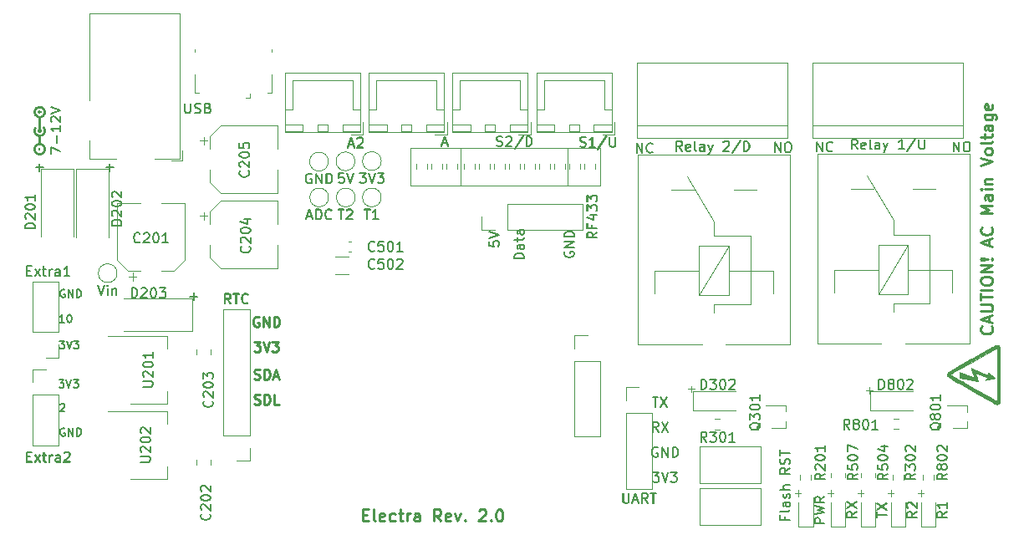
<source format=gbr>
G04 #@! TF.GenerationSoftware,KiCad,Pcbnew,5.1.9-73d0e3b20d~88~ubuntu18.04.1*
G04 #@! TF.CreationDate,2021-04-01T19:01:26+03:00*
G04 #@! TF.ProjectId,Electra,456c6563-7472-4612-9e6b-696361645f70,1*
G04 #@! TF.SameCoordinates,Original*
G04 #@! TF.FileFunction,Legend,Top*
G04 #@! TF.FilePolarity,Positive*
%FSLAX46Y46*%
G04 Gerber Fmt 4.6, Leading zero omitted, Abs format (unit mm)*
G04 Created by KiCad (PCBNEW 5.1.9-73d0e3b20d~88~ubuntu18.04.1) date 2021-04-01 19:01:26*
%MOMM*%
%LPD*%
G01*
G04 APERTURE LIST*
%ADD10C,0.150000*%
%ADD11C,0.100000*%
%ADD12C,0.120000*%
%ADD13C,0.250000*%
%ADD14C,0.010000*%
G04 APERTURE END LIST*
D10*
X159896785Y-81048880D02*
X159896785Y-80048880D01*
X160468214Y-81048880D01*
X160468214Y-80048880D01*
X161515833Y-80953642D02*
X161468214Y-81001261D01*
X161325357Y-81048880D01*
X161230119Y-81048880D01*
X161087261Y-81001261D01*
X160992023Y-80906023D01*
X160944404Y-80810785D01*
X160896785Y-80620309D01*
X160896785Y-80477452D01*
X160944404Y-80286976D01*
X160992023Y-80191738D01*
X161087261Y-80096500D01*
X161230119Y-80048880D01*
X161325357Y-80048880D01*
X161468214Y-80096500D01*
X161515833Y-80144119D01*
X178121285Y-80921880D02*
X178121285Y-79921880D01*
X178692714Y-80921880D01*
X178692714Y-79921880D01*
X179740333Y-80826642D02*
X179692714Y-80874261D01*
X179549857Y-80921880D01*
X179454619Y-80921880D01*
X179311761Y-80874261D01*
X179216523Y-80779023D01*
X179168904Y-80683785D01*
X179121285Y-80493309D01*
X179121285Y-80350452D01*
X179168904Y-80159976D01*
X179216523Y-80064738D01*
X179311761Y-79969500D01*
X179454619Y-79921880D01*
X179549857Y-79921880D01*
X179692714Y-79969500D01*
X179740333Y-80017119D01*
X173906476Y-80985380D02*
X173906476Y-79985380D01*
X174477904Y-80985380D01*
X174477904Y-79985380D01*
X175144571Y-79985380D02*
X175335047Y-79985380D01*
X175430285Y-80033000D01*
X175525523Y-80128238D01*
X175573142Y-80318714D01*
X175573142Y-80652047D01*
X175525523Y-80842523D01*
X175430285Y-80937761D01*
X175335047Y-80985380D01*
X175144571Y-80985380D01*
X175049333Y-80937761D01*
X174954095Y-80842523D01*
X174906476Y-80652047D01*
X174906476Y-80318714D01*
X174954095Y-80128238D01*
X175049333Y-80033000D01*
X175144571Y-79985380D01*
X192003976Y-80921880D02*
X192003976Y-79921880D01*
X192575404Y-80921880D01*
X192575404Y-79921880D01*
X193242071Y-79921880D02*
X193432547Y-79921880D01*
X193527785Y-79969500D01*
X193623023Y-80064738D01*
X193670642Y-80255214D01*
X193670642Y-80588547D01*
X193623023Y-80779023D01*
X193527785Y-80874261D01*
X193432547Y-80921880D01*
X193242071Y-80921880D01*
X193146833Y-80874261D01*
X193051595Y-80779023D01*
X193003976Y-80588547D01*
X193003976Y-80255214D01*
X193051595Y-80064738D01*
X193146833Y-79969500D01*
X193242071Y-79921880D01*
X101525928Y-106523595D02*
X101564023Y-106485500D01*
X101640214Y-106447404D01*
X101830690Y-106447404D01*
X101906880Y-106485500D01*
X101944976Y-106523595D01*
X101983071Y-106599785D01*
X101983071Y-106675976D01*
X101944976Y-106790261D01*
X101487833Y-107247404D01*
X101983071Y-107247404D01*
X101919619Y-98230404D02*
X101462476Y-98230404D01*
X101691047Y-98230404D02*
X101691047Y-97430404D01*
X101614857Y-97544690D01*
X101538666Y-97620880D01*
X101462476Y-97658976D01*
X102414857Y-97430404D02*
X102491047Y-97430404D01*
X102567238Y-97468500D01*
X102605333Y-97506595D01*
X102643428Y-97582785D01*
X102681523Y-97735166D01*
X102681523Y-97925642D01*
X102643428Y-98078023D01*
X102605333Y-98154214D01*
X102567238Y-98192309D01*
X102491047Y-98230404D01*
X102414857Y-98230404D01*
X102338666Y-98192309D01*
X102300571Y-98154214D01*
X102262476Y-98078023D01*
X102224380Y-97925642D01*
X102224380Y-97735166D01*
X102262476Y-97582785D01*
X102300571Y-97506595D01*
X102338666Y-97468500D01*
X102414857Y-97430404D01*
X101462523Y-100097404D02*
X101957761Y-100097404D01*
X101691095Y-100402166D01*
X101805380Y-100402166D01*
X101881571Y-100440261D01*
X101919666Y-100478357D01*
X101957761Y-100554547D01*
X101957761Y-100745023D01*
X101919666Y-100821214D01*
X101881571Y-100859309D01*
X101805380Y-100897404D01*
X101576809Y-100897404D01*
X101500619Y-100859309D01*
X101462523Y-100821214D01*
X102186333Y-100097404D02*
X102453000Y-100897404D01*
X102719666Y-100097404D01*
X102910142Y-100097404D02*
X103405380Y-100097404D01*
X103138714Y-100402166D01*
X103253000Y-100402166D01*
X103329190Y-100440261D01*
X103367285Y-100478357D01*
X103405380Y-100554547D01*
X103405380Y-100745023D01*
X103367285Y-100821214D01*
X103329190Y-100859309D01*
X103253000Y-100897404D01*
X103024428Y-100897404D01*
X102948238Y-100859309D01*
X102910142Y-100821214D01*
X101399023Y-104034404D02*
X101894261Y-104034404D01*
X101627595Y-104339166D01*
X101741880Y-104339166D01*
X101818071Y-104377261D01*
X101856166Y-104415357D01*
X101894261Y-104491547D01*
X101894261Y-104682023D01*
X101856166Y-104758214D01*
X101818071Y-104796309D01*
X101741880Y-104834404D01*
X101513309Y-104834404D01*
X101437119Y-104796309D01*
X101399023Y-104758214D01*
X102122833Y-104034404D02*
X102389500Y-104834404D01*
X102656166Y-104034404D01*
X102846642Y-104034404D02*
X103341880Y-104034404D01*
X103075214Y-104339166D01*
X103189500Y-104339166D01*
X103265690Y-104377261D01*
X103303785Y-104415357D01*
X103341880Y-104491547D01*
X103341880Y-104682023D01*
X103303785Y-104758214D01*
X103265690Y-104796309D01*
X103189500Y-104834404D01*
X102960928Y-104834404D01*
X102884738Y-104796309D01*
X102846642Y-104758214D01*
X101970476Y-108962000D02*
X101894285Y-108923904D01*
X101780000Y-108923904D01*
X101665714Y-108962000D01*
X101589523Y-109038190D01*
X101551428Y-109114380D01*
X101513333Y-109266761D01*
X101513333Y-109381047D01*
X101551428Y-109533428D01*
X101589523Y-109609619D01*
X101665714Y-109685809D01*
X101780000Y-109723904D01*
X101856190Y-109723904D01*
X101970476Y-109685809D01*
X102008571Y-109647714D01*
X102008571Y-109381047D01*
X101856190Y-109381047D01*
X102351428Y-109723904D02*
X102351428Y-108923904D01*
X102808571Y-109723904D01*
X102808571Y-108923904D01*
X103189523Y-109723904D02*
X103189523Y-108923904D01*
X103380000Y-108923904D01*
X103494285Y-108962000D01*
X103570476Y-109038190D01*
X103608571Y-109114380D01*
X103646666Y-109266761D01*
X103646666Y-109381047D01*
X103608571Y-109533428D01*
X103570476Y-109609619D01*
X103494285Y-109685809D01*
X103380000Y-109723904D01*
X103189523Y-109723904D01*
X101970476Y-94928500D02*
X101894285Y-94890404D01*
X101780000Y-94890404D01*
X101665714Y-94928500D01*
X101589523Y-95004690D01*
X101551428Y-95080880D01*
X101513333Y-95233261D01*
X101513333Y-95347547D01*
X101551428Y-95499928D01*
X101589523Y-95576119D01*
X101665714Y-95652309D01*
X101780000Y-95690404D01*
X101856190Y-95690404D01*
X101970476Y-95652309D01*
X102008571Y-95614214D01*
X102008571Y-95347547D01*
X101856190Y-95347547D01*
X102351428Y-95690404D02*
X102351428Y-94890404D01*
X102808571Y-95690404D01*
X102808571Y-94890404D01*
X103189523Y-95690404D02*
X103189523Y-94890404D01*
X103380000Y-94890404D01*
X103494285Y-94928500D01*
X103570476Y-95004690D01*
X103608571Y-95080880D01*
X103646666Y-95233261D01*
X103646666Y-95347547D01*
X103608571Y-95499928D01*
X103570476Y-95576119D01*
X103494285Y-95652309D01*
X103380000Y-95690404D01*
X103189523Y-95690404D01*
D11*
X165140238Y-104974142D02*
X165749761Y-104974142D01*
X165445000Y-105278904D02*
X165445000Y-104669380D01*
X183174238Y-105101142D02*
X183783761Y-105101142D01*
X183479000Y-105405904D02*
X183479000Y-104796380D01*
X188381238Y-115515142D02*
X188990761Y-115515142D01*
X188686000Y-115819904D02*
X188686000Y-115210380D01*
X185333238Y-115515142D02*
X185942761Y-115515142D01*
X185638000Y-115819904D02*
X185638000Y-115210380D01*
X182285238Y-115515142D02*
X182894761Y-115515142D01*
X182590000Y-115819904D02*
X182590000Y-115210380D01*
X179237238Y-115515142D02*
X179846761Y-115515142D01*
X179542000Y-115819904D02*
X179542000Y-115210380D01*
X175935238Y-115515142D02*
X176544761Y-115515142D01*
X176240000Y-115819904D02*
X176240000Y-115210380D01*
D10*
X114645047Y-95590428D02*
X115406952Y-95590428D01*
X115026000Y-95971380D02*
X115026000Y-95209476D01*
X106136047Y-82509428D02*
X106897952Y-82509428D01*
X106517000Y-82890380D02*
X106517000Y-82128476D01*
X99024047Y-82509428D02*
X99785952Y-82509428D01*
X99405000Y-82890380D02*
X99405000Y-82128476D01*
D12*
X152872000Y-84343000D02*
X152872000Y-80533000D01*
X156174000Y-84343000D02*
X142077000Y-84343000D01*
X156174000Y-80533000D02*
X156174000Y-84343000D01*
X142077000Y-80533000D02*
X156174000Y-80533000D01*
X136997000Y-84343000D02*
X136997000Y-80533000D01*
X142077000Y-84343000D02*
X136997000Y-84343000D01*
X142077000Y-80533000D02*
X142077000Y-84343000D01*
X136997000Y-80533000D02*
X142077000Y-80533000D01*
D10*
X152626000Y-91073904D02*
X152578380Y-91169142D01*
X152578380Y-91312000D01*
X152626000Y-91454857D01*
X152721238Y-91550095D01*
X152816476Y-91597714D01*
X153006952Y-91645333D01*
X153149809Y-91645333D01*
X153340285Y-91597714D01*
X153435523Y-91550095D01*
X153530761Y-91454857D01*
X153578380Y-91312000D01*
X153578380Y-91216761D01*
X153530761Y-91073904D01*
X153483142Y-91026285D01*
X153149809Y-91026285D01*
X153149809Y-91216761D01*
X153578380Y-90597714D02*
X152578380Y-90597714D01*
X153578380Y-90026285D01*
X152578380Y-90026285D01*
X153578380Y-89550095D02*
X152578380Y-89550095D01*
X152578380Y-89312000D01*
X152626000Y-89169142D01*
X152721238Y-89073904D01*
X152816476Y-89026285D01*
X153006952Y-88978666D01*
X153149809Y-88978666D01*
X153340285Y-89026285D01*
X153435523Y-89073904D01*
X153530761Y-89169142D01*
X153578380Y-89312000D01*
X153578380Y-89550095D01*
X148498380Y-91764380D02*
X147498380Y-91764380D01*
X147498380Y-91526285D01*
X147546000Y-91383428D01*
X147641238Y-91288190D01*
X147736476Y-91240571D01*
X147926952Y-91192952D01*
X148069809Y-91192952D01*
X148260285Y-91240571D01*
X148355523Y-91288190D01*
X148450761Y-91383428D01*
X148498380Y-91526285D01*
X148498380Y-91764380D01*
X148498380Y-90335809D02*
X147974571Y-90335809D01*
X147879333Y-90383428D01*
X147831714Y-90478666D01*
X147831714Y-90669142D01*
X147879333Y-90764380D01*
X148450761Y-90335809D02*
X148498380Y-90431047D01*
X148498380Y-90669142D01*
X148450761Y-90764380D01*
X148355523Y-90812000D01*
X148260285Y-90812000D01*
X148165047Y-90764380D01*
X148117428Y-90669142D01*
X148117428Y-90431047D01*
X148069809Y-90335809D01*
X147831714Y-90002476D02*
X147831714Y-89621523D01*
X147498380Y-89859619D02*
X148355523Y-89859619D01*
X148450761Y-89812000D01*
X148498380Y-89716761D01*
X148498380Y-89621523D01*
X148498380Y-88859619D02*
X147974571Y-88859619D01*
X147879333Y-88907238D01*
X147831714Y-89002476D01*
X147831714Y-89192952D01*
X147879333Y-89288190D01*
X148450761Y-88859619D02*
X148498380Y-88954857D01*
X148498380Y-89192952D01*
X148450761Y-89288190D01*
X148355523Y-89335809D01*
X148260285Y-89335809D01*
X148165047Y-89288190D01*
X148117428Y-89192952D01*
X148117428Y-88954857D01*
X148069809Y-88859619D01*
X144958380Y-89994476D02*
X144958380Y-90470666D01*
X145434571Y-90518285D01*
X145386952Y-90470666D01*
X145339333Y-90375428D01*
X145339333Y-90137333D01*
X145386952Y-90042095D01*
X145434571Y-89994476D01*
X145529809Y-89946857D01*
X145767904Y-89946857D01*
X145863142Y-89994476D01*
X145910761Y-90042095D01*
X145958380Y-90137333D01*
X145958380Y-90375428D01*
X145910761Y-90470666D01*
X145863142Y-90518285D01*
X144958380Y-89661142D02*
X145958380Y-89327809D01*
X144958380Y-88994476D01*
X161539904Y-113386380D02*
X162158952Y-113386380D01*
X161825619Y-113767333D01*
X161968476Y-113767333D01*
X162063714Y-113814952D01*
X162111333Y-113862571D01*
X162158952Y-113957809D01*
X162158952Y-114195904D01*
X162111333Y-114291142D01*
X162063714Y-114338761D01*
X161968476Y-114386380D01*
X161682761Y-114386380D01*
X161587523Y-114338761D01*
X161539904Y-114291142D01*
X162444666Y-113386380D02*
X162778000Y-114386380D01*
X163111333Y-113386380D01*
X163349428Y-113386380D02*
X163968476Y-113386380D01*
X163635142Y-113767333D01*
X163778000Y-113767333D01*
X163873238Y-113814952D01*
X163920857Y-113862571D01*
X163968476Y-113957809D01*
X163968476Y-114195904D01*
X163920857Y-114291142D01*
X163873238Y-114338761D01*
X163778000Y-114386380D01*
X163492285Y-114386380D01*
X163397047Y-114338761D01*
X163349428Y-114291142D01*
X162016095Y-110894000D02*
X161920857Y-110846380D01*
X161778000Y-110846380D01*
X161635142Y-110894000D01*
X161539904Y-110989238D01*
X161492285Y-111084476D01*
X161444666Y-111274952D01*
X161444666Y-111417809D01*
X161492285Y-111608285D01*
X161539904Y-111703523D01*
X161635142Y-111798761D01*
X161778000Y-111846380D01*
X161873238Y-111846380D01*
X162016095Y-111798761D01*
X162063714Y-111751142D01*
X162063714Y-111417809D01*
X161873238Y-111417809D01*
X162492285Y-111846380D02*
X162492285Y-110846380D01*
X163063714Y-111846380D01*
X163063714Y-110846380D01*
X163539904Y-111846380D02*
X163539904Y-110846380D01*
X163778000Y-110846380D01*
X163920857Y-110894000D01*
X164016095Y-110989238D01*
X164063714Y-111084476D01*
X164111333Y-111274952D01*
X164111333Y-111417809D01*
X164063714Y-111608285D01*
X164016095Y-111703523D01*
X163920857Y-111798761D01*
X163778000Y-111846380D01*
X163539904Y-111846380D01*
X162103333Y-109306380D02*
X161770000Y-108830190D01*
X161531904Y-109306380D02*
X161531904Y-108306380D01*
X161912857Y-108306380D01*
X162008095Y-108354000D01*
X162055714Y-108401619D01*
X162103333Y-108496857D01*
X162103333Y-108639714D01*
X162055714Y-108734952D01*
X162008095Y-108782571D01*
X161912857Y-108830190D01*
X161531904Y-108830190D01*
X162436666Y-108306380D02*
X163103333Y-109306380D01*
X163103333Y-108306380D02*
X162436666Y-109306380D01*
X161508095Y-105766380D02*
X162079523Y-105766380D01*
X161793809Y-106766380D02*
X161793809Y-105766380D01*
X162317619Y-105766380D02*
X162984285Y-106766380D01*
X162984285Y-105766380D02*
X162317619Y-106766380D01*
D13*
X121201523Y-106464761D02*
X121344380Y-106512380D01*
X121582476Y-106512380D01*
X121677714Y-106464761D01*
X121725333Y-106417142D01*
X121772952Y-106321904D01*
X121772952Y-106226666D01*
X121725333Y-106131428D01*
X121677714Y-106083809D01*
X121582476Y-106036190D01*
X121392000Y-105988571D01*
X121296761Y-105940952D01*
X121249142Y-105893333D01*
X121201523Y-105798095D01*
X121201523Y-105702857D01*
X121249142Y-105607619D01*
X121296761Y-105560000D01*
X121392000Y-105512380D01*
X121630095Y-105512380D01*
X121772952Y-105560000D01*
X122201523Y-106512380D02*
X122201523Y-105512380D01*
X122439619Y-105512380D01*
X122582476Y-105560000D01*
X122677714Y-105655238D01*
X122725333Y-105750476D01*
X122772952Y-105940952D01*
X122772952Y-106083809D01*
X122725333Y-106274285D01*
X122677714Y-106369523D01*
X122582476Y-106464761D01*
X122439619Y-106512380D01*
X122201523Y-106512380D01*
X123677714Y-106512380D02*
X123201523Y-106512380D01*
X123201523Y-105512380D01*
X121177714Y-103924761D02*
X121320571Y-103972380D01*
X121558666Y-103972380D01*
X121653904Y-103924761D01*
X121701523Y-103877142D01*
X121749142Y-103781904D01*
X121749142Y-103686666D01*
X121701523Y-103591428D01*
X121653904Y-103543809D01*
X121558666Y-103496190D01*
X121368190Y-103448571D01*
X121272952Y-103400952D01*
X121225333Y-103353333D01*
X121177714Y-103258095D01*
X121177714Y-103162857D01*
X121225333Y-103067619D01*
X121272952Y-103020000D01*
X121368190Y-102972380D01*
X121606285Y-102972380D01*
X121749142Y-103020000D01*
X122177714Y-103972380D02*
X122177714Y-102972380D01*
X122415809Y-102972380D01*
X122558666Y-103020000D01*
X122653904Y-103115238D01*
X122701523Y-103210476D01*
X122749142Y-103400952D01*
X122749142Y-103543809D01*
X122701523Y-103734285D01*
X122653904Y-103829523D01*
X122558666Y-103924761D01*
X122415809Y-103972380D01*
X122177714Y-103972380D01*
X123130095Y-103686666D02*
X123606285Y-103686666D01*
X123034857Y-103972380D02*
X123368190Y-102972380D01*
X123701523Y-103972380D01*
X121153904Y-100178380D02*
X121772952Y-100178380D01*
X121439619Y-100559333D01*
X121582476Y-100559333D01*
X121677714Y-100606952D01*
X121725333Y-100654571D01*
X121772952Y-100749809D01*
X121772952Y-100987904D01*
X121725333Y-101083142D01*
X121677714Y-101130761D01*
X121582476Y-101178380D01*
X121296761Y-101178380D01*
X121201523Y-101130761D01*
X121153904Y-101083142D01*
X122058666Y-100178380D02*
X122392000Y-101178380D01*
X122725333Y-100178380D01*
X122963428Y-100178380D02*
X123582476Y-100178380D01*
X123249142Y-100559333D01*
X123392000Y-100559333D01*
X123487238Y-100606952D01*
X123534857Y-100654571D01*
X123582476Y-100749809D01*
X123582476Y-100987904D01*
X123534857Y-101083142D01*
X123487238Y-101130761D01*
X123392000Y-101178380D01*
X123106285Y-101178380D01*
X123011047Y-101130761D01*
X122963428Y-101083142D01*
X121630095Y-97686000D02*
X121534857Y-97638380D01*
X121392000Y-97638380D01*
X121249142Y-97686000D01*
X121153904Y-97781238D01*
X121106285Y-97876476D01*
X121058666Y-98066952D01*
X121058666Y-98209809D01*
X121106285Y-98400285D01*
X121153904Y-98495523D01*
X121249142Y-98590761D01*
X121392000Y-98638380D01*
X121487238Y-98638380D01*
X121630095Y-98590761D01*
X121677714Y-98543142D01*
X121677714Y-98209809D01*
X121487238Y-98209809D01*
X122106285Y-98638380D02*
X122106285Y-97638380D01*
X122677714Y-98638380D01*
X122677714Y-97638380D01*
X123153904Y-98638380D02*
X123153904Y-97638380D01*
X123392000Y-97638380D01*
X123534857Y-97686000D01*
X123630095Y-97781238D01*
X123677714Y-97876476D01*
X123725333Y-98066952D01*
X123725333Y-98209809D01*
X123677714Y-98400285D01*
X123630095Y-98495523D01*
X123534857Y-98590761D01*
X123392000Y-98638380D01*
X123153904Y-98638380D01*
D10*
X118747171Y-96301580D02*
X118413838Y-95825390D01*
X118175742Y-96301580D02*
X118175742Y-95301580D01*
X118556695Y-95301580D01*
X118651933Y-95349200D01*
X118699552Y-95396819D01*
X118747171Y-95492057D01*
X118747171Y-95634914D01*
X118699552Y-95730152D01*
X118651933Y-95777771D01*
X118556695Y-95825390D01*
X118175742Y-95825390D01*
X119032885Y-95301580D02*
X119604314Y-95301580D01*
X119318600Y-96301580D02*
X119318600Y-95301580D01*
X120509076Y-96206342D02*
X120461457Y-96253961D01*
X120318600Y-96301580D01*
X120223361Y-96301580D01*
X120080504Y-96253961D01*
X119985266Y-96158723D01*
X119937647Y-96063485D01*
X119890028Y-95873009D01*
X119890028Y-95730152D01*
X119937647Y-95539676D01*
X119985266Y-95444438D01*
X120080504Y-95349200D01*
X120223361Y-95301580D01*
X120318600Y-95301580D01*
X120461457Y-95349200D01*
X120509076Y-95396819D01*
X114145095Y-76022980D02*
X114145095Y-76832504D01*
X114192714Y-76927742D01*
X114240333Y-76975361D01*
X114335571Y-77022980D01*
X114526047Y-77022980D01*
X114621285Y-76975361D01*
X114668904Y-76927742D01*
X114716523Y-76832504D01*
X114716523Y-76022980D01*
X115145095Y-76975361D02*
X115287952Y-77022980D01*
X115526047Y-77022980D01*
X115621285Y-76975361D01*
X115668904Y-76927742D01*
X115716523Y-76832504D01*
X115716523Y-76737266D01*
X115668904Y-76642028D01*
X115621285Y-76594409D01*
X115526047Y-76546790D01*
X115335571Y-76499171D01*
X115240333Y-76451552D01*
X115192714Y-76403933D01*
X115145095Y-76308695D01*
X115145095Y-76213457D01*
X115192714Y-76118219D01*
X115240333Y-76070600D01*
X115335571Y-76022980D01*
X115573666Y-76022980D01*
X115716523Y-76070600D01*
X116478428Y-76499171D02*
X116621285Y-76546790D01*
X116668904Y-76594409D01*
X116716523Y-76689647D01*
X116716523Y-76832504D01*
X116668904Y-76927742D01*
X116621285Y-76975361D01*
X116526047Y-77022980D01*
X116145095Y-77022980D01*
X116145095Y-76022980D01*
X116478428Y-76022980D01*
X116573666Y-76070600D01*
X116621285Y-76118219D01*
X116668904Y-76213457D01*
X116668904Y-76308695D01*
X116621285Y-76403933D01*
X116573666Y-76451552D01*
X116478428Y-76499171D01*
X116145095Y-76499171D01*
X132323495Y-86779880D02*
X132894923Y-86779880D01*
X132609209Y-87779880D02*
X132609209Y-86779880D01*
X133752066Y-87779880D02*
X133180638Y-87779880D01*
X133466352Y-87779880D02*
X133466352Y-86779880D01*
X133371114Y-86922738D01*
X133275876Y-87017976D01*
X133180638Y-87065595D01*
X129681895Y-86779880D02*
X130253323Y-86779880D01*
X129967609Y-87779880D02*
X129967609Y-86779880D01*
X130539038Y-86875119D02*
X130586657Y-86827500D01*
X130681895Y-86779880D01*
X130919990Y-86779880D01*
X131015228Y-86827500D01*
X131062847Y-86875119D01*
X131110466Y-86970357D01*
X131110466Y-87065595D01*
X131062847Y-87208452D01*
X130491419Y-87779880D01*
X131110466Y-87779880D01*
X126526004Y-87494166D02*
X127002195Y-87494166D01*
X126430766Y-87779880D02*
X126764100Y-86779880D01*
X127097433Y-87779880D01*
X127430766Y-87779880D02*
X127430766Y-86779880D01*
X127668861Y-86779880D01*
X127811719Y-86827500D01*
X127906957Y-86922738D01*
X127954576Y-87017976D01*
X128002195Y-87208452D01*
X128002195Y-87351309D01*
X127954576Y-87541785D01*
X127906957Y-87637023D01*
X127811719Y-87732261D01*
X127668861Y-87779880D01*
X127430766Y-87779880D01*
X129002195Y-87684642D02*
X128954576Y-87732261D01*
X128811719Y-87779880D01*
X128716480Y-87779880D01*
X128573623Y-87732261D01*
X128478385Y-87637023D01*
X128430766Y-87541785D01*
X128383147Y-87351309D01*
X128383147Y-87208452D01*
X128430766Y-87017976D01*
X128478385Y-86922738D01*
X128573623Y-86827500D01*
X128716480Y-86779880D01*
X128811719Y-86779880D01*
X128954576Y-86827500D01*
X129002195Y-86875119D01*
X131847304Y-83096880D02*
X132466352Y-83096880D01*
X132133019Y-83477833D01*
X132275876Y-83477833D01*
X132371114Y-83525452D01*
X132418733Y-83573071D01*
X132466352Y-83668309D01*
X132466352Y-83906404D01*
X132418733Y-84001642D01*
X132371114Y-84049261D01*
X132275876Y-84096880D01*
X131990161Y-84096880D01*
X131894923Y-84049261D01*
X131847304Y-84001642D01*
X132752066Y-83096880D02*
X133085400Y-84096880D01*
X133418733Y-83096880D01*
X133656828Y-83096880D02*
X134275876Y-83096880D01*
X133942542Y-83477833D01*
X134085400Y-83477833D01*
X134180638Y-83525452D01*
X134228257Y-83573071D01*
X134275876Y-83668309D01*
X134275876Y-83906404D01*
X134228257Y-84001642D01*
X134180638Y-84049261D01*
X134085400Y-84096880D01*
X133799685Y-84096880D01*
X133704447Y-84049261D01*
X133656828Y-84001642D01*
X130240623Y-83109580D02*
X129764433Y-83109580D01*
X129716814Y-83585771D01*
X129764433Y-83538152D01*
X129859671Y-83490533D01*
X130097766Y-83490533D01*
X130193004Y-83538152D01*
X130240623Y-83585771D01*
X130288242Y-83681009D01*
X130288242Y-83919104D01*
X130240623Y-84014342D01*
X130193004Y-84061961D01*
X130097766Y-84109580D01*
X129859671Y-84109580D01*
X129764433Y-84061961D01*
X129716814Y-84014342D01*
X130573957Y-83109580D02*
X130907290Y-84109580D01*
X131240623Y-83109580D01*
X126951395Y-83182600D02*
X126856157Y-83134980D01*
X126713300Y-83134980D01*
X126570442Y-83182600D01*
X126475204Y-83277838D01*
X126427585Y-83373076D01*
X126379966Y-83563552D01*
X126379966Y-83706409D01*
X126427585Y-83896885D01*
X126475204Y-83992123D01*
X126570442Y-84087361D01*
X126713300Y-84134980D01*
X126808538Y-84134980D01*
X126951395Y-84087361D01*
X126999014Y-84039742D01*
X126999014Y-83706409D01*
X126808538Y-83706409D01*
X127427585Y-84134980D02*
X127427585Y-83134980D01*
X127999014Y-84134980D01*
X127999014Y-83134980D01*
X128475204Y-84134980D02*
X128475204Y-83134980D01*
X128713300Y-83134980D01*
X128856157Y-83182600D01*
X128951395Y-83277838D01*
X128999014Y-83373076D01*
X129046633Y-83563552D01*
X129046633Y-83706409D01*
X128999014Y-83896885D01*
X128951395Y-83992123D01*
X128856157Y-84087361D01*
X128713300Y-84134980D01*
X128475204Y-84134980D01*
X98138442Y-92996471D02*
X98471776Y-92996471D01*
X98614633Y-93520280D02*
X98138442Y-93520280D01*
X98138442Y-92520280D01*
X98614633Y-92520280D01*
X98947966Y-93520280D02*
X99471776Y-92853614D01*
X98947966Y-92853614D02*
X99471776Y-93520280D01*
X99709871Y-92853614D02*
X100090823Y-92853614D01*
X99852728Y-92520280D02*
X99852728Y-93377423D01*
X99900347Y-93472661D01*
X99995585Y-93520280D01*
X100090823Y-93520280D01*
X100424157Y-93520280D02*
X100424157Y-92853614D01*
X100424157Y-93044090D02*
X100471776Y-92948852D01*
X100519395Y-92901233D01*
X100614633Y-92853614D01*
X100709871Y-92853614D01*
X101471776Y-93520280D02*
X101471776Y-92996471D01*
X101424157Y-92901233D01*
X101328919Y-92853614D01*
X101138442Y-92853614D01*
X101043204Y-92901233D01*
X101471776Y-93472661D02*
X101376538Y-93520280D01*
X101138442Y-93520280D01*
X101043204Y-93472661D01*
X100995585Y-93377423D01*
X100995585Y-93282185D01*
X101043204Y-93186947D01*
X101138442Y-93139328D01*
X101376538Y-93139328D01*
X101471776Y-93091709D01*
X102471776Y-93520280D02*
X101900347Y-93520280D01*
X102186061Y-93520280D02*
X102186061Y-92520280D01*
X102090823Y-92663138D01*
X101995585Y-92758376D01*
X101900347Y-92805995D01*
X98163842Y-111805171D02*
X98497176Y-111805171D01*
X98640033Y-112328980D02*
X98163842Y-112328980D01*
X98163842Y-111328980D01*
X98640033Y-111328980D01*
X98973366Y-112328980D02*
X99497176Y-111662314D01*
X98973366Y-111662314D02*
X99497176Y-112328980D01*
X99735271Y-111662314D02*
X100116223Y-111662314D01*
X99878128Y-111328980D02*
X99878128Y-112186123D01*
X99925747Y-112281361D01*
X100020985Y-112328980D01*
X100116223Y-112328980D01*
X100449557Y-112328980D02*
X100449557Y-111662314D01*
X100449557Y-111852790D02*
X100497176Y-111757552D01*
X100544795Y-111709933D01*
X100640033Y-111662314D01*
X100735271Y-111662314D01*
X101497176Y-112328980D02*
X101497176Y-111805171D01*
X101449557Y-111709933D01*
X101354319Y-111662314D01*
X101163842Y-111662314D01*
X101068604Y-111709933D01*
X101497176Y-112281361D02*
X101401938Y-112328980D01*
X101163842Y-112328980D01*
X101068604Y-112281361D01*
X101020985Y-112186123D01*
X101020985Y-112090885D01*
X101068604Y-111995647D01*
X101163842Y-111948028D01*
X101401938Y-111948028D01*
X101497176Y-111900409D01*
X101925747Y-111424219D02*
X101973366Y-111376600D01*
X102068604Y-111328980D01*
X102306700Y-111328980D01*
X102401938Y-111376600D01*
X102449557Y-111424219D01*
X102497176Y-111519457D01*
X102497176Y-111614695D01*
X102449557Y-111757552D01*
X101878128Y-112328980D01*
X102497176Y-112328980D01*
X155889780Y-89065619D02*
X155413590Y-89398952D01*
X155889780Y-89637047D02*
X154889780Y-89637047D01*
X154889780Y-89256095D01*
X154937400Y-89160857D01*
X154985019Y-89113238D01*
X155080257Y-89065619D01*
X155223114Y-89065619D01*
X155318352Y-89113238D01*
X155365971Y-89160857D01*
X155413590Y-89256095D01*
X155413590Y-89637047D01*
X155365971Y-88303714D02*
X155365971Y-88637047D01*
X155889780Y-88637047D02*
X154889780Y-88637047D01*
X154889780Y-88160857D01*
X155223114Y-87351333D02*
X155889780Y-87351333D01*
X154842161Y-87589428D02*
X155556447Y-87827523D01*
X155556447Y-87208476D01*
X154889780Y-86922761D02*
X154889780Y-86303714D01*
X155270733Y-86637047D01*
X155270733Y-86494190D01*
X155318352Y-86398952D01*
X155365971Y-86351333D01*
X155461209Y-86303714D01*
X155699304Y-86303714D01*
X155794542Y-86351333D01*
X155842161Y-86398952D01*
X155889780Y-86494190D01*
X155889780Y-86779904D01*
X155842161Y-86875142D01*
X155794542Y-86922761D01*
X154889780Y-85970380D02*
X154889780Y-85351333D01*
X155270733Y-85684666D01*
X155270733Y-85541809D01*
X155318352Y-85446571D01*
X155365971Y-85398952D01*
X155461209Y-85351333D01*
X155699304Y-85351333D01*
X155794542Y-85398952D01*
X155842161Y-85446571D01*
X155889780Y-85541809D01*
X155889780Y-85827523D01*
X155842161Y-85922761D01*
X155794542Y-85970380D01*
X191310080Y-117389966D02*
X190833890Y-117723300D01*
X191310080Y-117961395D02*
X190310080Y-117961395D01*
X190310080Y-117580442D01*
X190357700Y-117485204D01*
X190405319Y-117437585D01*
X190500557Y-117389966D01*
X190643414Y-117389966D01*
X190738652Y-117437585D01*
X190786271Y-117485204D01*
X190833890Y-117580442D01*
X190833890Y-117961395D01*
X191310080Y-116437585D02*
X191310080Y-117009014D01*
X191310080Y-116723300D02*
X190310080Y-116723300D01*
X190452938Y-116818538D01*
X190548176Y-116913776D01*
X190595795Y-117009014D01*
X188274780Y-117389966D02*
X187798590Y-117723300D01*
X188274780Y-117961395D02*
X187274780Y-117961395D01*
X187274780Y-117580442D01*
X187322400Y-117485204D01*
X187370019Y-117437585D01*
X187465257Y-117389966D01*
X187608114Y-117389966D01*
X187703352Y-117437585D01*
X187750971Y-117485204D01*
X187798590Y-117580442D01*
X187798590Y-117961395D01*
X187370019Y-117009014D02*
X187322400Y-116961395D01*
X187274780Y-116866157D01*
X187274780Y-116628061D01*
X187322400Y-116532823D01*
X187370019Y-116485204D01*
X187465257Y-116437585D01*
X187560495Y-116437585D01*
X187703352Y-116485204D01*
X188274780Y-117056633D01*
X188274780Y-116437585D01*
X184201380Y-117985204D02*
X184201380Y-117413776D01*
X185201380Y-117699490D02*
X184201380Y-117699490D01*
X184201380Y-117175680D02*
X185201380Y-116509014D01*
X184201380Y-116509014D02*
X185201380Y-117175680D01*
X182191480Y-117389966D02*
X181715290Y-117723300D01*
X182191480Y-117961395D02*
X181191480Y-117961395D01*
X181191480Y-117580442D01*
X181239100Y-117485204D01*
X181286719Y-117437585D01*
X181381957Y-117389966D01*
X181524814Y-117389966D01*
X181620052Y-117437585D01*
X181667671Y-117485204D01*
X181715290Y-117580442D01*
X181715290Y-117961395D01*
X181191480Y-117056633D02*
X182191480Y-116389966D01*
X181191480Y-116389966D02*
X182191480Y-117056633D01*
X178927580Y-118569333D02*
X177927580Y-118569333D01*
X177927580Y-118188380D01*
X177975200Y-118093142D01*
X178022819Y-118045523D01*
X178118057Y-117997904D01*
X178260914Y-117997904D01*
X178356152Y-118045523D01*
X178403771Y-118093142D01*
X178451390Y-118188380D01*
X178451390Y-118569333D01*
X177927580Y-117664571D02*
X178927580Y-117426476D01*
X178213295Y-117236000D01*
X178927580Y-117045523D01*
X177927580Y-116807428D01*
X178927580Y-115855047D02*
X178451390Y-116188380D01*
X178927580Y-116426476D02*
X177927580Y-116426476D01*
X177927580Y-116045523D01*
X177975200Y-115950285D01*
X178022819Y-115902666D01*
X178118057Y-115855047D01*
X178260914Y-115855047D01*
X178356152Y-115902666D01*
X178403771Y-115950285D01*
X178451390Y-116045523D01*
X178451390Y-116426476D01*
X175422380Y-112957619D02*
X174946190Y-113290952D01*
X175422380Y-113529047D02*
X174422380Y-113529047D01*
X174422380Y-113148095D01*
X174470000Y-113052857D01*
X174517619Y-113005238D01*
X174612857Y-112957619D01*
X174755714Y-112957619D01*
X174850952Y-113005238D01*
X174898571Y-113052857D01*
X174946190Y-113148095D01*
X174946190Y-113529047D01*
X175374761Y-112576666D02*
X175422380Y-112433809D01*
X175422380Y-112195714D01*
X175374761Y-112100476D01*
X175327142Y-112052857D01*
X175231904Y-112005238D01*
X175136666Y-112005238D01*
X175041428Y-112052857D01*
X174993809Y-112100476D01*
X174946190Y-112195714D01*
X174898571Y-112386190D01*
X174850952Y-112481428D01*
X174803333Y-112529047D01*
X174708095Y-112576666D01*
X174612857Y-112576666D01*
X174517619Y-112529047D01*
X174470000Y-112481428D01*
X174422380Y-112386190D01*
X174422380Y-112148095D01*
X174470000Y-112005238D01*
X174422380Y-111719523D02*
X174422380Y-111148095D01*
X175422380Y-111433809D02*
X174422380Y-111433809D01*
X174898571Y-117902571D02*
X174898571Y-118235904D01*
X175422380Y-118235904D02*
X174422380Y-118235904D01*
X174422380Y-117759714D01*
X175422380Y-117235904D02*
X175374761Y-117331142D01*
X175279523Y-117378761D01*
X174422380Y-117378761D01*
X175422380Y-116426380D02*
X174898571Y-116426380D01*
X174803333Y-116474000D01*
X174755714Y-116569238D01*
X174755714Y-116759714D01*
X174803333Y-116854952D01*
X175374761Y-116426380D02*
X175422380Y-116521619D01*
X175422380Y-116759714D01*
X175374761Y-116854952D01*
X175279523Y-116902571D01*
X175184285Y-116902571D01*
X175089047Y-116854952D01*
X175041428Y-116759714D01*
X175041428Y-116521619D01*
X174993809Y-116426380D01*
X175374761Y-115997809D02*
X175422380Y-115902571D01*
X175422380Y-115712095D01*
X175374761Y-115616857D01*
X175279523Y-115569238D01*
X175231904Y-115569238D01*
X175136666Y-115616857D01*
X175089047Y-115712095D01*
X175089047Y-115854952D01*
X175041428Y-115950190D01*
X174946190Y-115997809D01*
X174898571Y-115997809D01*
X174803333Y-115950190D01*
X174755714Y-115854952D01*
X174755714Y-115712095D01*
X174803333Y-115616857D01*
X175422380Y-115140666D02*
X174422380Y-115140666D01*
X175422380Y-114712095D02*
X174898571Y-114712095D01*
X174803333Y-114759714D01*
X174755714Y-114854952D01*
X174755714Y-114997809D01*
X174803333Y-115093047D01*
X174850952Y-115140666D01*
X158553861Y-115507280D02*
X158553861Y-116316804D01*
X158601480Y-116412042D01*
X158649100Y-116459661D01*
X158744338Y-116507280D01*
X158934814Y-116507280D01*
X159030052Y-116459661D01*
X159077671Y-116412042D01*
X159125290Y-116316804D01*
X159125290Y-115507280D01*
X159553861Y-116221566D02*
X160030052Y-116221566D01*
X159458623Y-116507280D02*
X159791957Y-115507280D01*
X160125290Y-116507280D01*
X161030052Y-116507280D02*
X160696719Y-116031090D01*
X160458623Y-116507280D02*
X160458623Y-115507280D01*
X160839576Y-115507280D01*
X160934814Y-115554900D01*
X160982433Y-115602519D01*
X161030052Y-115697757D01*
X161030052Y-115840614D01*
X160982433Y-115935852D01*
X160934814Y-115983471D01*
X160839576Y-116031090D01*
X160458623Y-116031090D01*
X161315766Y-115507280D02*
X161887195Y-115507280D01*
X161601480Y-116507280D02*
X161601480Y-115507280D01*
X182264952Y-80667880D02*
X181931619Y-80191690D01*
X181693523Y-80667880D02*
X181693523Y-79667880D01*
X182074476Y-79667880D01*
X182169714Y-79715500D01*
X182217333Y-79763119D01*
X182264952Y-79858357D01*
X182264952Y-80001214D01*
X182217333Y-80096452D01*
X182169714Y-80144071D01*
X182074476Y-80191690D01*
X181693523Y-80191690D01*
X183074476Y-80620261D02*
X182979238Y-80667880D01*
X182788761Y-80667880D01*
X182693523Y-80620261D01*
X182645904Y-80525023D01*
X182645904Y-80144071D01*
X182693523Y-80048833D01*
X182788761Y-80001214D01*
X182979238Y-80001214D01*
X183074476Y-80048833D01*
X183122095Y-80144071D01*
X183122095Y-80239309D01*
X182645904Y-80334547D01*
X183693523Y-80667880D02*
X183598285Y-80620261D01*
X183550666Y-80525023D01*
X183550666Y-79667880D01*
X184503047Y-80667880D02*
X184503047Y-80144071D01*
X184455428Y-80048833D01*
X184360190Y-80001214D01*
X184169714Y-80001214D01*
X184074476Y-80048833D01*
X184503047Y-80620261D02*
X184407809Y-80667880D01*
X184169714Y-80667880D01*
X184074476Y-80620261D01*
X184026857Y-80525023D01*
X184026857Y-80429785D01*
X184074476Y-80334547D01*
X184169714Y-80286928D01*
X184407809Y-80286928D01*
X184503047Y-80239309D01*
X184884000Y-80001214D02*
X185122095Y-80667880D01*
X185360190Y-80001214D02*
X185122095Y-80667880D01*
X185026857Y-80905976D01*
X184979238Y-80953595D01*
X184884000Y-81001214D01*
X187026857Y-80667880D02*
X186455428Y-80667880D01*
X186741142Y-80667880D02*
X186741142Y-79667880D01*
X186645904Y-79810738D01*
X186550666Y-79905976D01*
X186455428Y-79953595D01*
X188169714Y-79620261D02*
X187312571Y-80905976D01*
X188503047Y-79667880D02*
X188503047Y-80477404D01*
X188550666Y-80572642D01*
X188598285Y-80620261D01*
X188693523Y-80667880D01*
X188884000Y-80667880D01*
X188979238Y-80620261D01*
X189026857Y-80572642D01*
X189074476Y-80477404D01*
X189074476Y-79667880D01*
X164521461Y-80858380D02*
X164188128Y-80382190D01*
X163950033Y-80858380D02*
X163950033Y-79858380D01*
X164330985Y-79858380D01*
X164426223Y-79906000D01*
X164473842Y-79953619D01*
X164521461Y-80048857D01*
X164521461Y-80191714D01*
X164473842Y-80286952D01*
X164426223Y-80334571D01*
X164330985Y-80382190D01*
X163950033Y-80382190D01*
X165330985Y-80810761D02*
X165235747Y-80858380D01*
X165045271Y-80858380D01*
X164950033Y-80810761D01*
X164902414Y-80715523D01*
X164902414Y-80334571D01*
X164950033Y-80239333D01*
X165045271Y-80191714D01*
X165235747Y-80191714D01*
X165330985Y-80239333D01*
X165378604Y-80334571D01*
X165378604Y-80429809D01*
X164902414Y-80525047D01*
X165950033Y-80858380D02*
X165854795Y-80810761D01*
X165807176Y-80715523D01*
X165807176Y-79858380D01*
X166759557Y-80858380D02*
X166759557Y-80334571D01*
X166711938Y-80239333D01*
X166616700Y-80191714D01*
X166426223Y-80191714D01*
X166330985Y-80239333D01*
X166759557Y-80810761D02*
X166664319Y-80858380D01*
X166426223Y-80858380D01*
X166330985Y-80810761D01*
X166283366Y-80715523D01*
X166283366Y-80620285D01*
X166330985Y-80525047D01*
X166426223Y-80477428D01*
X166664319Y-80477428D01*
X166759557Y-80429809D01*
X167140509Y-80191714D02*
X167378604Y-80858380D01*
X167616700Y-80191714D02*
X167378604Y-80858380D01*
X167283366Y-81096476D01*
X167235747Y-81144095D01*
X167140509Y-81191714D01*
X168711938Y-79953619D02*
X168759557Y-79906000D01*
X168854795Y-79858380D01*
X169092890Y-79858380D01*
X169188128Y-79906000D01*
X169235747Y-79953619D01*
X169283366Y-80048857D01*
X169283366Y-80144095D01*
X169235747Y-80286952D01*
X168664319Y-80858380D01*
X169283366Y-80858380D01*
X170426223Y-79810761D02*
X169569080Y-81096476D01*
X170759557Y-80858380D02*
X170759557Y-79858380D01*
X170997652Y-79858380D01*
X171140509Y-79906000D01*
X171235747Y-80001238D01*
X171283366Y-80096476D01*
X171330985Y-80286952D01*
X171330985Y-80429809D01*
X171283366Y-80620285D01*
X171235747Y-80715523D01*
X171140509Y-80810761D01*
X170997652Y-80858380D01*
X170759557Y-80858380D01*
X154186676Y-80391661D02*
X154329533Y-80439280D01*
X154567628Y-80439280D01*
X154662866Y-80391661D01*
X154710485Y-80344042D01*
X154758104Y-80248804D01*
X154758104Y-80153566D01*
X154710485Y-80058328D01*
X154662866Y-80010709D01*
X154567628Y-79963090D01*
X154377152Y-79915471D01*
X154281914Y-79867852D01*
X154234295Y-79820233D01*
X154186676Y-79724995D01*
X154186676Y-79629757D01*
X154234295Y-79534519D01*
X154281914Y-79486900D01*
X154377152Y-79439280D01*
X154615247Y-79439280D01*
X154758104Y-79486900D01*
X155710485Y-80439280D02*
X155139057Y-80439280D01*
X155424771Y-80439280D02*
X155424771Y-79439280D01*
X155329533Y-79582138D01*
X155234295Y-79677376D01*
X155139057Y-79724995D01*
X156853342Y-79391661D02*
X155996200Y-80677376D01*
X157186676Y-79439280D02*
X157186676Y-80248804D01*
X157234295Y-80344042D01*
X157281914Y-80391661D01*
X157377152Y-80439280D01*
X157567628Y-80439280D01*
X157662866Y-80391661D01*
X157710485Y-80344042D01*
X157758104Y-80248804D01*
X157758104Y-79439280D01*
X145739585Y-80315461D02*
X145882442Y-80363080D01*
X146120538Y-80363080D01*
X146215776Y-80315461D01*
X146263395Y-80267842D01*
X146311014Y-80172604D01*
X146311014Y-80077366D01*
X146263395Y-79982128D01*
X146215776Y-79934509D01*
X146120538Y-79886890D01*
X145930061Y-79839271D01*
X145834823Y-79791652D01*
X145787204Y-79744033D01*
X145739585Y-79648795D01*
X145739585Y-79553557D01*
X145787204Y-79458319D01*
X145834823Y-79410700D01*
X145930061Y-79363080D01*
X146168157Y-79363080D01*
X146311014Y-79410700D01*
X146691966Y-79458319D02*
X146739585Y-79410700D01*
X146834823Y-79363080D01*
X147072919Y-79363080D01*
X147168157Y-79410700D01*
X147215776Y-79458319D01*
X147263395Y-79553557D01*
X147263395Y-79648795D01*
X147215776Y-79791652D01*
X146644347Y-80363080D01*
X147263395Y-80363080D01*
X148406252Y-79315461D02*
X147549109Y-80601176D01*
X148739585Y-80363080D02*
X148739585Y-79363080D01*
X148977680Y-79363080D01*
X149120538Y-79410700D01*
X149215776Y-79505938D01*
X149263395Y-79601176D01*
X149311014Y-79791652D01*
X149311014Y-79934509D01*
X149263395Y-80124985D01*
X149215776Y-80220223D01*
X149120538Y-80315461D01*
X148977680Y-80363080D01*
X148739585Y-80363080D01*
X140213304Y-80051966D02*
X140689495Y-80051966D01*
X140118066Y-80337680D02*
X140451400Y-79337680D01*
X140784733Y-80337680D01*
X130758214Y-80204366D02*
X131234404Y-80204366D01*
X130662976Y-80490080D02*
X130996309Y-79490080D01*
X131329642Y-80490080D01*
X131615357Y-79585319D02*
X131662976Y-79537700D01*
X131758214Y-79490080D01*
X131996309Y-79490080D01*
X132091547Y-79537700D01*
X132139166Y-79585319D01*
X132186785Y-79680557D01*
X132186785Y-79775795D01*
X132139166Y-79918652D01*
X131567738Y-80490080D01*
X132186785Y-80490080D01*
D13*
X195845571Y-98622785D02*
X195902714Y-98679928D01*
X195959857Y-98851357D01*
X195959857Y-98965642D01*
X195902714Y-99137071D01*
X195788428Y-99251357D01*
X195674142Y-99308500D01*
X195445571Y-99365642D01*
X195274142Y-99365642D01*
X195045571Y-99308500D01*
X194931285Y-99251357D01*
X194817000Y-99137071D01*
X194759857Y-98965642D01*
X194759857Y-98851357D01*
X194817000Y-98679928D01*
X194874142Y-98622785D01*
X195617000Y-98165642D02*
X195617000Y-97594214D01*
X195959857Y-98279928D02*
X194759857Y-97879928D01*
X195959857Y-97479928D01*
X194759857Y-97079928D02*
X195731285Y-97079928D01*
X195845571Y-97022785D01*
X195902714Y-96965642D01*
X195959857Y-96851357D01*
X195959857Y-96622785D01*
X195902714Y-96508500D01*
X195845571Y-96451357D01*
X195731285Y-96394214D01*
X194759857Y-96394214D01*
X194759857Y-95994214D02*
X194759857Y-95308500D01*
X195959857Y-95651357D02*
X194759857Y-95651357D01*
X195959857Y-94908500D02*
X194759857Y-94908500D01*
X194759857Y-94108500D02*
X194759857Y-93879928D01*
X194817000Y-93765642D01*
X194931285Y-93651357D01*
X195159857Y-93594214D01*
X195559857Y-93594214D01*
X195788428Y-93651357D01*
X195902714Y-93765642D01*
X195959857Y-93879928D01*
X195959857Y-94108500D01*
X195902714Y-94222785D01*
X195788428Y-94337071D01*
X195559857Y-94394214D01*
X195159857Y-94394214D01*
X194931285Y-94337071D01*
X194817000Y-94222785D01*
X194759857Y-94108500D01*
X195959857Y-93079928D02*
X194759857Y-93079928D01*
X195959857Y-92394214D01*
X194759857Y-92394214D01*
X195845571Y-91822785D02*
X195902714Y-91765642D01*
X195959857Y-91822785D01*
X195902714Y-91879928D01*
X195845571Y-91822785D01*
X195959857Y-91822785D01*
X195502714Y-91822785D02*
X194817000Y-91879928D01*
X194759857Y-91822785D01*
X194817000Y-91765642D01*
X195502714Y-91822785D01*
X194759857Y-91822785D01*
X195617000Y-90394214D02*
X195617000Y-89822785D01*
X195959857Y-90508500D02*
X194759857Y-90108500D01*
X195959857Y-89708500D01*
X195845571Y-88622785D02*
X195902714Y-88679928D01*
X195959857Y-88851357D01*
X195959857Y-88965642D01*
X195902714Y-89137071D01*
X195788428Y-89251357D01*
X195674142Y-89308500D01*
X195445571Y-89365642D01*
X195274142Y-89365642D01*
X195045571Y-89308500D01*
X194931285Y-89251357D01*
X194817000Y-89137071D01*
X194759857Y-88965642D01*
X194759857Y-88851357D01*
X194817000Y-88679928D01*
X194874142Y-88622785D01*
X195959857Y-87194214D02*
X194759857Y-87194214D01*
X195617000Y-86794214D01*
X194759857Y-86394214D01*
X195959857Y-86394214D01*
X195959857Y-85308500D02*
X195331285Y-85308500D01*
X195217000Y-85365642D01*
X195159857Y-85479928D01*
X195159857Y-85708500D01*
X195217000Y-85822785D01*
X195902714Y-85308500D02*
X195959857Y-85422785D01*
X195959857Y-85708500D01*
X195902714Y-85822785D01*
X195788428Y-85879928D01*
X195674142Y-85879928D01*
X195559857Y-85822785D01*
X195502714Y-85708500D01*
X195502714Y-85422785D01*
X195445571Y-85308500D01*
X195959857Y-84737071D02*
X195159857Y-84737071D01*
X194759857Y-84737071D02*
X194817000Y-84794214D01*
X194874142Y-84737071D01*
X194817000Y-84679928D01*
X194759857Y-84737071D01*
X194874142Y-84737071D01*
X195159857Y-84165642D02*
X195959857Y-84165642D01*
X195274142Y-84165642D02*
X195217000Y-84108500D01*
X195159857Y-83994214D01*
X195159857Y-83822785D01*
X195217000Y-83708500D01*
X195331285Y-83651357D01*
X195959857Y-83651357D01*
X194759857Y-82337071D02*
X195959857Y-81937071D01*
X194759857Y-81537071D01*
X195959857Y-80965642D02*
X195902714Y-81079928D01*
X195845571Y-81137071D01*
X195731285Y-81194214D01*
X195388428Y-81194214D01*
X195274142Y-81137071D01*
X195217000Y-81079928D01*
X195159857Y-80965642D01*
X195159857Y-80794214D01*
X195217000Y-80679928D01*
X195274142Y-80622785D01*
X195388428Y-80565642D01*
X195731285Y-80565642D01*
X195845571Y-80622785D01*
X195902714Y-80679928D01*
X195959857Y-80794214D01*
X195959857Y-80965642D01*
X195959857Y-79879928D02*
X195902714Y-79994214D01*
X195788428Y-80051357D01*
X194759857Y-80051357D01*
X195159857Y-79594214D02*
X195159857Y-79137071D01*
X194759857Y-79422785D02*
X195788428Y-79422785D01*
X195902714Y-79365642D01*
X195959857Y-79251357D01*
X195959857Y-79137071D01*
X195959857Y-78222785D02*
X195331285Y-78222785D01*
X195217000Y-78279928D01*
X195159857Y-78394214D01*
X195159857Y-78622785D01*
X195217000Y-78737071D01*
X195902714Y-78222785D02*
X195959857Y-78337071D01*
X195959857Y-78622785D01*
X195902714Y-78737071D01*
X195788428Y-78794214D01*
X195674142Y-78794214D01*
X195559857Y-78737071D01*
X195502714Y-78622785D01*
X195502714Y-78337071D01*
X195445571Y-78222785D01*
X195159857Y-77137071D02*
X196131285Y-77137071D01*
X196245571Y-77194214D01*
X196302714Y-77251357D01*
X196359857Y-77365642D01*
X196359857Y-77537071D01*
X196302714Y-77651357D01*
X195902714Y-77137071D02*
X195959857Y-77251357D01*
X195959857Y-77479928D01*
X195902714Y-77594214D01*
X195845571Y-77651357D01*
X195731285Y-77708500D01*
X195388428Y-77708500D01*
X195274142Y-77651357D01*
X195217000Y-77594214D01*
X195159857Y-77479928D01*
X195159857Y-77251357D01*
X195217000Y-77137071D01*
X195902714Y-76108500D02*
X195959857Y-76222785D01*
X195959857Y-76451357D01*
X195902714Y-76565642D01*
X195788428Y-76622785D01*
X195331285Y-76622785D01*
X195217000Y-76565642D01*
X195159857Y-76451357D01*
X195159857Y-76222785D01*
X195217000Y-76108500D01*
X195331285Y-76051357D01*
X195445571Y-76051357D01*
X195559857Y-76622785D01*
X132175057Y-117721785D02*
X132575057Y-117721785D01*
X132746485Y-118350357D02*
X132175057Y-118350357D01*
X132175057Y-117150357D01*
X132746485Y-117150357D01*
X133432200Y-118350357D02*
X133317914Y-118293214D01*
X133260771Y-118178928D01*
X133260771Y-117150357D01*
X134346485Y-118293214D02*
X134232200Y-118350357D01*
X134003628Y-118350357D01*
X133889342Y-118293214D01*
X133832200Y-118178928D01*
X133832200Y-117721785D01*
X133889342Y-117607500D01*
X134003628Y-117550357D01*
X134232200Y-117550357D01*
X134346485Y-117607500D01*
X134403628Y-117721785D01*
X134403628Y-117836071D01*
X133832200Y-117950357D01*
X135432200Y-118293214D02*
X135317914Y-118350357D01*
X135089342Y-118350357D01*
X134975057Y-118293214D01*
X134917914Y-118236071D01*
X134860771Y-118121785D01*
X134860771Y-117778928D01*
X134917914Y-117664642D01*
X134975057Y-117607500D01*
X135089342Y-117550357D01*
X135317914Y-117550357D01*
X135432200Y-117607500D01*
X135775057Y-117550357D02*
X136232200Y-117550357D01*
X135946485Y-117150357D02*
X135946485Y-118178928D01*
X136003628Y-118293214D01*
X136117914Y-118350357D01*
X136232200Y-118350357D01*
X136632200Y-118350357D02*
X136632200Y-117550357D01*
X136632200Y-117778928D02*
X136689342Y-117664642D01*
X136746485Y-117607500D01*
X136860771Y-117550357D01*
X136975057Y-117550357D01*
X137889342Y-118350357D02*
X137889342Y-117721785D01*
X137832200Y-117607500D01*
X137717914Y-117550357D01*
X137489342Y-117550357D01*
X137375057Y-117607500D01*
X137889342Y-118293214D02*
X137775057Y-118350357D01*
X137489342Y-118350357D01*
X137375057Y-118293214D01*
X137317914Y-118178928D01*
X137317914Y-118064642D01*
X137375057Y-117950357D01*
X137489342Y-117893214D01*
X137775057Y-117893214D01*
X137889342Y-117836071D01*
X140060771Y-118350357D02*
X139660771Y-117778928D01*
X139375057Y-118350357D02*
X139375057Y-117150357D01*
X139832200Y-117150357D01*
X139946485Y-117207500D01*
X140003628Y-117264642D01*
X140060771Y-117378928D01*
X140060771Y-117550357D01*
X140003628Y-117664642D01*
X139946485Y-117721785D01*
X139832200Y-117778928D01*
X139375057Y-117778928D01*
X141032200Y-118293214D02*
X140917914Y-118350357D01*
X140689342Y-118350357D01*
X140575057Y-118293214D01*
X140517914Y-118178928D01*
X140517914Y-117721785D01*
X140575057Y-117607500D01*
X140689342Y-117550357D01*
X140917914Y-117550357D01*
X141032200Y-117607500D01*
X141089342Y-117721785D01*
X141089342Y-117836071D01*
X140517914Y-117950357D01*
X141489342Y-117550357D02*
X141775057Y-118350357D01*
X142060771Y-117550357D01*
X142517914Y-118236071D02*
X142575057Y-118293214D01*
X142517914Y-118350357D01*
X142460771Y-118293214D01*
X142517914Y-118236071D01*
X142517914Y-118350357D01*
X143946485Y-117264642D02*
X144003628Y-117207500D01*
X144117914Y-117150357D01*
X144403628Y-117150357D01*
X144517914Y-117207500D01*
X144575057Y-117264642D01*
X144632200Y-117378928D01*
X144632200Y-117493214D01*
X144575057Y-117664642D01*
X143889342Y-118350357D01*
X144632200Y-118350357D01*
X145146485Y-118236071D02*
X145203628Y-118293214D01*
X145146485Y-118350357D01*
X145089342Y-118293214D01*
X145146485Y-118236071D01*
X145146485Y-118350357D01*
X145946485Y-117150357D02*
X146060771Y-117150357D01*
X146175057Y-117207500D01*
X146232200Y-117264642D01*
X146289342Y-117378928D01*
X146346485Y-117607500D01*
X146346485Y-117893214D01*
X146289342Y-118121785D01*
X146232200Y-118236071D01*
X146175057Y-118293214D01*
X146060771Y-118350357D01*
X145946485Y-118350357D01*
X145832200Y-118293214D01*
X145775057Y-118236071D01*
X145717914Y-118121785D01*
X145660771Y-117893214D01*
X145660771Y-117607500D01*
X145717914Y-117378928D01*
X145775057Y-117264642D01*
X145832200Y-117207500D01*
X145946485Y-117150357D01*
D14*
G36*
X99349120Y-76850000D02*
G01*
X99349120Y-76728080D01*
X99415160Y-76728080D01*
X99415160Y-76850000D01*
X99537080Y-76850000D01*
X99537080Y-76916040D01*
X99415160Y-76916040D01*
X99415160Y-77032880D01*
X99349120Y-77032880D01*
X99349120Y-76916040D01*
X99227200Y-76916040D01*
X99227200Y-76850000D01*
X99349120Y-76850000D01*
G37*
X99349120Y-76850000D02*
X99349120Y-76728080D01*
X99415160Y-76728080D01*
X99415160Y-76850000D01*
X99537080Y-76850000D01*
X99537080Y-76916040D01*
X99415160Y-76916040D01*
X99415160Y-77032880D01*
X99349120Y-77032880D01*
X99349120Y-76916040D01*
X99227200Y-76916040D01*
X99227200Y-76850000D01*
X99349120Y-76850000D01*
G36*
X99440560Y-80538080D02*
G01*
X99440560Y-80746360D01*
X99338960Y-80746360D01*
X99338960Y-80538080D01*
X99440560Y-80538080D01*
G37*
X99440560Y-80538080D02*
X99440560Y-80746360D01*
X99338960Y-80746360D01*
X99338960Y-80538080D01*
X99440560Y-80538080D01*
G36*
X98821500Y-76845693D02*
G01*
X98822986Y-76813966D01*
X98825513Y-76788583D01*
X98825962Y-76785648D01*
X98841497Y-76718161D01*
X98865626Y-76651283D01*
X98897278Y-76587224D01*
X98935384Y-76528193D01*
X98972194Y-76483464D01*
X99020325Y-76437912D01*
X99075915Y-76396429D01*
X99136617Y-76360430D01*
X99200080Y-76331330D01*
X99255140Y-76312886D01*
X99273794Y-76307931D01*
X99289868Y-76304311D01*
X99305529Y-76301822D01*
X99322947Y-76300262D01*
X99344288Y-76299429D01*
X99371722Y-76299120D01*
X99402460Y-76299119D01*
X99437290Y-76299306D01*
X99464155Y-76299827D01*
X99485249Y-76300889D01*
X99502765Y-76302699D01*
X99518898Y-76305467D01*
X99535841Y-76309399D01*
X99549780Y-76313069D01*
X99587417Y-76325208D01*
X99628655Y-76341807D01*
X99670206Y-76361308D01*
X99708782Y-76382155D01*
X99741097Y-76402791D01*
X99744597Y-76405325D01*
X99804247Y-76455400D01*
X99856261Y-76511921D01*
X99900224Y-76574279D01*
X99935720Y-76641866D01*
X99962335Y-76714075D01*
X99967184Y-76731379D01*
X99974988Y-76769704D01*
X99980289Y-76814240D01*
X99983003Y-76861836D01*
X99983042Y-76909339D01*
X99980321Y-76953598D01*
X99974752Y-76991459D01*
X99974353Y-76993333D01*
X99964980Y-77032834D01*
X99955072Y-77066090D01*
X99943317Y-77096984D01*
X99928404Y-77129400D01*
X99889451Y-77197727D01*
X99843293Y-77259122D01*
X99790384Y-77313212D01*
X99731180Y-77359625D01*
X99666138Y-77397988D01*
X99595711Y-77427928D01*
X99544868Y-77443314D01*
X99491360Y-77457020D01*
X99491360Y-78609201D01*
X99517027Y-78633811D01*
X99543305Y-78664255D01*
X99560224Y-78696957D01*
X99568579Y-78733779D01*
X99569813Y-78757540D01*
X99565794Y-78798365D01*
X99553392Y-78834044D01*
X99532091Y-78865859D01*
X99521839Y-78876921D01*
X99491129Y-78901648D01*
X99457032Y-78917286D01*
X99418263Y-78924350D01*
X99402460Y-78924894D01*
X99396525Y-78924310D01*
X99396525Y-77307818D01*
X99456852Y-77305046D01*
X99514945Y-77294866D01*
X99568583Y-77277257D01*
X99573776Y-77275017D01*
X99628293Y-77245737D01*
X99678416Y-77208592D01*
X99723153Y-77164816D01*
X99761512Y-77115645D01*
X99792501Y-77062313D01*
X99815130Y-77006054D01*
X99826425Y-76960449D01*
X99828505Y-76941411D01*
X99829532Y-76915464D01*
X99829592Y-76885227D01*
X99828768Y-76853321D01*
X99827146Y-76822364D01*
X99824812Y-76794977D01*
X99821849Y-76773779D01*
X99820120Y-76766180D01*
X99798082Y-76705943D01*
X99767801Y-76649940D01*
X99730191Y-76599043D01*
X99686169Y-76554126D01*
X99636649Y-76516059D01*
X99582547Y-76485716D01*
X99524778Y-76463968D01*
X99495384Y-76456708D01*
X99456801Y-76451173D01*
X99413360Y-76448836D01*
X99368933Y-76449660D01*
X99327394Y-76453605D01*
X99300282Y-76458634D01*
X99240072Y-76478163D01*
X99183515Y-76506537D01*
X99131592Y-76542821D01*
X99085283Y-76586081D01*
X99045568Y-76635384D01*
X99013427Y-76689795D01*
X98989840Y-76748381D01*
X98987240Y-76756989D01*
X98982672Y-76774199D01*
X98979473Y-76790654D01*
X98977414Y-76808767D01*
X98976265Y-76830951D01*
X98975796Y-76859619D01*
X98975746Y-76877940D01*
X98975946Y-76910854D01*
X98976701Y-76936049D01*
X98978247Y-76955959D01*
X98980816Y-76973020D01*
X98984644Y-76989667D01*
X98987465Y-76999860D01*
X99008781Y-77056185D01*
X99038967Y-77109978D01*
X99076797Y-77159830D01*
X99121043Y-77204333D01*
X99170478Y-77242077D01*
X99223874Y-77271653D01*
X99224377Y-77271882D01*
X99278065Y-77291216D01*
X99336189Y-77303201D01*
X99396525Y-77307818D01*
X99396525Y-78924310D01*
X99361635Y-78920875D01*
X99325956Y-78908473D01*
X99294141Y-78887172D01*
X99283080Y-78876920D01*
X99258358Y-78846234D01*
X99242741Y-78812206D01*
X99235708Y-78773535D01*
X99235177Y-78757540D01*
X99239412Y-78715614D01*
X99252162Y-78679107D01*
X99273728Y-78647455D01*
X99304411Y-78620098D01*
X99311478Y-78615219D01*
X99338960Y-78596977D01*
X99338960Y-77459794D01*
X99327530Y-77457720D01*
X99252855Y-77440898D01*
X99185634Y-77418632D01*
X99124360Y-77390263D01*
X99067524Y-77355130D01*
X99032945Y-77328925D01*
X98977944Y-77277699D01*
X98930073Y-77219738D01*
X98889941Y-77156096D01*
X98858158Y-77087829D01*
X98835331Y-77015993D01*
X98825962Y-76970233D01*
X98823285Y-76946033D01*
X98821650Y-76915016D01*
X98821054Y-76880473D01*
X98821500Y-76845693D01*
G37*
X98821500Y-76845693D02*
X98822986Y-76813966D01*
X98825513Y-76788583D01*
X98825962Y-76785648D01*
X98841497Y-76718161D01*
X98865626Y-76651283D01*
X98897278Y-76587224D01*
X98935384Y-76528193D01*
X98972194Y-76483464D01*
X99020325Y-76437912D01*
X99075915Y-76396429D01*
X99136617Y-76360430D01*
X99200080Y-76331330D01*
X99255140Y-76312886D01*
X99273794Y-76307931D01*
X99289868Y-76304311D01*
X99305529Y-76301822D01*
X99322947Y-76300262D01*
X99344288Y-76299429D01*
X99371722Y-76299120D01*
X99402460Y-76299119D01*
X99437290Y-76299306D01*
X99464155Y-76299827D01*
X99485249Y-76300889D01*
X99502765Y-76302699D01*
X99518898Y-76305467D01*
X99535841Y-76309399D01*
X99549780Y-76313069D01*
X99587417Y-76325208D01*
X99628655Y-76341807D01*
X99670206Y-76361308D01*
X99708782Y-76382155D01*
X99741097Y-76402791D01*
X99744597Y-76405325D01*
X99804247Y-76455400D01*
X99856261Y-76511921D01*
X99900224Y-76574279D01*
X99935720Y-76641866D01*
X99962335Y-76714075D01*
X99967184Y-76731379D01*
X99974988Y-76769704D01*
X99980289Y-76814240D01*
X99983003Y-76861836D01*
X99983042Y-76909339D01*
X99980321Y-76953598D01*
X99974752Y-76991459D01*
X99974353Y-76993333D01*
X99964980Y-77032834D01*
X99955072Y-77066090D01*
X99943317Y-77096984D01*
X99928404Y-77129400D01*
X99889451Y-77197727D01*
X99843293Y-77259122D01*
X99790384Y-77313212D01*
X99731180Y-77359625D01*
X99666138Y-77397988D01*
X99595711Y-77427928D01*
X99544868Y-77443314D01*
X99491360Y-77457020D01*
X99491360Y-78609201D01*
X99517027Y-78633811D01*
X99543305Y-78664255D01*
X99560224Y-78696957D01*
X99568579Y-78733779D01*
X99569813Y-78757540D01*
X99565794Y-78798365D01*
X99553392Y-78834044D01*
X99532091Y-78865859D01*
X99521839Y-78876921D01*
X99491129Y-78901648D01*
X99457032Y-78917286D01*
X99418263Y-78924350D01*
X99402460Y-78924894D01*
X99396525Y-78924310D01*
X99396525Y-77307818D01*
X99456852Y-77305046D01*
X99514945Y-77294866D01*
X99568583Y-77277257D01*
X99573776Y-77275017D01*
X99628293Y-77245737D01*
X99678416Y-77208592D01*
X99723153Y-77164816D01*
X99761512Y-77115645D01*
X99792501Y-77062313D01*
X99815130Y-77006054D01*
X99826425Y-76960449D01*
X99828505Y-76941411D01*
X99829532Y-76915464D01*
X99829592Y-76885227D01*
X99828768Y-76853321D01*
X99827146Y-76822364D01*
X99824812Y-76794977D01*
X99821849Y-76773779D01*
X99820120Y-76766180D01*
X99798082Y-76705943D01*
X99767801Y-76649940D01*
X99730191Y-76599043D01*
X99686169Y-76554126D01*
X99636649Y-76516059D01*
X99582547Y-76485716D01*
X99524778Y-76463968D01*
X99495384Y-76456708D01*
X99456801Y-76451173D01*
X99413360Y-76448836D01*
X99368933Y-76449660D01*
X99327394Y-76453605D01*
X99300282Y-76458634D01*
X99240072Y-76478163D01*
X99183515Y-76506537D01*
X99131592Y-76542821D01*
X99085283Y-76586081D01*
X99045568Y-76635384D01*
X99013427Y-76689795D01*
X98989840Y-76748381D01*
X98987240Y-76756989D01*
X98982672Y-76774199D01*
X98979473Y-76790654D01*
X98977414Y-76808767D01*
X98976265Y-76830951D01*
X98975796Y-76859619D01*
X98975746Y-76877940D01*
X98975946Y-76910854D01*
X98976701Y-76936049D01*
X98978247Y-76955959D01*
X98980816Y-76973020D01*
X98984644Y-76989667D01*
X98987465Y-76999860D01*
X99008781Y-77056185D01*
X99038967Y-77109978D01*
X99076797Y-77159830D01*
X99121043Y-77204333D01*
X99170478Y-77242077D01*
X99223874Y-77271653D01*
X99224377Y-77271882D01*
X99278065Y-77291216D01*
X99336189Y-77303201D01*
X99396525Y-77307818D01*
X99396525Y-78924310D01*
X99361635Y-78920875D01*
X99325956Y-78908473D01*
X99294141Y-78887172D01*
X99283080Y-78876920D01*
X99258358Y-78846234D01*
X99242741Y-78812206D01*
X99235708Y-78773535D01*
X99235177Y-78757540D01*
X99239412Y-78715614D01*
X99252162Y-78679107D01*
X99273728Y-78647455D01*
X99304411Y-78620098D01*
X99311478Y-78615219D01*
X99338960Y-78596977D01*
X99338960Y-77459794D01*
X99327530Y-77457720D01*
X99252855Y-77440898D01*
X99185634Y-77418632D01*
X99124360Y-77390263D01*
X99067524Y-77355130D01*
X99032945Y-77328925D01*
X98977944Y-77277699D01*
X98930073Y-77219738D01*
X98889941Y-77156096D01*
X98858158Y-77087829D01*
X98835331Y-77015993D01*
X98825962Y-76970233D01*
X98823285Y-76946033D01*
X98821650Y-76915016D01*
X98821054Y-76880473D01*
X98821500Y-76845693D01*
G36*
X98821500Y-80604893D02*
G01*
X98822986Y-80573166D01*
X98825513Y-80547783D01*
X98825962Y-80544848D01*
X98841497Y-80477361D01*
X98865626Y-80410483D01*
X98897278Y-80346424D01*
X98935384Y-80287393D01*
X98972194Y-80242664D01*
X99022044Y-80195411D01*
X99078675Y-80153323D01*
X99139953Y-80117659D01*
X99203750Y-80089680D01*
X99260220Y-80072430D01*
X99283186Y-80066897D01*
X99302778Y-80062168D01*
X99316719Y-80058792D01*
X99322450Y-80057390D01*
X99323718Y-80055107D01*
X99324817Y-80048547D01*
X99325757Y-80037127D01*
X99326549Y-80020263D01*
X99327203Y-79997370D01*
X99327730Y-79967865D01*
X99328138Y-79931164D01*
X99328439Y-79886682D01*
X99328643Y-79833837D01*
X99328759Y-79772043D01*
X99328799Y-79700718D01*
X99328800Y-79694960D01*
X99328800Y-79334120D01*
X99314830Y-79334108D01*
X99297802Y-79332163D01*
X99273967Y-79326858D01*
X99245803Y-79318952D01*
X99215790Y-79309203D01*
X99186407Y-79298369D01*
X99160134Y-79287210D01*
X99157527Y-79285988D01*
X99088706Y-79248296D01*
X99027532Y-79203962D01*
X98973771Y-79152756D01*
X98927185Y-79094445D01*
X98887540Y-79028797D01*
X98879163Y-79012193D01*
X98866390Y-78983928D01*
X98853803Y-78952569D01*
X98843124Y-78922579D01*
X98837726Y-78904860D01*
X98832788Y-78886117D01*
X98829177Y-78869880D01*
X98826688Y-78853972D01*
X98825116Y-78836213D01*
X98824254Y-78814426D01*
X98823899Y-78786433D01*
X98823842Y-78757540D01*
X98823953Y-78722749D01*
X98824412Y-78695926D01*
X98825420Y-78674882D01*
X98827182Y-78657425D01*
X98829900Y-78641365D01*
X98833779Y-78624511D01*
X98837522Y-78610220D01*
X98844340Y-78588134D01*
X98853485Y-78563108D01*
X98864204Y-78536729D01*
X98875745Y-78510584D01*
X98887355Y-78486260D01*
X98898281Y-78465342D01*
X98907772Y-78449419D01*
X98915073Y-78440076D01*
X98918984Y-78438485D01*
X98940426Y-78451899D01*
X98963125Y-78466640D01*
X98985471Y-78481597D01*
X99005859Y-78495658D01*
X99022679Y-78507714D01*
X99034324Y-78516654D01*
X99039188Y-78521365D01*
X99039240Y-78521578D01*
X99036756Y-78528685D01*
X99030518Y-78540556D01*
X99027535Y-78545551D01*
X99003173Y-78592590D01*
X98986330Y-78643186D01*
X98976710Y-78698631D01*
X98974018Y-78760217D01*
X98974407Y-78777144D01*
X98978619Y-78830328D01*
X98987785Y-78877681D01*
X99002758Y-78922665D01*
X99018984Y-78958270D01*
X99045246Y-79001203D01*
X99079631Y-79043220D01*
X99120151Y-79082411D01*
X99164818Y-79116866D01*
X99211642Y-79144673D01*
X99214455Y-79146077D01*
X99270111Y-79168135D01*
X99329960Y-79181984D01*
X99392139Y-79187573D01*
X99454787Y-79184854D01*
X99516043Y-79173777D01*
X99571071Y-79155544D01*
X99622065Y-79129313D01*
X99670691Y-79094572D01*
X99715355Y-79052942D01*
X99754460Y-79006043D01*
X99786412Y-78955497D01*
X99803357Y-78919578D01*
X99817091Y-78876729D01*
X99826642Y-78827752D01*
X99831706Y-78775910D01*
X99831979Y-78724465D01*
X99827156Y-78676679D01*
X99826410Y-78672385D01*
X99816435Y-78632983D01*
X99800990Y-78591450D01*
X99781541Y-78550838D01*
X99759555Y-78514200D01*
X99736496Y-78484588D01*
X99735948Y-78483996D01*
X99722500Y-78469531D01*
X99747900Y-78446762D01*
X99764685Y-78431755D01*
X99784881Y-78413759D01*
X99804287Y-78396515D01*
X99805393Y-78395534D01*
X99837487Y-78367076D01*
X99849972Y-78381968D01*
X99892447Y-78440289D01*
X99927914Y-78505145D01*
X99955740Y-78575162D01*
X99975290Y-78648961D01*
X99976965Y-78657555D01*
X99981986Y-78697102D01*
X99983873Y-78742823D01*
X99982761Y-78791274D01*
X99978785Y-78839009D01*
X99972079Y-78882582D01*
X99967367Y-78903182D01*
X99943290Y-78975474D01*
X99910689Y-79043128D01*
X99870234Y-79105498D01*
X99822596Y-79161939D01*
X99768446Y-79211805D01*
X99708454Y-79254452D01*
X99643292Y-79289234D01*
X99573631Y-79315507D01*
X99525774Y-79327817D01*
X99483740Y-79336702D01*
X99482456Y-79697361D01*
X99481173Y-80058020D01*
X99531884Y-80069056D01*
X99602922Y-80089602D01*
X99670161Y-80119132D01*
X99732880Y-80156947D01*
X99790357Y-80202349D01*
X99841871Y-80254641D01*
X99886700Y-80313122D01*
X99924125Y-80377096D01*
X99953422Y-80445863D01*
X99967184Y-80490579D01*
X99974988Y-80528904D01*
X99980289Y-80573440D01*
X99983003Y-80621036D01*
X99983042Y-80668539D01*
X99980321Y-80712798D01*
X99974752Y-80750659D01*
X99974353Y-80752533D01*
X99964980Y-80792034D01*
X99955072Y-80825290D01*
X99943317Y-80856184D01*
X99928404Y-80888600D01*
X99889282Y-80957273D01*
X99842990Y-81018808D01*
X99789822Y-81072964D01*
X99730072Y-81119498D01*
X99664035Y-81158165D01*
X99592003Y-81188723D01*
X99549486Y-81202111D01*
X99530946Y-81207095D01*
X99514966Y-81210740D01*
X99499383Y-81213253D01*
X99482036Y-81214839D01*
X99460762Y-81215703D01*
X99433399Y-81216052D01*
X99402460Y-81216095D01*
X99396525Y-81216067D01*
X99396525Y-81067018D01*
X99456852Y-81064246D01*
X99514945Y-81054066D01*
X99568583Y-81036457D01*
X99573776Y-81034217D01*
X99628293Y-81004937D01*
X99678416Y-80967792D01*
X99723153Y-80924016D01*
X99761512Y-80874845D01*
X99792501Y-80821513D01*
X99815130Y-80765254D01*
X99826425Y-80719649D01*
X99828505Y-80700611D01*
X99829532Y-80674664D01*
X99829592Y-80644427D01*
X99828768Y-80612521D01*
X99827146Y-80581564D01*
X99824812Y-80554177D01*
X99821849Y-80532979D01*
X99820120Y-80525380D01*
X99798082Y-80465143D01*
X99767801Y-80409140D01*
X99730191Y-80358243D01*
X99686169Y-80313326D01*
X99636649Y-80275259D01*
X99582547Y-80244916D01*
X99524778Y-80223168D01*
X99495384Y-80215908D01*
X99456801Y-80210373D01*
X99413360Y-80208036D01*
X99368933Y-80208860D01*
X99327394Y-80212805D01*
X99300282Y-80217834D01*
X99240072Y-80237363D01*
X99183515Y-80265737D01*
X99131592Y-80302021D01*
X99085283Y-80345281D01*
X99045568Y-80394584D01*
X99013427Y-80448995D01*
X98989840Y-80507581D01*
X98987240Y-80516189D01*
X98982672Y-80533399D01*
X98979473Y-80549854D01*
X98977414Y-80567967D01*
X98976265Y-80590151D01*
X98975796Y-80618819D01*
X98975746Y-80637140D01*
X98975946Y-80670054D01*
X98976701Y-80695249D01*
X98978247Y-80715159D01*
X98980816Y-80732220D01*
X98984644Y-80748867D01*
X98987465Y-80759060D01*
X99008781Y-80815385D01*
X99038967Y-80869178D01*
X99076797Y-80919030D01*
X99121043Y-80963533D01*
X99170478Y-81001277D01*
X99223874Y-81030853D01*
X99224377Y-81031082D01*
X99278065Y-81050416D01*
X99336189Y-81062401D01*
X99396525Y-81067018D01*
X99396525Y-81216067D01*
X99366924Y-81215926D01*
X99339443Y-81215370D01*
X99317911Y-81214251D01*
X99300225Y-81212392D01*
X99284281Y-81209618D01*
X99267974Y-81205750D01*
X99262760Y-81204367D01*
X99188440Y-81179380D01*
X99119331Y-81146200D01*
X99055971Y-81105412D01*
X98998898Y-81057601D01*
X98948649Y-81003353D01*
X98905764Y-80943252D01*
X98870780Y-80877883D01*
X98844235Y-80807832D01*
X98826667Y-80733684D01*
X98825962Y-80729433D01*
X98823285Y-80705233D01*
X98821650Y-80674216D01*
X98821054Y-80639673D01*
X98821500Y-80604893D01*
G37*
X98821500Y-80604893D02*
X98822986Y-80573166D01*
X98825513Y-80547783D01*
X98825962Y-80544848D01*
X98841497Y-80477361D01*
X98865626Y-80410483D01*
X98897278Y-80346424D01*
X98935384Y-80287393D01*
X98972194Y-80242664D01*
X99022044Y-80195411D01*
X99078675Y-80153323D01*
X99139953Y-80117659D01*
X99203750Y-80089680D01*
X99260220Y-80072430D01*
X99283186Y-80066897D01*
X99302778Y-80062168D01*
X99316719Y-80058792D01*
X99322450Y-80057390D01*
X99323718Y-80055107D01*
X99324817Y-80048547D01*
X99325757Y-80037127D01*
X99326549Y-80020263D01*
X99327203Y-79997370D01*
X99327730Y-79967865D01*
X99328138Y-79931164D01*
X99328439Y-79886682D01*
X99328643Y-79833837D01*
X99328759Y-79772043D01*
X99328799Y-79700718D01*
X99328800Y-79694960D01*
X99328800Y-79334120D01*
X99314830Y-79334108D01*
X99297802Y-79332163D01*
X99273967Y-79326858D01*
X99245803Y-79318952D01*
X99215790Y-79309203D01*
X99186407Y-79298369D01*
X99160134Y-79287210D01*
X99157527Y-79285988D01*
X99088706Y-79248296D01*
X99027532Y-79203962D01*
X98973771Y-79152756D01*
X98927185Y-79094445D01*
X98887540Y-79028797D01*
X98879163Y-79012193D01*
X98866390Y-78983928D01*
X98853803Y-78952569D01*
X98843124Y-78922579D01*
X98837726Y-78904860D01*
X98832788Y-78886117D01*
X98829177Y-78869880D01*
X98826688Y-78853972D01*
X98825116Y-78836213D01*
X98824254Y-78814426D01*
X98823899Y-78786433D01*
X98823842Y-78757540D01*
X98823953Y-78722749D01*
X98824412Y-78695926D01*
X98825420Y-78674882D01*
X98827182Y-78657425D01*
X98829900Y-78641365D01*
X98833779Y-78624511D01*
X98837522Y-78610220D01*
X98844340Y-78588134D01*
X98853485Y-78563108D01*
X98864204Y-78536729D01*
X98875745Y-78510584D01*
X98887355Y-78486260D01*
X98898281Y-78465342D01*
X98907772Y-78449419D01*
X98915073Y-78440076D01*
X98918984Y-78438485D01*
X98940426Y-78451899D01*
X98963125Y-78466640D01*
X98985471Y-78481597D01*
X99005859Y-78495658D01*
X99022679Y-78507714D01*
X99034324Y-78516654D01*
X99039188Y-78521365D01*
X99039240Y-78521578D01*
X99036756Y-78528685D01*
X99030518Y-78540556D01*
X99027535Y-78545551D01*
X99003173Y-78592590D01*
X98986330Y-78643186D01*
X98976710Y-78698631D01*
X98974018Y-78760217D01*
X98974407Y-78777144D01*
X98978619Y-78830328D01*
X98987785Y-78877681D01*
X99002758Y-78922665D01*
X99018984Y-78958270D01*
X99045246Y-79001203D01*
X99079631Y-79043220D01*
X99120151Y-79082411D01*
X99164818Y-79116866D01*
X99211642Y-79144673D01*
X99214455Y-79146077D01*
X99270111Y-79168135D01*
X99329960Y-79181984D01*
X99392139Y-79187573D01*
X99454787Y-79184854D01*
X99516043Y-79173777D01*
X99571071Y-79155544D01*
X99622065Y-79129313D01*
X99670691Y-79094572D01*
X99715355Y-79052942D01*
X99754460Y-79006043D01*
X99786412Y-78955497D01*
X99803357Y-78919578D01*
X99817091Y-78876729D01*
X99826642Y-78827752D01*
X99831706Y-78775910D01*
X99831979Y-78724465D01*
X99827156Y-78676679D01*
X99826410Y-78672385D01*
X99816435Y-78632983D01*
X99800990Y-78591450D01*
X99781541Y-78550838D01*
X99759555Y-78514200D01*
X99736496Y-78484588D01*
X99735948Y-78483996D01*
X99722500Y-78469531D01*
X99747900Y-78446762D01*
X99764685Y-78431755D01*
X99784881Y-78413759D01*
X99804287Y-78396515D01*
X99805393Y-78395534D01*
X99837487Y-78367076D01*
X99849972Y-78381968D01*
X99892447Y-78440289D01*
X99927914Y-78505145D01*
X99955740Y-78575162D01*
X99975290Y-78648961D01*
X99976965Y-78657555D01*
X99981986Y-78697102D01*
X99983873Y-78742823D01*
X99982761Y-78791274D01*
X99978785Y-78839009D01*
X99972079Y-78882582D01*
X99967367Y-78903182D01*
X99943290Y-78975474D01*
X99910689Y-79043128D01*
X99870234Y-79105498D01*
X99822596Y-79161939D01*
X99768446Y-79211805D01*
X99708454Y-79254452D01*
X99643292Y-79289234D01*
X99573631Y-79315507D01*
X99525774Y-79327817D01*
X99483740Y-79336702D01*
X99482456Y-79697361D01*
X99481173Y-80058020D01*
X99531884Y-80069056D01*
X99602922Y-80089602D01*
X99670161Y-80119132D01*
X99732880Y-80156947D01*
X99790357Y-80202349D01*
X99841871Y-80254641D01*
X99886700Y-80313122D01*
X99924125Y-80377096D01*
X99953422Y-80445863D01*
X99967184Y-80490579D01*
X99974988Y-80528904D01*
X99980289Y-80573440D01*
X99983003Y-80621036D01*
X99983042Y-80668539D01*
X99980321Y-80712798D01*
X99974752Y-80750659D01*
X99974353Y-80752533D01*
X99964980Y-80792034D01*
X99955072Y-80825290D01*
X99943317Y-80856184D01*
X99928404Y-80888600D01*
X99889282Y-80957273D01*
X99842990Y-81018808D01*
X99789822Y-81072964D01*
X99730072Y-81119498D01*
X99664035Y-81158165D01*
X99592003Y-81188723D01*
X99549486Y-81202111D01*
X99530946Y-81207095D01*
X99514966Y-81210740D01*
X99499383Y-81213253D01*
X99482036Y-81214839D01*
X99460762Y-81215703D01*
X99433399Y-81216052D01*
X99402460Y-81216095D01*
X99396525Y-81216067D01*
X99396525Y-81067018D01*
X99456852Y-81064246D01*
X99514945Y-81054066D01*
X99568583Y-81036457D01*
X99573776Y-81034217D01*
X99628293Y-81004937D01*
X99678416Y-80967792D01*
X99723153Y-80924016D01*
X99761512Y-80874845D01*
X99792501Y-80821513D01*
X99815130Y-80765254D01*
X99826425Y-80719649D01*
X99828505Y-80700611D01*
X99829532Y-80674664D01*
X99829592Y-80644427D01*
X99828768Y-80612521D01*
X99827146Y-80581564D01*
X99824812Y-80554177D01*
X99821849Y-80532979D01*
X99820120Y-80525380D01*
X99798082Y-80465143D01*
X99767801Y-80409140D01*
X99730191Y-80358243D01*
X99686169Y-80313326D01*
X99636649Y-80275259D01*
X99582547Y-80244916D01*
X99524778Y-80223168D01*
X99495384Y-80215908D01*
X99456801Y-80210373D01*
X99413360Y-80208036D01*
X99368933Y-80208860D01*
X99327394Y-80212805D01*
X99300282Y-80217834D01*
X99240072Y-80237363D01*
X99183515Y-80265737D01*
X99131592Y-80302021D01*
X99085283Y-80345281D01*
X99045568Y-80394584D01*
X99013427Y-80448995D01*
X98989840Y-80507581D01*
X98987240Y-80516189D01*
X98982672Y-80533399D01*
X98979473Y-80549854D01*
X98977414Y-80567967D01*
X98976265Y-80590151D01*
X98975796Y-80618819D01*
X98975746Y-80637140D01*
X98975946Y-80670054D01*
X98976701Y-80695249D01*
X98978247Y-80715159D01*
X98980816Y-80732220D01*
X98984644Y-80748867D01*
X98987465Y-80759060D01*
X99008781Y-80815385D01*
X99038967Y-80869178D01*
X99076797Y-80919030D01*
X99121043Y-80963533D01*
X99170478Y-81001277D01*
X99223874Y-81030853D01*
X99224377Y-81031082D01*
X99278065Y-81050416D01*
X99336189Y-81062401D01*
X99396525Y-81067018D01*
X99396525Y-81216067D01*
X99366924Y-81215926D01*
X99339443Y-81215370D01*
X99317911Y-81214251D01*
X99300225Y-81212392D01*
X99284281Y-81209618D01*
X99267974Y-81205750D01*
X99262760Y-81204367D01*
X99188440Y-81179380D01*
X99119331Y-81146200D01*
X99055971Y-81105412D01*
X98998898Y-81057601D01*
X98948649Y-81003353D01*
X98905764Y-80943252D01*
X98870780Y-80877883D01*
X98844235Y-80807832D01*
X98826667Y-80733684D01*
X98825962Y-80729433D01*
X98823285Y-80705233D01*
X98821650Y-80674216D01*
X98821054Y-80639673D01*
X98821500Y-80604893D01*
G36*
X192633249Y-103469172D02*
G01*
X192635040Y-103391750D01*
X192637766Y-103330594D01*
X192641217Y-103290450D01*
X192645170Y-103276062D01*
X192661472Y-103281341D01*
X192703499Y-103296489D01*
X192768497Y-103320475D01*
X192853714Y-103352268D01*
X192956399Y-103390836D01*
X193073797Y-103435147D01*
X193203158Y-103484171D01*
X193341727Y-103536876D01*
X193373171Y-103548861D01*
X193513108Y-103602067D01*
X193644228Y-103651626D01*
X193763812Y-103696530D01*
X193869142Y-103735774D01*
X193957502Y-103768350D01*
X194026172Y-103793252D01*
X194072434Y-103809474D01*
X194093571Y-103816009D01*
X194094592Y-103816036D01*
X194091012Y-103800898D01*
X194078093Y-103760521D01*
X194057009Y-103698291D01*
X194028934Y-103617591D01*
X193995041Y-103521806D01*
X193956503Y-103414322D01*
X193928524Y-103337047D01*
X193887537Y-103223533D01*
X193850454Y-103119379D01*
X193818441Y-103027979D01*
X193792666Y-102952730D01*
X193774298Y-102897025D01*
X193764504Y-102864260D01*
X193763324Y-102856828D01*
X193778140Y-102861511D01*
X193818481Y-102877373D01*
X193881926Y-102903391D01*
X193966056Y-102938542D01*
X194068450Y-102981804D01*
X194186689Y-103032154D01*
X194318354Y-103088568D01*
X194461022Y-103150025D01*
X194612276Y-103215501D01*
X194623091Y-103220194D01*
X195476003Y-103590415D01*
X195480359Y-103439773D01*
X195483344Y-103376854D01*
X195487900Y-103327862D01*
X195493317Y-103299010D01*
X195497048Y-103294031D01*
X195512570Y-103304776D01*
X195547770Y-103331526D01*
X195599033Y-103371389D01*
X195662740Y-103421476D01*
X195735276Y-103478894D01*
X195813022Y-103540752D01*
X195892363Y-103604160D01*
X195969681Y-103666227D01*
X196041359Y-103724062D01*
X196103780Y-103774772D01*
X196153328Y-103815469D01*
X196186384Y-103843260D01*
X196199333Y-103855254D01*
X196199392Y-103855414D01*
X196185240Y-103860229D01*
X196144836Y-103870175D01*
X196081840Y-103884448D01*
X195999911Y-103902243D01*
X195902706Y-103922757D01*
X195793883Y-103945186D01*
X195754213Y-103953241D01*
X195640469Y-103976303D01*
X195535467Y-103997693D01*
X195443199Y-104016590D01*
X195367654Y-104032173D01*
X195312823Y-104043621D01*
X195282695Y-104050114D01*
X195279069Y-104050973D01*
X195271349Y-104046231D01*
X195281909Y-104022528D01*
X195311524Y-103978482D01*
X195343865Y-103934988D01*
X195383151Y-103882756D01*
X195414381Y-103840046D01*
X195433634Y-103812290D01*
X195437887Y-103804689D01*
X195424154Y-103797780D01*
X195385352Y-103781815D01*
X195325082Y-103758131D01*
X195246942Y-103728062D01*
X195154533Y-103692944D01*
X195051454Y-103654112D01*
X194941304Y-103612902D01*
X194827683Y-103570647D01*
X194714190Y-103528684D01*
X194604425Y-103488347D01*
X194501987Y-103450973D01*
X194410475Y-103417896D01*
X194333490Y-103390451D01*
X194274629Y-103369973D01*
X194237494Y-103357798D01*
X194225645Y-103355012D01*
X194228840Y-103370489D01*
X194241089Y-103410969D01*
X194261163Y-103472747D01*
X194287832Y-103552120D01*
X194319867Y-103645385D01*
X194356039Y-103748838D01*
X194361648Y-103764730D01*
X194398460Y-103869172D01*
X194431605Y-103963733D01*
X194459816Y-104044752D01*
X194481824Y-104108568D01*
X194496361Y-104151522D01*
X194502159Y-104169954D01*
X194502196Y-104170378D01*
X194487269Y-104168178D01*
X194444907Y-104161003D01*
X194377677Y-104149311D01*
X194288148Y-104133556D01*
X194178889Y-104114193D01*
X194052469Y-104091678D01*
X193911457Y-104066466D01*
X193758422Y-104039013D01*
X193595931Y-104009774D01*
X193577863Y-104006518D01*
X193414167Y-103977040D01*
X193259389Y-103949231D01*
X193116132Y-103923553D01*
X192987002Y-103900471D01*
X192874601Y-103880449D01*
X192781535Y-103863950D01*
X192710408Y-103851437D01*
X192663823Y-103843376D01*
X192644386Y-103840230D01*
X192644040Y-103840203D01*
X192640434Y-103825737D01*
X192637295Y-103785526D01*
X192634816Y-103724316D01*
X192633188Y-103646854D01*
X192632605Y-103558115D01*
X192633249Y-103469172D01*
G37*
X192633249Y-103469172D02*
X192635040Y-103391750D01*
X192637766Y-103330594D01*
X192641217Y-103290450D01*
X192645170Y-103276062D01*
X192661472Y-103281341D01*
X192703499Y-103296489D01*
X192768497Y-103320475D01*
X192853714Y-103352268D01*
X192956399Y-103390836D01*
X193073797Y-103435147D01*
X193203158Y-103484171D01*
X193341727Y-103536876D01*
X193373171Y-103548861D01*
X193513108Y-103602067D01*
X193644228Y-103651626D01*
X193763812Y-103696530D01*
X193869142Y-103735774D01*
X193957502Y-103768350D01*
X194026172Y-103793252D01*
X194072434Y-103809474D01*
X194093571Y-103816009D01*
X194094592Y-103816036D01*
X194091012Y-103800898D01*
X194078093Y-103760521D01*
X194057009Y-103698291D01*
X194028934Y-103617591D01*
X193995041Y-103521806D01*
X193956503Y-103414322D01*
X193928524Y-103337047D01*
X193887537Y-103223533D01*
X193850454Y-103119379D01*
X193818441Y-103027979D01*
X193792666Y-102952730D01*
X193774298Y-102897025D01*
X193764504Y-102864260D01*
X193763324Y-102856828D01*
X193778140Y-102861511D01*
X193818481Y-102877373D01*
X193881926Y-102903391D01*
X193966056Y-102938542D01*
X194068450Y-102981804D01*
X194186689Y-103032154D01*
X194318354Y-103088568D01*
X194461022Y-103150025D01*
X194612276Y-103215501D01*
X194623091Y-103220194D01*
X195476003Y-103590415D01*
X195480359Y-103439773D01*
X195483344Y-103376854D01*
X195487900Y-103327862D01*
X195493317Y-103299010D01*
X195497048Y-103294031D01*
X195512570Y-103304776D01*
X195547770Y-103331526D01*
X195599033Y-103371389D01*
X195662740Y-103421476D01*
X195735276Y-103478894D01*
X195813022Y-103540752D01*
X195892363Y-103604160D01*
X195969681Y-103666227D01*
X196041359Y-103724062D01*
X196103780Y-103774772D01*
X196153328Y-103815469D01*
X196186384Y-103843260D01*
X196199333Y-103855254D01*
X196199392Y-103855414D01*
X196185240Y-103860229D01*
X196144836Y-103870175D01*
X196081840Y-103884448D01*
X195999911Y-103902243D01*
X195902706Y-103922757D01*
X195793883Y-103945186D01*
X195754213Y-103953241D01*
X195640469Y-103976303D01*
X195535467Y-103997693D01*
X195443199Y-104016590D01*
X195367654Y-104032173D01*
X195312823Y-104043621D01*
X195282695Y-104050114D01*
X195279069Y-104050973D01*
X195271349Y-104046231D01*
X195281909Y-104022528D01*
X195311524Y-103978482D01*
X195343865Y-103934988D01*
X195383151Y-103882756D01*
X195414381Y-103840046D01*
X195433634Y-103812290D01*
X195437887Y-103804689D01*
X195424154Y-103797780D01*
X195385352Y-103781815D01*
X195325082Y-103758131D01*
X195246942Y-103728062D01*
X195154533Y-103692944D01*
X195051454Y-103654112D01*
X194941304Y-103612902D01*
X194827683Y-103570647D01*
X194714190Y-103528684D01*
X194604425Y-103488347D01*
X194501987Y-103450973D01*
X194410475Y-103417896D01*
X194333490Y-103390451D01*
X194274629Y-103369973D01*
X194237494Y-103357798D01*
X194225645Y-103355012D01*
X194228840Y-103370489D01*
X194241089Y-103410969D01*
X194261163Y-103472747D01*
X194287832Y-103552120D01*
X194319867Y-103645385D01*
X194356039Y-103748838D01*
X194361648Y-103764730D01*
X194398460Y-103869172D01*
X194431605Y-103963733D01*
X194459816Y-104044752D01*
X194481824Y-104108568D01*
X194496361Y-104151522D01*
X194502159Y-104169954D01*
X194502196Y-104170378D01*
X194487269Y-104168178D01*
X194444907Y-104161003D01*
X194377677Y-104149311D01*
X194288148Y-104133556D01*
X194178889Y-104114193D01*
X194052469Y-104091678D01*
X193911457Y-104066466D01*
X193758422Y-104039013D01*
X193595931Y-104009774D01*
X193577863Y-104006518D01*
X193414167Y-103977040D01*
X193259389Y-103949231D01*
X193116132Y-103923553D01*
X192987002Y-103900471D01*
X192874601Y-103880449D01*
X192781535Y-103863950D01*
X192710408Y-103851437D01*
X192663823Y-103843376D01*
X192644386Y-103840230D01*
X192644040Y-103840203D01*
X192640434Y-103825737D01*
X192637295Y-103785526D01*
X192634816Y-103724316D01*
X192633188Y-103646854D01*
X192632605Y-103558115D01*
X192633249Y-103469172D01*
G36*
X191361777Y-103417506D02*
G01*
X191396779Y-103329994D01*
X191458541Y-103255138D01*
X191468121Y-103246818D01*
X191488025Y-103233747D01*
X191532775Y-103206765D01*
X191600727Y-103166800D01*
X191690236Y-103114780D01*
X191799658Y-103051632D01*
X191927350Y-102978287D01*
X192071668Y-102895671D01*
X192230967Y-102804714D01*
X192403604Y-102706343D01*
X192587934Y-102601487D01*
X192782313Y-102491073D01*
X192985098Y-102376031D01*
X193194644Y-102257289D01*
X193409307Y-102135774D01*
X193627444Y-102012415D01*
X193847411Y-101888141D01*
X194067562Y-101763879D01*
X194286255Y-101640559D01*
X194501845Y-101519107D01*
X194712688Y-101400454D01*
X194917141Y-101285525D01*
X195113559Y-101175251D01*
X195300298Y-101070560D01*
X195475714Y-100972379D01*
X195638163Y-100881636D01*
X195786002Y-100799261D01*
X195917585Y-100726182D01*
X196031270Y-100663326D01*
X196125412Y-100611622D01*
X196198367Y-100571999D01*
X196248491Y-100545384D01*
X196274140Y-100532706D01*
X196276423Y-100531854D01*
X196379023Y-100516538D01*
X196473670Y-100529810D01*
X196557439Y-100570457D01*
X196627409Y-100637270D01*
X196662870Y-100691849D01*
X196695690Y-100752833D01*
X196698276Y-103489508D01*
X196698483Y-103776588D01*
X196698557Y-104055747D01*
X196698504Y-104325431D01*
X196698330Y-104584090D01*
X196698038Y-104830171D01*
X196697635Y-105062121D01*
X196697125Y-105278390D01*
X196696514Y-105477424D01*
X196695806Y-105657673D01*
X196695007Y-105817584D01*
X196694121Y-105955604D01*
X196693155Y-106070183D01*
X196692112Y-106159768D01*
X196690998Y-106222806D01*
X196689819Y-106257747D01*
X196689153Y-106264396D01*
X196656534Y-106342097D01*
X196612383Y-106408086D01*
X196594020Y-106427465D01*
X196521614Y-106475430D01*
X196434822Y-106501928D01*
X196379334Y-106504005D01*
X196379334Y-106203093D01*
X196381797Y-106197691D01*
X196384053Y-106180674D01*
X196386109Y-106150911D01*
X196387972Y-106107273D01*
X196389652Y-106048631D01*
X196391156Y-105973856D01*
X196392491Y-105881817D01*
X196393667Y-105771387D01*
X196394691Y-105641434D01*
X196395571Y-105490830D01*
X196396315Y-105318445D01*
X196396931Y-105123151D01*
X196397427Y-104903816D01*
X196397811Y-104659313D01*
X196398092Y-104388512D01*
X196398276Y-104090282D01*
X196398372Y-103763496D01*
X196398392Y-103512377D01*
X196398355Y-103166112D01*
X196398242Y-102849180D01*
X196398042Y-102560421D01*
X196397748Y-102298677D01*
X196397351Y-102062786D01*
X196396842Y-101851591D01*
X196396215Y-101663932D01*
X196395459Y-101498649D01*
X196394567Y-101354582D01*
X196393530Y-101230574D01*
X196392340Y-101125463D01*
X196390988Y-101038091D01*
X196389467Y-100967298D01*
X196387768Y-100911925D01*
X196385881Y-100870813D01*
X196383800Y-100842802D01*
X196381516Y-100826732D01*
X196379020Y-100821445D01*
X196378943Y-100821440D01*
X196364074Y-100828793D01*
X196324301Y-100850235D01*
X196261261Y-100884845D01*
X196176588Y-100931702D01*
X196071921Y-100989884D01*
X195948895Y-101058469D01*
X195809147Y-101136536D01*
X195654315Y-101223164D01*
X195486033Y-101317430D01*
X195305939Y-101418413D01*
X195115669Y-101525191D01*
X194916861Y-101636843D01*
X194711149Y-101752447D01*
X194500172Y-101871082D01*
X194285565Y-101991826D01*
X194068965Y-102113757D01*
X193852009Y-102235954D01*
X193636332Y-102357495D01*
X193423573Y-102477459D01*
X193215366Y-102594923D01*
X193013350Y-102708967D01*
X192819159Y-102818668D01*
X192634431Y-102923106D01*
X192460803Y-103021358D01*
X192299911Y-103112503D01*
X192153391Y-103195619D01*
X192022880Y-103269784D01*
X191910014Y-103334078D01*
X191816431Y-103387578D01*
X191743766Y-103429363D01*
X191693656Y-103458511D01*
X191667738Y-103474101D01*
X191664478Y-103476366D01*
X191660470Y-103495010D01*
X191672101Y-103505464D01*
X191701874Y-103523224D01*
X191755455Y-103554584D01*
X191831221Y-103598611D01*
X191927546Y-103654376D01*
X192042808Y-103720948D01*
X192175382Y-103797397D01*
X192323645Y-103882791D01*
X192485973Y-103976200D01*
X192660742Y-104076694D01*
X192846328Y-104183342D01*
X193041108Y-104295214D01*
X193243457Y-104411378D01*
X193451752Y-104530905D01*
X193664369Y-104652863D01*
X193879684Y-104776323D01*
X194096073Y-104900353D01*
X194311913Y-105024023D01*
X194525579Y-105146402D01*
X194735448Y-105266560D01*
X194939897Y-105383567D01*
X195137300Y-105496491D01*
X195326035Y-105604402D01*
X195504477Y-105706369D01*
X195671003Y-105801462D01*
X195823989Y-105888751D01*
X195961810Y-105967304D01*
X196082844Y-106036191D01*
X196185467Y-106094482D01*
X196268054Y-106141245D01*
X196328982Y-106175552D01*
X196366626Y-106196469D01*
X196379334Y-106203093D01*
X196379334Y-106504005D01*
X196342364Y-106505390D01*
X196261177Y-106487388D01*
X196243056Y-106478039D01*
X196200153Y-106454410D01*
X196134108Y-106417442D01*
X196046560Y-106368074D01*
X195939150Y-106307247D01*
X195813516Y-106235902D01*
X195671300Y-106154978D01*
X195514140Y-106065417D01*
X195343676Y-105968159D01*
X195161548Y-105864144D01*
X194969396Y-105754312D01*
X194768860Y-105639604D01*
X194561579Y-105520960D01*
X194349192Y-105399321D01*
X194133341Y-105275628D01*
X193915664Y-105150820D01*
X193697801Y-105025837D01*
X193481393Y-104901622D01*
X193268078Y-104779112D01*
X193059497Y-104659251D01*
X192857289Y-104542976D01*
X192663094Y-104431230D01*
X192478552Y-104324952D01*
X192305302Y-104225083D01*
X192144985Y-104132563D01*
X191999239Y-104048333D01*
X191869706Y-103973333D01*
X191758024Y-103908503D01*
X191665833Y-103854784D01*
X191594773Y-103813116D01*
X191546484Y-103784440D01*
X191523654Y-103770389D01*
X191439856Y-103701390D01*
X191384595Y-103622389D01*
X191357324Y-103532556D01*
X191355220Y-103513695D01*
X191361777Y-103417506D01*
G37*
X191361777Y-103417506D02*
X191396779Y-103329994D01*
X191458541Y-103255138D01*
X191468121Y-103246818D01*
X191488025Y-103233747D01*
X191532775Y-103206765D01*
X191600727Y-103166800D01*
X191690236Y-103114780D01*
X191799658Y-103051632D01*
X191927350Y-102978287D01*
X192071668Y-102895671D01*
X192230967Y-102804714D01*
X192403604Y-102706343D01*
X192587934Y-102601487D01*
X192782313Y-102491073D01*
X192985098Y-102376031D01*
X193194644Y-102257289D01*
X193409307Y-102135774D01*
X193627444Y-102012415D01*
X193847411Y-101888141D01*
X194067562Y-101763879D01*
X194286255Y-101640559D01*
X194501845Y-101519107D01*
X194712688Y-101400454D01*
X194917141Y-101285525D01*
X195113559Y-101175251D01*
X195300298Y-101070560D01*
X195475714Y-100972379D01*
X195638163Y-100881636D01*
X195786002Y-100799261D01*
X195917585Y-100726182D01*
X196031270Y-100663326D01*
X196125412Y-100611622D01*
X196198367Y-100571999D01*
X196248491Y-100545384D01*
X196274140Y-100532706D01*
X196276423Y-100531854D01*
X196379023Y-100516538D01*
X196473670Y-100529810D01*
X196557439Y-100570457D01*
X196627409Y-100637270D01*
X196662870Y-100691849D01*
X196695690Y-100752833D01*
X196698276Y-103489508D01*
X196698483Y-103776588D01*
X196698557Y-104055747D01*
X196698504Y-104325431D01*
X196698330Y-104584090D01*
X196698038Y-104830171D01*
X196697635Y-105062121D01*
X196697125Y-105278390D01*
X196696514Y-105477424D01*
X196695806Y-105657673D01*
X196695007Y-105817584D01*
X196694121Y-105955604D01*
X196693155Y-106070183D01*
X196692112Y-106159768D01*
X196690998Y-106222806D01*
X196689819Y-106257747D01*
X196689153Y-106264396D01*
X196656534Y-106342097D01*
X196612383Y-106408086D01*
X196594020Y-106427465D01*
X196521614Y-106475430D01*
X196434822Y-106501928D01*
X196379334Y-106504005D01*
X196379334Y-106203093D01*
X196381797Y-106197691D01*
X196384053Y-106180674D01*
X196386109Y-106150911D01*
X196387972Y-106107273D01*
X196389652Y-106048631D01*
X196391156Y-105973856D01*
X196392491Y-105881817D01*
X196393667Y-105771387D01*
X196394691Y-105641434D01*
X196395571Y-105490830D01*
X196396315Y-105318445D01*
X196396931Y-105123151D01*
X196397427Y-104903816D01*
X196397811Y-104659313D01*
X196398092Y-104388512D01*
X196398276Y-104090282D01*
X196398372Y-103763496D01*
X196398392Y-103512377D01*
X196398355Y-103166112D01*
X196398242Y-102849180D01*
X196398042Y-102560421D01*
X196397748Y-102298677D01*
X196397351Y-102062786D01*
X196396842Y-101851591D01*
X196396215Y-101663932D01*
X196395459Y-101498649D01*
X196394567Y-101354582D01*
X196393530Y-101230574D01*
X196392340Y-101125463D01*
X196390988Y-101038091D01*
X196389467Y-100967298D01*
X196387768Y-100911925D01*
X196385881Y-100870813D01*
X196383800Y-100842802D01*
X196381516Y-100826732D01*
X196379020Y-100821445D01*
X196378943Y-100821440D01*
X196364074Y-100828793D01*
X196324301Y-100850235D01*
X196261261Y-100884845D01*
X196176588Y-100931702D01*
X196071921Y-100989884D01*
X195948895Y-101058469D01*
X195809147Y-101136536D01*
X195654315Y-101223164D01*
X195486033Y-101317430D01*
X195305939Y-101418413D01*
X195115669Y-101525191D01*
X194916861Y-101636843D01*
X194711149Y-101752447D01*
X194500172Y-101871082D01*
X194285565Y-101991826D01*
X194068965Y-102113757D01*
X193852009Y-102235954D01*
X193636332Y-102357495D01*
X193423573Y-102477459D01*
X193215366Y-102594923D01*
X193013350Y-102708967D01*
X192819159Y-102818668D01*
X192634431Y-102923106D01*
X192460803Y-103021358D01*
X192299911Y-103112503D01*
X192153391Y-103195619D01*
X192022880Y-103269784D01*
X191910014Y-103334078D01*
X191816431Y-103387578D01*
X191743766Y-103429363D01*
X191693656Y-103458511D01*
X191667738Y-103474101D01*
X191664478Y-103476366D01*
X191660470Y-103495010D01*
X191672101Y-103505464D01*
X191701874Y-103523224D01*
X191755455Y-103554584D01*
X191831221Y-103598611D01*
X191927546Y-103654376D01*
X192042808Y-103720948D01*
X192175382Y-103797397D01*
X192323645Y-103882791D01*
X192485973Y-103976200D01*
X192660742Y-104076694D01*
X192846328Y-104183342D01*
X193041108Y-104295214D01*
X193243457Y-104411378D01*
X193451752Y-104530905D01*
X193664369Y-104652863D01*
X193879684Y-104776323D01*
X194096073Y-104900353D01*
X194311913Y-105024023D01*
X194525579Y-105146402D01*
X194735448Y-105266560D01*
X194939897Y-105383567D01*
X195137300Y-105496491D01*
X195326035Y-105604402D01*
X195504477Y-105706369D01*
X195671003Y-105801462D01*
X195823989Y-105888751D01*
X195961810Y-105967304D01*
X196082844Y-106036191D01*
X196185467Y-106094482D01*
X196268054Y-106141245D01*
X196328982Y-106175552D01*
X196366626Y-106196469D01*
X196379334Y-106203093D01*
X196379334Y-106504005D01*
X196342364Y-106505390D01*
X196261177Y-106487388D01*
X196243056Y-106478039D01*
X196200153Y-106454410D01*
X196134108Y-106417442D01*
X196046560Y-106368074D01*
X195939150Y-106307247D01*
X195813516Y-106235902D01*
X195671300Y-106154978D01*
X195514140Y-106065417D01*
X195343676Y-105968159D01*
X195161548Y-105864144D01*
X194969396Y-105754312D01*
X194768860Y-105639604D01*
X194561579Y-105520960D01*
X194349192Y-105399321D01*
X194133341Y-105275628D01*
X193915664Y-105150820D01*
X193697801Y-105025837D01*
X193481393Y-104901622D01*
X193268078Y-104779112D01*
X193059497Y-104659251D01*
X192857289Y-104542976D01*
X192663094Y-104431230D01*
X192478552Y-104324952D01*
X192305302Y-104225083D01*
X192144985Y-104132563D01*
X191999239Y-104048333D01*
X191869706Y-103973333D01*
X191758024Y-103908503D01*
X191665833Y-103854784D01*
X191594773Y-103813116D01*
X191546484Y-103784440D01*
X191523654Y-103770389D01*
X191439856Y-103701390D01*
X191384595Y-103622389D01*
X191357324Y-103532556D01*
X191355220Y-103513695D01*
X191361777Y-103417506D01*
D12*
X153586700Y-99510300D02*
X154916700Y-99510300D01*
X153586700Y-100840300D02*
X153586700Y-99510300D01*
X153586700Y-102110300D02*
X156246700Y-102110300D01*
X156246700Y-102110300D02*
X156246700Y-109790300D01*
X153586700Y-102110300D02*
X153586700Y-109790300D01*
X153586700Y-109790300D02*
X156246700Y-109790300D01*
X130996467Y-90005200D02*
X130703933Y-90005200D01*
X130996467Y-91025200D02*
X130703933Y-91025200D01*
X130760952Y-91535600D02*
X129338448Y-91535600D01*
X130760952Y-93355600D02*
X129338448Y-93355600D01*
X102892000Y-82650000D02*
X99592000Y-82650000D01*
X99592000Y-82650000D02*
X99592000Y-89550000D01*
X102892000Y-82650000D02*
X102892000Y-89550000D01*
X106432000Y-82700000D02*
X106432000Y-89600000D01*
X103132000Y-82700000D02*
X103132000Y-89600000D01*
X106432000Y-82700000D02*
X103132000Y-82700000D01*
X177787000Y-118896000D02*
X177787000Y-116436000D01*
X176317000Y-118896000D02*
X177787000Y-118896000D01*
X176317000Y-116436000D02*
X176317000Y-118896000D01*
X187135000Y-118896000D02*
X187135000Y-116436000D01*
X185665000Y-118896000D02*
X187135000Y-118896000D01*
X185665000Y-116436000D02*
X185665000Y-118896000D01*
X182617000Y-116436000D02*
X182617000Y-118896000D01*
X182617000Y-118896000D02*
X184087000Y-118896000D01*
X184087000Y-118896000D02*
X184087000Y-116436000D01*
X181039000Y-118896000D02*
X181039000Y-116436000D01*
X179569000Y-118896000D02*
X181039000Y-118896000D01*
X179569000Y-116436000D02*
X179569000Y-118896000D01*
X188713000Y-116436000D02*
X188713000Y-118896000D01*
X188713000Y-118896000D02*
X190183000Y-118896000D01*
X190183000Y-118896000D02*
X190183000Y-116436000D01*
X159970000Y-79530000D02*
X159970000Y-71910000D01*
X175210000Y-79530000D02*
X175210000Y-71910000D01*
X159970000Y-78260000D02*
X175210000Y-78260000D01*
X159970000Y-71910000D02*
X175210000Y-71910000D01*
X159970000Y-79530000D02*
X175210000Y-79530000D01*
X157677800Y-79193600D02*
X157677800Y-77943600D01*
X156427800Y-79193600D02*
X157677800Y-79193600D01*
X150527800Y-73693600D02*
X153577800Y-73693600D01*
X150527800Y-76643600D02*
X150527800Y-73693600D01*
X149777800Y-76643600D02*
X150527800Y-76643600D01*
X156627800Y-73693600D02*
X153577800Y-73693600D01*
X156627800Y-76643600D02*
X156627800Y-73693600D01*
X157377800Y-76643600D02*
X156627800Y-76643600D01*
X149777800Y-78893600D02*
X151577800Y-78893600D01*
X149777800Y-78143600D02*
X149777800Y-78893600D01*
X151577800Y-78143600D02*
X149777800Y-78143600D01*
X151577800Y-78893600D02*
X151577800Y-78143600D01*
X155577800Y-78893600D02*
X157377800Y-78893600D01*
X155577800Y-78143600D02*
X155577800Y-78893600D01*
X157377800Y-78143600D02*
X155577800Y-78143600D01*
X157377800Y-78893600D02*
X157377800Y-78143600D01*
X153077800Y-78893600D02*
X154077800Y-78893600D01*
X153077800Y-78143600D02*
X153077800Y-78893600D01*
X154077800Y-78143600D02*
X153077800Y-78143600D01*
X154077800Y-78893600D02*
X154077800Y-78143600D01*
X149767800Y-78903600D02*
X157387800Y-78903600D01*
X149767800Y-72933600D02*
X149767800Y-78903600D01*
X157387800Y-72933600D02*
X149767800Y-72933600D01*
X157387800Y-78903600D02*
X157387800Y-72933600D01*
X148878800Y-78903600D02*
X148878800Y-72933600D01*
X148878800Y-72933600D02*
X141258800Y-72933600D01*
X141258800Y-72933600D02*
X141258800Y-78903600D01*
X141258800Y-78903600D02*
X148878800Y-78903600D01*
X145568800Y-78893600D02*
X145568800Y-78143600D01*
X145568800Y-78143600D02*
X144568800Y-78143600D01*
X144568800Y-78143600D02*
X144568800Y-78893600D01*
X144568800Y-78893600D02*
X145568800Y-78893600D01*
X148868800Y-78893600D02*
X148868800Y-78143600D01*
X148868800Y-78143600D02*
X147068800Y-78143600D01*
X147068800Y-78143600D02*
X147068800Y-78893600D01*
X147068800Y-78893600D02*
X148868800Y-78893600D01*
X143068800Y-78893600D02*
X143068800Y-78143600D01*
X143068800Y-78143600D02*
X141268800Y-78143600D01*
X141268800Y-78143600D02*
X141268800Y-78893600D01*
X141268800Y-78893600D02*
X143068800Y-78893600D01*
X148868800Y-76643600D02*
X148118800Y-76643600D01*
X148118800Y-76643600D02*
X148118800Y-73693600D01*
X148118800Y-73693600D02*
X145068800Y-73693600D01*
X141268800Y-76643600D02*
X142018800Y-76643600D01*
X142018800Y-76643600D02*
X142018800Y-73693600D01*
X142018800Y-73693600D02*
X145068800Y-73693600D01*
X147918800Y-79193600D02*
X149168800Y-79193600D01*
X149168800Y-79193600D02*
X149168800Y-77943600D01*
X140395200Y-78903600D02*
X140395200Y-72933600D01*
X140395200Y-72933600D02*
X132775200Y-72933600D01*
X132775200Y-72933600D02*
X132775200Y-78903600D01*
X132775200Y-78903600D02*
X140395200Y-78903600D01*
X137085200Y-78893600D02*
X137085200Y-78143600D01*
X137085200Y-78143600D02*
X136085200Y-78143600D01*
X136085200Y-78143600D02*
X136085200Y-78893600D01*
X136085200Y-78893600D02*
X137085200Y-78893600D01*
X140385200Y-78893600D02*
X140385200Y-78143600D01*
X140385200Y-78143600D02*
X138585200Y-78143600D01*
X138585200Y-78143600D02*
X138585200Y-78893600D01*
X138585200Y-78893600D02*
X140385200Y-78893600D01*
X134585200Y-78893600D02*
X134585200Y-78143600D01*
X134585200Y-78143600D02*
X132785200Y-78143600D01*
X132785200Y-78143600D02*
X132785200Y-78893600D01*
X132785200Y-78893600D02*
X134585200Y-78893600D01*
X140385200Y-76643600D02*
X139635200Y-76643600D01*
X139635200Y-76643600D02*
X139635200Y-73693600D01*
X139635200Y-73693600D02*
X136585200Y-73693600D01*
X132785200Y-76643600D02*
X133535200Y-76643600D01*
X133535200Y-76643600D02*
X133535200Y-73693600D01*
X133535200Y-73693600D02*
X136585200Y-73693600D01*
X139435200Y-79193600D02*
X140685200Y-79193600D01*
X140685200Y-79193600D02*
X140685200Y-77943600D01*
X132201600Y-79193600D02*
X132201600Y-77943600D01*
X130951600Y-79193600D02*
X132201600Y-79193600D01*
X125051600Y-73693600D02*
X128101600Y-73693600D01*
X125051600Y-76643600D02*
X125051600Y-73693600D01*
X124301600Y-76643600D02*
X125051600Y-76643600D01*
X131151600Y-73693600D02*
X128101600Y-73693600D01*
X131151600Y-76643600D02*
X131151600Y-73693600D01*
X131901600Y-76643600D02*
X131151600Y-76643600D01*
X124301600Y-78893600D02*
X126101600Y-78893600D01*
X124301600Y-78143600D02*
X124301600Y-78893600D01*
X126101600Y-78143600D02*
X124301600Y-78143600D01*
X126101600Y-78893600D02*
X126101600Y-78143600D01*
X130101600Y-78893600D02*
X131901600Y-78893600D01*
X130101600Y-78143600D02*
X130101600Y-78893600D01*
X131901600Y-78143600D02*
X130101600Y-78143600D01*
X131901600Y-78893600D02*
X131901600Y-78143600D01*
X127601600Y-78893600D02*
X128601600Y-78893600D01*
X127601600Y-78143600D02*
X127601600Y-78893600D01*
X128601600Y-78143600D02*
X127601600Y-78143600D01*
X128601600Y-78893600D02*
X128601600Y-78143600D01*
X124291600Y-78903600D02*
X131911600Y-78903600D01*
X124291600Y-72933600D02*
X124291600Y-78903600D01*
X131911600Y-72933600D02*
X124291600Y-72933600D01*
X131911600Y-78903600D02*
X131911600Y-72933600D01*
X144176000Y-88848000D02*
X144176000Y-87518000D01*
X145506000Y-88848000D02*
X144176000Y-88848000D01*
X146776000Y-88848000D02*
X146776000Y-86188000D01*
X146776000Y-86188000D02*
X154456000Y-86188000D01*
X146776000Y-88848000D02*
X154456000Y-88848000D01*
X154456000Y-88848000D02*
X154456000Y-86188000D01*
X177720000Y-79530000D02*
X192960000Y-79530000D01*
X177720000Y-71910000D02*
X192960000Y-71910000D01*
X177720000Y-78260000D02*
X192960000Y-78260000D01*
X192960000Y-79530000D02*
X192960000Y-71910000D01*
X177720000Y-79530000D02*
X177720000Y-71910000D01*
X169230000Y-90460000D02*
X169230000Y-95460000D01*
X166230000Y-90460000D02*
X169230000Y-90460000D01*
X166230000Y-95460000D02*
X166230000Y-90460000D01*
X169230000Y-95460000D02*
X166230000Y-95460000D01*
X169230000Y-90460000D02*
X166230000Y-95460000D01*
X169230000Y-92960000D02*
X173730000Y-92960000D01*
X161730000Y-92960000D02*
X166230000Y-92960000D01*
X167730000Y-96360000D02*
X171430000Y-96360000D01*
X167730000Y-89460000D02*
X171430000Y-89460000D01*
X171430000Y-89460000D02*
X171430000Y-96360000D01*
X167730000Y-87960000D02*
X165030000Y-83460000D01*
X167730000Y-89460000D02*
X167730000Y-87960000D01*
X161730000Y-92960000D02*
X161730000Y-95260000D01*
X167730000Y-96360000D02*
X167730000Y-97260000D01*
X173730000Y-95260000D02*
X173730000Y-92960000D01*
X163430000Y-84760000D02*
X165730000Y-84760000D01*
X172030000Y-84760000D02*
X169730000Y-84760000D01*
X175430000Y-81260000D02*
X175430000Y-100460000D01*
X160030000Y-81260000D02*
X175430000Y-81260000D01*
X160030000Y-100460000D02*
X160030000Y-81260000D01*
X160030000Y-100460000D02*
X166530000Y-100460000D01*
X168930000Y-100460000D02*
X175430000Y-100460000D01*
X187100000Y-100370000D02*
X193600000Y-100370000D01*
X178200000Y-100370000D02*
X184700000Y-100370000D01*
X178200000Y-100370000D02*
X178200000Y-81170000D01*
X178200000Y-81170000D02*
X193600000Y-81170000D01*
X193600000Y-81170000D02*
X193600000Y-100370000D01*
X190200000Y-84670000D02*
X187900000Y-84670000D01*
X181600000Y-84670000D02*
X183900000Y-84670000D01*
X191900000Y-95170000D02*
X191900000Y-92870000D01*
X185900000Y-96270000D02*
X185900000Y-97170000D01*
X179900000Y-92870000D02*
X179900000Y-95170000D01*
X185900000Y-89370000D02*
X185900000Y-87870000D01*
X185900000Y-87870000D02*
X183200000Y-83370000D01*
X189600000Y-89370000D02*
X189600000Y-96270000D01*
X185900000Y-89370000D02*
X189600000Y-89370000D01*
X185900000Y-96270000D02*
X189600000Y-96270000D01*
X179900000Y-92870000D02*
X184400000Y-92870000D01*
X187400000Y-92870000D02*
X191900000Y-92870000D01*
X187400000Y-90370000D02*
X184400000Y-95370000D01*
X187400000Y-95370000D02*
X184400000Y-95370000D01*
X184400000Y-95370000D02*
X184400000Y-90370000D01*
X184400000Y-90370000D02*
X187400000Y-90370000D01*
X187400000Y-90370000D02*
X187400000Y-95370000D01*
X173594800Y-108909100D02*
X175004800Y-108909100D01*
X175004800Y-106589100D02*
X172974800Y-106589100D01*
X175004800Y-106589100D02*
X175004800Y-107249100D01*
X175004800Y-108249100D02*
X175004800Y-108909100D01*
X193391100Y-108274500D02*
X193391100Y-108934500D01*
X193391100Y-106614500D02*
X193391100Y-107274500D01*
X193391100Y-106614500D02*
X191361100Y-106614500D01*
X191981100Y-108934500D02*
X193391100Y-108934500D01*
X176479500Y-114188724D02*
X176479500Y-113679276D01*
X177524500Y-114188724D02*
X177524500Y-113679276D01*
X168341324Y-108014000D02*
X167831876Y-108014000D01*
X168341324Y-109059000D02*
X167831876Y-109059000D01*
X185877500Y-113679276D02*
X185877500Y-114188724D01*
X186922500Y-113679276D02*
X186922500Y-114188724D01*
X143967500Y-82692724D02*
X143967500Y-82183276D01*
X145012500Y-82692724D02*
X145012500Y-82183276D01*
X142443500Y-82692724D02*
X142443500Y-82183276D01*
X143488500Y-82692724D02*
X143488500Y-82183276D01*
X149584500Y-82692724D02*
X149584500Y-82183276D01*
X148539500Y-82692724D02*
X148539500Y-82183276D01*
X147015500Y-82692724D02*
X147015500Y-82183276D01*
X148060500Y-82692724D02*
X148060500Y-82183276D01*
X145491500Y-82183276D02*
X145491500Y-82692724D01*
X146536500Y-82183276D02*
X146536500Y-82692724D01*
X184087000Y-113907064D02*
X184087000Y-113452936D01*
X182617000Y-113907064D02*
X182617000Y-113452936D01*
X150063500Y-82183276D02*
X150063500Y-82692724D01*
X151108500Y-82183276D02*
X151108500Y-82692724D01*
X152632500Y-82183276D02*
X152632500Y-82692724D01*
X151587500Y-82183276D02*
X151587500Y-82692724D01*
X179569000Y-113907064D02*
X179569000Y-113452936D01*
X181039000Y-113907064D02*
X181039000Y-113452936D01*
X140665500Y-82183276D02*
X140665500Y-82692724D01*
X141710500Y-82183276D02*
X141710500Y-82692724D01*
X140186500Y-82183276D02*
X140186500Y-82692724D01*
X139141500Y-82183276D02*
X139141500Y-82692724D01*
X137617500Y-82183276D02*
X137617500Y-82692724D01*
X138662500Y-82183276D02*
X138662500Y-82692724D01*
X155680500Y-82195276D02*
X155680500Y-82704724D01*
X154635500Y-82195276D02*
X154635500Y-82704724D01*
X154160500Y-82704724D02*
X154160500Y-82195276D01*
X153115500Y-82704724D02*
X153115500Y-82195276D01*
X186476924Y-107975900D02*
X185967476Y-107975900D01*
X186476924Y-109020900D02*
X185967476Y-109020900D01*
X189970500Y-113679276D02*
X189970500Y-114188724D01*
X188925500Y-113679276D02*
X188925500Y-114188724D01*
X172442000Y-115005000D02*
X172442000Y-118705000D01*
X166322000Y-115005000D02*
X172442000Y-115005000D01*
X166322000Y-118705000D02*
X166322000Y-115005000D01*
X172442000Y-118705000D02*
X166322000Y-118705000D01*
X172442000Y-114463200D02*
X166322000Y-114463200D01*
X166322000Y-114463200D02*
X166322000Y-110763200D01*
X166322000Y-110763200D02*
X172442000Y-110763200D01*
X172442000Y-110763200D02*
X172442000Y-114463200D01*
X128676000Y-81930000D02*
G75*
G03*
X128676000Y-81930000I-950000J0D01*
G01*
X107276500Y-93233000D02*
G75*
G03*
X107276500Y-93233000I-950000J0D01*
G01*
X131368400Y-81904600D02*
G75*
G03*
X131368400Y-81904600I-950000J0D01*
G01*
X134035400Y-81879200D02*
G75*
G03*
X134035400Y-81879200I-950000J0D01*
G01*
X131393800Y-85562200D02*
G75*
G03*
X131393800Y-85562200I-950000J0D01*
G01*
X128701400Y-85562200D02*
G75*
G03*
X128701400Y-85562200I-950000J0D01*
G01*
X134035400Y-85562200D02*
G75*
G03*
X134035400Y-85562200I-950000J0D01*
G01*
X106354000Y-107222000D02*
X112364000Y-107222000D01*
X108604000Y-114042000D02*
X112364000Y-114042000D01*
X112364000Y-107222000D02*
X112364000Y-108482000D01*
X112364000Y-114042000D02*
X112364000Y-112782000D01*
X169912800Y-105148900D02*
X165612800Y-105148900D01*
X165612800Y-105148900D02*
X165612800Y-107148900D01*
X165612800Y-107148900D02*
X169912800Y-107148900D01*
X183583300Y-107148900D02*
X187883300Y-107148900D01*
X183583300Y-105148900D02*
X183583300Y-107148900D01*
X187883300Y-105148900D02*
X183583300Y-105148900D01*
X108466750Y-93593750D02*
X109254250Y-93593750D01*
X108860500Y-93987500D02*
X108860500Y-93200000D01*
X113053563Y-92960000D02*
X114118000Y-91895563D01*
X108362437Y-92960000D02*
X107298000Y-91895563D01*
X108362437Y-92960000D02*
X109648000Y-92960000D01*
X113053563Y-92960000D02*
X111768000Y-92960000D01*
X114118000Y-91895563D02*
X114118000Y-86140000D01*
X107298000Y-91895563D02*
X107298000Y-86140000D01*
X107298000Y-86140000D02*
X109648000Y-86140000D01*
X114118000Y-86140000D02*
X111768000Y-86140000D01*
X116777000Y-112127248D02*
X116777000Y-112649752D01*
X115307000Y-112127248D02*
X115307000Y-112649752D01*
X116777000Y-101495252D02*
X116777000Y-100972748D01*
X115307000Y-101495252D02*
X115307000Y-100972748D01*
X116062250Y-87054750D02*
X116062250Y-87842250D01*
X115668500Y-87448500D02*
X116456000Y-87448500D01*
X116696000Y-91641563D02*
X117760437Y-92706000D01*
X116696000Y-86950437D02*
X117760437Y-85886000D01*
X116696000Y-86950437D02*
X116696000Y-88236000D01*
X116696000Y-91641563D02*
X116696000Y-90356000D01*
X117760437Y-92706000D02*
X123516000Y-92706000D01*
X117760437Y-85886000D02*
X123516000Y-85886000D01*
X123516000Y-85886000D02*
X123516000Y-88236000D01*
X123516000Y-92706000D02*
X123516000Y-90356000D01*
X123516000Y-85086000D02*
X123516000Y-82736000D01*
X123516000Y-78266000D02*
X123516000Y-80616000D01*
X117760437Y-78266000D02*
X123516000Y-78266000D01*
X117760437Y-85086000D02*
X123516000Y-85086000D01*
X116696000Y-84021563D02*
X116696000Y-82736000D01*
X116696000Y-79330437D02*
X116696000Y-80616000D01*
X116696000Y-79330437D02*
X117760437Y-78266000D01*
X116696000Y-84021563D02*
X117760437Y-85086000D01*
X115668500Y-79828500D02*
X116456000Y-79828500D01*
X116062250Y-79434750D02*
X116062250Y-80222250D01*
X114854000Y-99074000D02*
X107954000Y-99074000D01*
X114854000Y-95774000D02*
X107954000Y-95774000D01*
X114854000Y-99074000D02*
X114854000Y-95774000D01*
X101370000Y-101802000D02*
X100040000Y-101802000D01*
X101370000Y-100472000D02*
X101370000Y-101802000D01*
X101370000Y-99202000D02*
X98710000Y-99202000D01*
X98710000Y-99202000D02*
X98710000Y-94062000D01*
X101370000Y-99202000D02*
X101370000Y-94062000D01*
X101370000Y-94062000D02*
X98710000Y-94062000D01*
X120699400Y-112241400D02*
X119369400Y-112241400D01*
X120699400Y-110911400D02*
X120699400Y-112241400D01*
X120699400Y-109641400D02*
X118039400Y-109641400D01*
X118039400Y-109641400D02*
X118039400Y-96881400D01*
X120699400Y-109641400D02*
X120699400Y-96881400D01*
X120699400Y-96881400D02*
X118039400Y-96881400D01*
X98710000Y-110692000D02*
X101370000Y-110692000D01*
X98710000Y-105552000D02*
X98710000Y-110692000D01*
X101370000Y-105552000D02*
X101370000Y-110692000D01*
X98710000Y-105552000D02*
X101370000Y-105552000D01*
X98710000Y-104282000D02*
X98710000Y-102952000D01*
X98710000Y-102952000D02*
X100040000Y-102952000D01*
X158806400Y-104780800D02*
X160136400Y-104780800D01*
X158806400Y-106110800D02*
X158806400Y-104780800D01*
X158806400Y-107380800D02*
X161466400Y-107380800D01*
X161466400Y-107380800D02*
X161466400Y-115060800D01*
X158806400Y-107380800D02*
X158806400Y-115060800D01*
X158806400Y-115060800D02*
X161466400Y-115060800D01*
X120760000Y-75480000D02*
X120760000Y-75030000D01*
X120760000Y-75480000D02*
X120310000Y-75480000D01*
X115160000Y-74930000D02*
X115610000Y-74930000D01*
X115160000Y-73080000D02*
X115160000Y-74930000D01*
X122960000Y-70530000D02*
X122960000Y-70780000D01*
X115160000Y-70530000D02*
X115160000Y-70780000D01*
X122960000Y-73080000D02*
X122960000Y-74930000D01*
X122960000Y-74930000D02*
X122510000Y-74930000D01*
X113650000Y-81650000D02*
X111050000Y-81650000D01*
X113650000Y-66950000D02*
X113650000Y-81650000D01*
X104450000Y-81650000D02*
X104450000Y-79750000D01*
X107150000Y-81650000D02*
X104450000Y-81650000D01*
X104450000Y-66950000D02*
X113650000Y-66950000D01*
X104450000Y-75750000D02*
X104450000Y-66950000D01*
X113850000Y-80800000D02*
X113850000Y-81850000D01*
X112800000Y-81850000D02*
X113850000Y-81850000D01*
X106354000Y-99602000D02*
X112364000Y-99602000D01*
X108604000Y-106422000D02*
X112364000Y-106422000D01*
X112364000Y-99602000D02*
X112364000Y-100862000D01*
X112364000Y-106422000D02*
X112364000Y-105162000D01*
D10*
X133337952Y-90923142D02*
X133290333Y-90970761D01*
X133147476Y-91018380D01*
X133052238Y-91018380D01*
X132909380Y-90970761D01*
X132814142Y-90875523D01*
X132766523Y-90780285D01*
X132718904Y-90589809D01*
X132718904Y-90446952D01*
X132766523Y-90256476D01*
X132814142Y-90161238D01*
X132909380Y-90066000D01*
X133052238Y-90018380D01*
X133147476Y-90018380D01*
X133290333Y-90066000D01*
X133337952Y-90113619D01*
X134242714Y-90018380D02*
X133766523Y-90018380D01*
X133718904Y-90494571D01*
X133766523Y-90446952D01*
X133861761Y-90399333D01*
X134099857Y-90399333D01*
X134195095Y-90446952D01*
X134242714Y-90494571D01*
X134290333Y-90589809D01*
X134290333Y-90827904D01*
X134242714Y-90923142D01*
X134195095Y-90970761D01*
X134099857Y-91018380D01*
X133861761Y-91018380D01*
X133766523Y-90970761D01*
X133718904Y-90923142D01*
X134909380Y-90018380D02*
X135004619Y-90018380D01*
X135099857Y-90066000D01*
X135147476Y-90113619D01*
X135195095Y-90208857D01*
X135242714Y-90399333D01*
X135242714Y-90637428D01*
X135195095Y-90827904D01*
X135147476Y-90923142D01*
X135099857Y-90970761D01*
X135004619Y-91018380D01*
X134909380Y-91018380D01*
X134814142Y-90970761D01*
X134766523Y-90923142D01*
X134718904Y-90827904D01*
X134671285Y-90637428D01*
X134671285Y-90399333D01*
X134718904Y-90208857D01*
X134766523Y-90113619D01*
X134814142Y-90066000D01*
X134909380Y-90018380D01*
X136195095Y-91018380D02*
X135623666Y-91018380D01*
X135909380Y-91018380D02*
X135909380Y-90018380D01*
X135814142Y-90161238D01*
X135718904Y-90256476D01*
X135623666Y-90304095D01*
X133337952Y-92701142D02*
X133290333Y-92748761D01*
X133147476Y-92796380D01*
X133052238Y-92796380D01*
X132909380Y-92748761D01*
X132814142Y-92653523D01*
X132766523Y-92558285D01*
X132718904Y-92367809D01*
X132718904Y-92224952D01*
X132766523Y-92034476D01*
X132814142Y-91939238D01*
X132909380Y-91844000D01*
X133052238Y-91796380D01*
X133147476Y-91796380D01*
X133290333Y-91844000D01*
X133337952Y-91891619D01*
X134242714Y-91796380D02*
X133766523Y-91796380D01*
X133718904Y-92272571D01*
X133766523Y-92224952D01*
X133861761Y-92177333D01*
X134099857Y-92177333D01*
X134195095Y-92224952D01*
X134242714Y-92272571D01*
X134290333Y-92367809D01*
X134290333Y-92605904D01*
X134242714Y-92701142D01*
X134195095Y-92748761D01*
X134099857Y-92796380D01*
X133861761Y-92796380D01*
X133766523Y-92748761D01*
X133718904Y-92701142D01*
X134909380Y-91796380D02*
X135004619Y-91796380D01*
X135099857Y-91844000D01*
X135147476Y-91891619D01*
X135195095Y-91986857D01*
X135242714Y-92177333D01*
X135242714Y-92415428D01*
X135195095Y-92605904D01*
X135147476Y-92701142D01*
X135099857Y-92748761D01*
X135004619Y-92796380D01*
X134909380Y-92796380D01*
X134814142Y-92748761D01*
X134766523Y-92701142D01*
X134718904Y-92605904D01*
X134671285Y-92415428D01*
X134671285Y-92177333D01*
X134718904Y-91986857D01*
X134766523Y-91891619D01*
X134814142Y-91844000D01*
X134909380Y-91796380D01*
X135623666Y-91891619D02*
X135671285Y-91844000D01*
X135766523Y-91796380D01*
X136004619Y-91796380D01*
X136099857Y-91844000D01*
X136147476Y-91891619D01*
X136195095Y-91986857D01*
X136195095Y-92082095D01*
X136147476Y-92224952D01*
X135576047Y-92796380D01*
X136195095Y-92796380D01*
X98968380Y-88700476D02*
X97968380Y-88700476D01*
X97968380Y-88462380D01*
X98016000Y-88319523D01*
X98111238Y-88224285D01*
X98206476Y-88176666D01*
X98396952Y-88129047D01*
X98539809Y-88129047D01*
X98730285Y-88176666D01*
X98825523Y-88224285D01*
X98920761Y-88319523D01*
X98968380Y-88462380D01*
X98968380Y-88700476D01*
X98063619Y-87748095D02*
X98016000Y-87700476D01*
X97968380Y-87605238D01*
X97968380Y-87367142D01*
X98016000Y-87271904D01*
X98063619Y-87224285D01*
X98158857Y-87176666D01*
X98254095Y-87176666D01*
X98396952Y-87224285D01*
X98968380Y-87795714D01*
X98968380Y-87176666D01*
X97968380Y-86557619D02*
X97968380Y-86462380D01*
X98016000Y-86367142D01*
X98063619Y-86319523D01*
X98158857Y-86271904D01*
X98349333Y-86224285D01*
X98587428Y-86224285D01*
X98777904Y-86271904D01*
X98873142Y-86319523D01*
X98920761Y-86367142D01*
X98968380Y-86462380D01*
X98968380Y-86557619D01*
X98920761Y-86652857D01*
X98873142Y-86700476D01*
X98777904Y-86748095D01*
X98587428Y-86795714D01*
X98349333Y-86795714D01*
X98158857Y-86748095D01*
X98063619Y-86700476D01*
X98016000Y-86652857D01*
X97968380Y-86557619D01*
X98968380Y-85271904D02*
X98968380Y-85843333D01*
X98968380Y-85557619D02*
X97968380Y-85557619D01*
X98111238Y-85652857D01*
X98206476Y-85748095D01*
X98254095Y-85843333D01*
X107731380Y-88382976D02*
X106731380Y-88382976D01*
X106731380Y-88144880D01*
X106779000Y-88002023D01*
X106874238Y-87906785D01*
X106969476Y-87859166D01*
X107159952Y-87811547D01*
X107302809Y-87811547D01*
X107493285Y-87859166D01*
X107588523Y-87906785D01*
X107683761Y-88002023D01*
X107731380Y-88144880D01*
X107731380Y-88382976D01*
X106826619Y-87430595D02*
X106779000Y-87382976D01*
X106731380Y-87287738D01*
X106731380Y-87049642D01*
X106779000Y-86954404D01*
X106826619Y-86906785D01*
X106921857Y-86859166D01*
X107017095Y-86859166D01*
X107159952Y-86906785D01*
X107731380Y-87478214D01*
X107731380Y-86859166D01*
X106731380Y-86240119D02*
X106731380Y-86144880D01*
X106779000Y-86049642D01*
X106826619Y-86002023D01*
X106921857Y-85954404D01*
X107112333Y-85906785D01*
X107350428Y-85906785D01*
X107540904Y-85954404D01*
X107636142Y-86002023D01*
X107683761Y-86049642D01*
X107731380Y-86144880D01*
X107731380Y-86240119D01*
X107683761Y-86335357D01*
X107636142Y-86382976D01*
X107540904Y-86430595D01*
X107350428Y-86478214D01*
X107112333Y-86478214D01*
X106921857Y-86430595D01*
X106826619Y-86382976D01*
X106779000Y-86335357D01*
X106731380Y-86240119D01*
X106826619Y-85525833D02*
X106779000Y-85478214D01*
X106731380Y-85382976D01*
X106731380Y-85144880D01*
X106779000Y-85049642D01*
X106826619Y-85002023D01*
X106921857Y-84954404D01*
X107017095Y-84954404D01*
X107159952Y-85002023D01*
X107731380Y-85573452D01*
X107731380Y-84954404D01*
X178934380Y-118569333D02*
X177934380Y-118569333D01*
X177934380Y-118188380D01*
X177982000Y-118093142D01*
X178029619Y-118045523D01*
X178124857Y-117997904D01*
X178267714Y-117997904D01*
X178362952Y-118045523D01*
X178410571Y-118093142D01*
X178458190Y-118188380D01*
X178458190Y-118569333D01*
X177934380Y-117664571D02*
X178934380Y-117426476D01*
X178220095Y-117236000D01*
X178934380Y-117045523D01*
X177934380Y-116807428D01*
X178934380Y-115855047D02*
X178458190Y-116188380D01*
X178934380Y-116426476D02*
X177934380Y-116426476D01*
X177934380Y-116045523D01*
X177982000Y-115950285D01*
X178029619Y-115902666D01*
X178124857Y-115855047D01*
X178267714Y-115855047D01*
X178362952Y-115902666D01*
X178410571Y-115950285D01*
X178458190Y-116045523D01*
X178458190Y-116426476D01*
X188282380Y-117402666D02*
X187806190Y-117736000D01*
X188282380Y-117974095D02*
X187282380Y-117974095D01*
X187282380Y-117593142D01*
X187330000Y-117497904D01*
X187377619Y-117450285D01*
X187472857Y-117402666D01*
X187615714Y-117402666D01*
X187710952Y-117450285D01*
X187758571Y-117497904D01*
X187806190Y-117593142D01*
X187806190Y-117974095D01*
X187377619Y-117021714D02*
X187330000Y-116974095D01*
X187282380Y-116878857D01*
X187282380Y-116640761D01*
X187330000Y-116545523D01*
X187377619Y-116497904D01*
X187472857Y-116450285D01*
X187568095Y-116450285D01*
X187710952Y-116497904D01*
X188282380Y-117069333D01*
X188282380Y-116450285D01*
X184234380Y-117997904D02*
X184234380Y-117426476D01*
X185234380Y-117712190D02*
X184234380Y-117712190D01*
X184234380Y-117188380D02*
X185234380Y-116521714D01*
X184234380Y-116521714D02*
X185234380Y-117188380D01*
X182186380Y-117402666D02*
X181710190Y-117736000D01*
X182186380Y-117974095D02*
X181186380Y-117974095D01*
X181186380Y-117593142D01*
X181234000Y-117497904D01*
X181281619Y-117450285D01*
X181376857Y-117402666D01*
X181519714Y-117402666D01*
X181614952Y-117450285D01*
X181662571Y-117497904D01*
X181710190Y-117593142D01*
X181710190Y-117974095D01*
X181186380Y-117069333D02*
X182186380Y-116402666D01*
X181186380Y-116402666D02*
X182186380Y-117069333D01*
X191330380Y-117402666D02*
X190854190Y-117736000D01*
X191330380Y-117974095D02*
X190330380Y-117974095D01*
X190330380Y-117593142D01*
X190378000Y-117497904D01*
X190425619Y-117450285D01*
X190520857Y-117402666D01*
X190663714Y-117402666D01*
X190758952Y-117450285D01*
X190806571Y-117497904D01*
X190854190Y-117593142D01*
X190854190Y-117974095D01*
X191330380Y-116450285D02*
X191330380Y-117021714D01*
X191330380Y-116736000D02*
X190330380Y-116736000D01*
X190473238Y-116831238D01*
X190568476Y-116926476D01*
X190616095Y-117021714D01*
X164508761Y-80858380D02*
X164175428Y-80382190D01*
X163937333Y-80858380D02*
X163937333Y-79858380D01*
X164318285Y-79858380D01*
X164413523Y-79906000D01*
X164461142Y-79953619D01*
X164508761Y-80048857D01*
X164508761Y-80191714D01*
X164461142Y-80286952D01*
X164413523Y-80334571D01*
X164318285Y-80382190D01*
X163937333Y-80382190D01*
X165318285Y-80810761D02*
X165223047Y-80858380D01*
X165032571Y-80858380D01*
X164937333Y-80810761D01*
X164889714Y-80715523D01*
X164889714Y-80334571D01*
X164937333Y-80239333D01*
X165032571Y-80191714D01*
X165223047Y-80191714D01*
X165318285Y-80239333D01*
X165365904Y-80334571D01*
X165365904Y-80429809D01*
X164889714Y-80525047D01*
X165937333Y-80858380D02*
X165842095Y-80810761D01*
X165794476Y-80715523D01*
X165794476Y-79858380D01*
X166746857Y-80858380D02*
X166746857Y-80334571D01*
X166699238Y-80239333D01*
X166604000Y-80191714D01*
X166413523Y-80191714D01*
X166318285Y-80239333D01*
X166746857Y-80810761D02*
X166651619Y-80858380D01*
X166413523Y-80858380D01*
X166318285Y-80810761D01*
X166270666Y-80715523D01*
X166270666Y-80620285D01*
X166318285Y-80525047D01*
X166413523Y-80477428D01*
X166651619Y-80477428D01*
X166746857Y-80429809D01*
X167127809Y-80191714D02*
X167365904Y-80858380D01*
X167604000Y-80191714D02*
X167365904Y-80858380D01*
X167270666Y-81096476D01*
X167223047Y-81144095D01*
X167127809Y-81191714D01*
X168699238Y-79953619D02*
X168746857Y-79906000D01*
X168842095Y-79858380D01*
X169080190Y-79858380D01*
X169175428Y-79906000D01*
X169223047Y-79953619D01*
X169270666Y-80048857D01*
X169270666Y-80144095D01*
X169223047Y-80286952D01*
X168651619Y-80858380D01*
X169270666Y-80858380D01*
X170413523Y-79810761D02*
X169556380Y-81096476D01*
X170746857Y-80858380D02*
X170746857Y-79858380D01*
X170984952Y-79858380D01*
X171127809Y-79906000D01*
X171223047Y-80001238D01*
X171270666Y-80096476D01*
X171318285Y-80286952D01*
X171318285Y-80429809D01*
X171270666Y-80620285D01*
X171223047Y-80715523D01*
X171127809Y-80810761D01*
X170984952Y-80858380D01*
X170746857Y-80858380D01*
X154168276Y-80388361D02*
X154311133Y-80435980D01*
X154549228Y-80435980D01*
X154644466Y-80388361D01*
X154692085Y-80340742D01*
X154739704Y-80245504D01*
X154739704Y-80150266D01*
X154692085Y-80055028D01*
X154644466Y-80007409D01*
X154549228Y-79959790D01*
X154358752Y-79912171D01*
X154263514Y-79864552D01*
X154215895Y-79816933D01*
X154168276Y-79721695D01*
X154168276Y-79626457D01*
X154215895Y-79531219D01*
X154263514Y-79483600D01*
X154358752Y-79435980D01*
X154596847Y-79435980D01*
X154739704Y-79483600D01*
X155692085Y-80435980D02*
X155120657Y-80435980D01*
X155406371Y-80435980D02*
X155406371Y-79435980D01*
X155311133Y-79578838D01*
X155215895Y-79674076D01*
X155120657Y-79721695D01*
X156834942Y-79388361D02*
X155977800Y-80674076D01*
X157168276Y-79435980D02*
X157168276Y-80245504D01*
X157215895Y-80340742D01*
X157263514Y-80388361D01*
X157358752Y-80435980D01*
X157549228Y-80435980D01*
X157644466Y-80388361D01*
X157692085Y-80340742D01*
X157739704Y-80245504D01*
X157739704Y-79435980D01*
X145733085Y-80328361D02*
X145875942Y-80375980D01*
X146114038Y-80375980D01*
X146209276Y-80328361D01*
X146256895Y-80280742D01*
X146304514Y-80185504D01*
X146304514Y-80090266D01*
X146256895Y-79995028D01*
X146209276Y-79947409D01*
X146114038Y-79899790D01*
X145923561Y-79852171D01*
X145828323Y-79804552D01*
X145780704Y-79756933D01*
X145733085Y-79661695D01*
X145733085Y-79566457D01*
X145780704Y-79471219D01*
X145828323Y-79423600D01*
X145923561Y-79375980D01*
X146161657Y-79375980D01*
X146304514Y-79423600D01*
X146685466Y-79471219D02*
X146733085Y-79423600D01*
X146828323Y-79375980D01*
X147066419Y-79375980D01*
X147161657Y-79423600D01*
X147209276Y-79471219D01*
X147256895Y-79566457D01*
X147256895Y-79661695D01*
X147209276Y-79804552D01*
X146637847Y-80375980D01*
X147256895Y-80375980D01*
X148399752Y-79328361D02*
X147542609Y-80614076D01*
X148733085Y-80375980D02*
X148733085Y-79375980D01*
X148971180Y-79375980D01*
X149114038Y-79423600D01*
X149209276Y-79518838D01*
X149256895Y-79614076D01*
X149304514Y-79804552D01*
X149304514Y-79947409D01*
X149256895Y-80137885D01*
X149209276Y-80233123D01*
X149114038Y-80328361D01*
X148971180Y-80375980D01*
X148733085Y-80375980D01*
X140217104Y-80060266D02*
X140693295Y-80060266D01*
X140121866Y-80345980D02*
X140455200Y-79345980D01*
X140788533Y-80345980D01*
X130757314Y-80230266D02*
X131233504Y-80230266D01*
X130662076Y-80515980D02*
X130995409Y-79515980D01*
X131328742Y-80515980D01*
X131614457Y-79611219D02*
X131662076Y-79563600D01*
X131757314Y-79515980D01*
X131995409Y-79515980D01*
X132090647Y-79563600D01*
X132138266Y-79611219D01*
X132185885Y-79706457D01*
X132185885Y-79801695D01*
X132138266Y-79944552D01*
X131566838Y-80515980D01*
X132185885Y-80515980D01*
X155908380Y-89065619D02*
X155432190Y-89398952D01*
X155908380Y-89637047D02*
X154908380Y-89637047D01*
X154908380Y-89256095D01*
X154956000Y-89160857D01*
X155003619Y-89113238D01*
X155098857Y-89065619D01*
X155241714Y-89065619D01*
X155336952Y-89113238D01*
X155384571Y-89160857D01*
X155432190Y-89256095D01*
X155432190Y-89637047D01*
X155384571Y-88303714D02*
X155384571Y-88637047D01*
X155908380Y-88637047D02*
X154908380Y-88637047D01*
X154908380Y-88160857D01*
X155241714Y-87351333D02*
X155908380Y-87351333D01*
X154860761Y-87589428D02*
X155575047Y-87827523D01*
X155575047Y-87208476D01*
X154908380Y-86922761D02*
X154908380Y-86303714D01*
X155289333Y-86637047D01*
X155289333Y-86494190D01*
X155336952Y-86398952D01*
X155384571Y-86351333D01*
X155479809Y-86303714D01*
X155717904Y-86303714D01*
X155813142Y-86351333D01*
X155860761Y-86398952D01*
X155908380Y-86494190D01*
X155908380Y-86779904D01*
X155860761Y-86875142D01*
X155813142Y-86922761D01*
X154908380Y-85970380D02*
X154908380Y-85351333D01*
X155289333Y-85684666D01*
X155289333Y-85541809D01*
X155336952Y-85446571D01*
X155384571Y-85398952D01*
X155479809Y-85351333D01*
X155717904Y-85351333D01*
X155813142Y-85398952D01*
X155860761Y-85446571D01*
X155908380Y-85541809D01*
X155908380Y-85827523D01*
X155860761Y-85922761D01*
X155813142Y-85970380D01*
X182264952Y-80672380D02*
X181931619Y-80196190D01*
X181693523Y-80672380D02*
X181693523Y-79672380D01*
X182074476Y-79672380D01*
X182169714Y-79720000D01*
X182217333Y-79767619D01*
X182264952Y-79862857D01*
X182264952Y-80005714D01*
X182217333Y-80100952D01*
X182169714Y-80148571D01*
X182074476Y-80196190D01*
X181693523Y-80196190D01*
X183074476Y-80624761D02*
X182979238Y-80672380D01*
X182788761Y-80672380D01*
X182693523Y-80624761D01*
X182645904Y-80529523D01*
X182645904Y-80148571D01*
X182693523Y-80053333D01*
X182788761Y-80005714D01*
X182979238Y-80005714D01*
X183074476Y-80053333D01*
X183122095Y-80148571D01*
X183122095Y-80243809D01*
X182645904Y-80339047D01*
X183693523Y-80672380D02*
X183598285Y-80624761D01*
X183550666Y-80529523D01*
X183550666Y-79672380D01*
X184503047Y-80672380D02*
X184503047Y-80148571D01*
X184455428Y-80053333D01*
X184360190Y-80005714D01*
X184169714Y-80005714D01*
X184074476Y-80053333D01*
X184503047Y-80624761D02*
X184407809Y-80672380D01*
X184169714Y-80672380D01*
X184074476Y-80624761D01*
X184026857Y-80529523D01*
X184026857Y-80434285D01*
X184074476Y-80339047D01*
X184169714Y-80291428D01*
X184407809Y-80291428D01*
X184503047Y-80243809D01*
X184884000Y-80005714D02*
X185122095Y-80672380D01*
X185360190Y-80005714D02*
X185122095Y-80672380D01*
X185026857Y-80910476D01*
X184979238Y-80958095D01*
X184884000Y-81005714D01*
X187026857Y-80672380D02*
X186455428Y-80672380D01*
X186741142Y-80672380D02*
X186741142Y-79672380D01*
X186645904Y-79815238D01*
X186550666Y-79910476D01*
X186455428Y-79958095D01*
X188169714Y-79624761D02*
X187312571Y-80910476D01*
X188503047Y-79672380D02*
X188503047Y-80481904D01*
X188550666Y-80577142D01*
X188598285Y-80624761D01*
X188693523Y-80672380D01*
X188884000Y-80672380D01*
X188979238Y-80624761D01*
X189026857Y-80577142D01*
X189074476Y-80481904D01*
X189074476Y-79672380D01*
X172469619Y-108377619D02*
X172422000Y-108472857D01*
X172326761Y-108568095D01*
X172183904Y-108710952D01*
X172136285Y-108806190D01*
X172136285Y-108901428D01*
X172374380Y-108853809D02*
X172326761Y-108949047D01*
X172231523Y-109044285D01*
X172041047Y-109091904D01*
X171707714Y-109091904D01*
X171517238Y-109044285D01*
X171422000Y-108949047D01*
X171374380Y-108853809D01*
X171374380Y-108663333D01*
X171422000Y-108568095D01*
X171517238Y-108472857D01*
X171707714Y-108425238D01*
X172041047Y-108425238D01*
X172231523Y-108472857D01*
X172326761Y-108568095D01*
X172374380Y-108663333D01*
X172374380Y-108853809D01*
X171374380Y-108091904D02*
X171374380Y-107472857D01*
X171755333Y-107806190D01*
X171755333Y-107663333D01*
X171802952Y-107568095D01*
X171850571Y-107520476D01*
X171945809Y-107472857D01*
X172183904Y-107472857D01*
X172279142Y-107520476D01*
X172326761Y-107568095D01*
X172374380Y-107663333D01*
X172374380Y-107949047D01*
X172326761Y-108044285D01*
X172279142Y-108091904D01*
X171374380Y-106853809D02*
X171374380Y-106758571D01*
X171422000Y-106663333D01*
X171469619Y-106615714D01*
X171564857Y-106568095D01*
X171755333Y-106520476D01*
X171993428Y-106520476D01*
X172183904Y-106568095D01*
X172279142Y-106615714D01*
X172326761Y-106663333D01*
X172374380Y-106758571D01*
X172374380Y-106853809D01*
X172326761Y-106949047D01*
X172279142Y-106996666D01*
X172183904Y-107044285D01*
X171993428Y-107091904D01*
X171755333Y-107091904D01*
X171564857Y-107044285D01*
X171469619Y-106996666D01*
X171422000Y-106949047D01*
X171374380Y-106853809D01*
X172374380Y-105568095D02*
X172374380Y-106139523D01*
X172374380Y-105853809D02*
X171374380Y-105853809D01*
X171517238Y-105949047D01*
X171612476Y-106044285D01*
X171660095Y-106139523D01*
X190757619Y-108377619D02*
X190710000Y-108472857D01*
X190614761Y-108568095D01*
X190471904Y-108710952D01*
X190424285Y-108806190D01*
X190424285Y-108901428D01*
X190662380Y-108853809D02*
X190614761Y-108949047D01*
X190519523Y-109044285D01*
X190329047Y-109091904D01*
X189995714Y-109091904D01*
X189805238Y-109044285D01*
X189710000Y-108949047D01*
X189662380Y-108853809D01*
X189662380Y-108663333D01*
X189710000Y-108568095D01*
X189805238Y-108472857D01*
X189995714Y-108425238D01*
X190329047Y-108425238D01*
X190519523Y-108472857D01*
X190614761Y-108568095D01*
X190662380Y-108663333D01*
X190662380Y-108853809D01*
X190090952Y-107853809D02*
X190043333Y-107949047D01*
X189995714Y-107996666D01*
X189900476Y-108044285D01*
X189852857Y-108044285D01*
X189757619Y-107996666D01*
X189710000Y-107949047D01*
X189662380Y-107853809D01*
X189662380Y-107663333D01*
X189710000Y-107568095D01*
X189757619Y-107520476D01*
X189852857Y-107472857D01*
X189900476Y-107472857D01*
X189995714Y-107520476D01*
X190043333Y-107568095D01*
X190090952Y-107663333D01*
X190090952Y-107853809D01*
X190138571Y-107949047D01*
X190186190Y-107996666D01*
X190281428Y-108044285D01*
X190471904Y-108044285D01*
X190567142Y-107996666D01*
X190614761Y-107949047D01*
X190662380Y-107853809D01*
X190662380Y-107663333D01*
X190614761Y-107568095D01*
X190567142Y-107520476D01*
X190471904Y-107472857D01*
X190281428Y-107472857D01*
X190186190Y-107520476D01*
X190138571Y-107568095D01*
X190090952Y-107663333D01*
X189662380Y-106853809D02*
X189662380Y-106758571D01*
X189710000Y-106663333D01*
X189757619Y-106615714D01*
X189852857Y-106568095D01*
X190043333Y-106520476D01*
X190281428Y-106520476D01*
X190471904Y-106568095D01*
X190567142Y-106615714D01*
X190614761Y-106663333D01*
X190662380Y-106758571D01*
X190662380Y-106853809D01*
X190614761Y-106949047D01*
X190567142Y-106996666D01*
X190471904Y-107044285D01*
X190281428Y-107091904D01*
X190043333Y-107091904D01*
X189852857Y-107044285D01*
X189757619Y-106996666D01*
X189710000Y-106949047D01*
X189662380Y-106853809D01*
X190662380Y-105568095D02*
X190662380Y-106139523D01*
X190662380Y-105853809D02*
X189662380Y-105853809D01*
X189805238Y-105949047D01*
X189900476Y-106044285D01*
X189948095Y-106139523D01*
X178978380Y-113529047D02*
X178502190Y-113862380D01*
X178978380Y-114100476D02*
X177978380Y-114100476D01*
X177978380Y-113719523D01*
X178026000Y-113624285D01*
X178073619Y-113576666D01*
X178168857Y-113529047D01*
X178311714Y-113529047D01*
X178406952Y-113576666D01*
X178454571Y-113624285D01*
X178502190Y-113719523D01*
X178502190Y-114100476D01*
X178073619Y-113148095D02*
X178026000Y-113100476D01*
X177978380Y-113005238D01*
X177978380Y-112767142D01*
X178026000Y-112671904D01*
X178073619Y-112624285D01*
X178168857Y-112576666D01*
X178264095Y-112576666D01*
X178406952Y-112624285D01*
X178978380Y-113195714D01*
X178978380Y-112576666D01*
X177978380Y-111957619D02*
X177978380Y-111862380D01*
X178026000Y-111767142D01*
X178073619Y-111719523D01*
X178168857Y-111671904D01*
X178359333Y-111624285D01*
X178597428Y-111624285D01*
X178787904Y-111671904D01*
X178883142Y-111719523D01*
X178930761Y-111767142D01*
X178978380Y-111862380D01*
X178978380Y-111957619D01*
X178930761Y-112052857D01*
X178883142Y-112100476D01*
X178787904Y-112148095D01*
X178597428Y-112195714D01*
X178359333Y-112195714D01*
X178168857Y-112148095D01*
X178073619Y-112100476D01*
X178026000Y-112052857D01*
X177978380Y-111957619D01*
X178978380Y-110671904D02*
X178978380Y-111243333D01*
X178978380Y-110957619D02*
X177978380Y-110957619D01*
X178121238Y-111052857D01*
X178216476Y-111148095D01*
X178264095Y-111243333D01*
X166992952Y-110322380D02*
X166659619Y-109846190D01*
X166421523Y-110322380D02*
X166421523Y-109322380D01*
X166802476Y-109322380D01*
X166897714Y-109370000D01*
X166945333Y-109417619D01*
X166992952Y-109512857D01*
X166992952Y-109655714D01*
X166945333Y-109750952D01*
X166897714Y-109798571D01*
X166802476Y-109846190D01*
X166421523Y-109846190D01*
X167326285Y-109322380D02*
X167945333Y-109322380D01*
X167612000Y-109703333D01*
X167754857Y-109703333D01*
X167850095Y-109750952D01*
X167897714Y-109798571D01*
X167945333Y-109893809D01*
X167945333Y-110131904D01*
X167897714Y-110227142D01*
X167850095Y-110274761D01*
X167754857Y-110322380D01*
X167469142Y-110322380D01*
X167373904Y-110274761D01*
X167326285Y-110227142D01*
X168564380Y-109322380D02*
X168659619Y-109322380D01*
X168754857Y-109370000D01*
X168802476Y-109417619D01*
X168850095Y-109512857D01*
X168897714Y-109703333D01*
X168897714Y-109941428D01*
X168850095Y-110131904D01*
X168802476Y-110227142D01*
X168754857Y-110274761D01*
X168659619Y-110322380D01*
X168564380Y-110322380D01*
X168469142Y-110274761D01*
X168421523Y-110227142D01*
X168373904Y-110131904D01*
X168326285Y-109941428D01*
X168326285Y-109703333D01*
X168373904Y-109512857D01*
X168421523Y-109417619D01*
X168469142Y-109370000D01*
X168564380Y-109322380D01*
X169850095Y-110322380D02*
X169278666Y-110322380D01*
X169564380Y-110322380D02*
X169564380Y-109322380D01*
X169469142Y-109465238D01*
X169373904Y-109560476D01*
X169278666Y-109608095D01*
X188122380Y-113529047D02*
X187646190Y-113862380D01*
X188122380Y-114100476D02*
X187122380Y-114100476D01*
X187122380Y-113719523D01*
X187170000Y-113624285D01*
X187217619Y-113576666D01*
X187312857Y-113529047D01*
X187455714Y-113529047D01*
X187550952Y-113576666D01*
X187598571Y-113624285D01*
X187646190Y-113719523D01*
X187646190Y-114100476D01*
X187122380Y-113195714D02*
X187122380Y-112576666D01*
X187503333Y-112910000D01*
X187503333Y-112767142D01*
X187550952Y-112671904D01*
X187598571Y-112624285D01*
X187693809Y-112576666D01*
X187931904Y-112576666D01*
X188027142Y-112624285D01*
X188074761Y-112671904D01*
X188122380Y-112767142D01*
X188122380Y-113052857D01*
X188074761Y-113148095D01*
X188027142Y-113195714D01*
X187122380Y-111957619D02*
X187122380Y-111862380D01*
X187170000Y-111767142D01*
X187217619Y-111719523D01*
X187312857Y-111671904D01*
X187503333Y-111624285D01*
X187741428Y-111624285D01*
X187931904Y-111671904D01*
X188027142Y-111719523D01*
X188074761Y-111767142D01*
X188122380Y-111862380D01*
X188122380Y-111957619D01*
X188074761Y-112052857D01*
X188027142Y-112100476D01*
X187931904Y-112148095D01*
X187741428Y-112195714D01*
X187503333Y-112195714D01*
X187312857Y-112148095D01*
X187217619Y-112100476D01*
X187170000Y-112052857D01*
X187122380Y-111957619D01*
X187217619Y-111243333D02*
X187170000Y-111195714D01*
X187122380Y-111100476D01*
X187122380Y-110862380D01*
X187170000Y-110767142D01*
X187217619Y-110719523D01*
X187312857Y-110671904D01*
X187408095Y-110671904D01*
X187550952Y-110719523D01*
X188122380Y-111290952D01*
X188122380Y-110671904D01*
X185328380Y-113529047D02*
X184852190Y-113862380D01*
X185328380Y-114100476D02*
X184328380Y-114100476D01*
X184328380Y-113719523D01*
X184376000Y-113624285D01*
X184423619Y-113576666D01*
X184518857Y-113529047D01*
X184661714Y-113529047D01*
X184756952Y-113576666D01*
X184804571Y-113624285D01*
X184852190Y-113719523D01*
X184852190Y-114100476D01*
X184328380Y-112624285D02*
X184328380Y-113100476D01*
X184804571Y-113148095D01*
X184756952Y-113100476D01*
X184709333Y-113005238D01*
X184709333Y-112767142D01*
X184756952Y-112671904D01*
X184804571Y-112624285D01*
X184899809Y-112576666D01*
X185137904Y-112576666D01*
X185233142Y-112624285D01*
X185280761Y-112671904D01*
X185328380Y-112767142D01*
X185328380Y-113005238D01*
X185280761Y-113100476D01*
X185233142Y-113148095D01*
X184328380Y-111957619D02*
X184328380Y-111862380D01*
X184376000Y-111767142D01*
X184423619Y-111719523D01*
X184518857Y-111671904D01*
X184709333Y-111624285D01*
X184947428Y-111624285D01*
X185137904Y-111671904D01*
X185233142Y-111719523D01*
X185280761Y-111767142D01*
X185328380Y-111862380D01*
X185328380Y-111957619D01*
X185280761Y-112052857D01*
X185233142Y-112100476D01*
X185137904Y-112148095D01*
X184947428Y-112195714D01*
X184709333Y-112195714D01*
X184518857Y-112148095D01*
X184423619Y-112100476D01*
X184376000Y-112052857D01*
X184328380Y-111957619D01*
X184661714Y-110767142D02*
X185328380Y-110767142D01*
X184280761Y-111005238D02*
X184995047Y-111243333D01*
X184995047Y-110624285D01*
X182280380Y-113529047D02*
X181804190Y-113862380D01*
X182280380Y-114100476D02*
X181280380Y-114100476D01*
X181280380Y-113719523D01*
X181328000Y-113624285D01*
X181375619Y-113576666D01*
X181470857Y-113529047D01*
X181613714Y-113529047D01*
X181708952Y-113576666D01*
X181756571Y-113624285D01*
X181804190Y-113719523D01*
X181804190Y-114100476D01*
X181280380Y-112624285D02*
X181280380Y-113100476D01*
X181756571Y-113148095D01*
X181708952Y-113100476D01*
X181661333Y-113005238D01*
X181661333Y-112767142D01*
X181708952Y-112671904D01*
X181756571Y-112624285D01*
X181851809Y-112576666D01*
X182089904Y-112576666D01*
X182185142Y-112624285D01*
X182232761Y-112671904D01*
X182280380Y-112767142D01*
X182280380Y-113005238D01*
X182232761Y-113100476D01*
X182185142Y-113148095D01*
X181280380Y-111957619D02*
X181280380Y-111862380D01*
X181328000Y-111767142D01*
X181375619Y-111719523D01*
X181470857Y-111671904D01*
X181661333Y-111624285D01*
X181899428Y-111624285D01*
X182089904Y-111671904D01*
X182185142Y-111719523D01*
X182232761Y-111767142D01*
X182280380Y-111862380D01*
X182280380Y-111957619D01*
X182232761Y-112052857D01*
X182185142Y-112100476D01*
X182089904Y-112148095D01*
X181899428Y-112195714D01*
X181661333Y-112195714D01*
X181470857Y-112148095D01*
X181375619Y-112100476D01*
X181328000Y-112052857D01*
X181280380Y-111957619D01*
X181280380Y-111290952D02*
X181280380Y-110624285D01*
X182280380Y-111052857D01*
X181470952Y-109052380D02*
X181137619Y-108576190D01*
X180899523Y-109052380D02*
X180899523Y-108052380D01*
X181280476Y-108052380D01*
X181375714Y-108100000D01*
X181423333Y-108147619D01*
X181470952Y-108242857D01*
X181470952Y-108385714D01*
X181423333Y-108480952D01*
X181375714Y-108528571D01*
X181280476Y-108576190D01*
X180899523Y-108576190D01*
X182042380Y-108480952D02*
X181947142Y-108433333D01*
X181899523Y-108385714D01*
X181851904Y-108290476D01*
X181851904Y-108242857D01*
X181899523Y-108147619D01*
X181947142Y-108100000D01*
X182042380Y-108052380D01*
X182232857Y-108052380D01*
X182328095Y-108100000D01*
X182375714Y-108147619D01*
X182423333Y-108242857D01*
X182423333Y-108290476D01*
X182375714Y-108385714D01*
X182328095Y-108433333D01*
X182232857Y-108480952D01*
X182042380Y-108480952D01*
X181947142Y-108528571D01*
X181899523Y-108576190D01*
X181851904Y-108671428D01*
X181851904Y-108861904D01*
X181899523Y-108957142D01*
X181947142Y-109004761D01*
X182042380Y-109052380D01*
X182232857Y-109052380D01*
X182328095Y-109004761D01*
X182375714Y-108957142D01*
X182423333Y-108861904D01*
X182423333Y-108671428D01*
X182375714Y-108576190D01*
X182328095Y-108528571D01*
X182232857Y-108480952D01*
X183042380Y-108052380D02*
X183137619Y-108052380D01*
X183232857Y-108100000D01*
X183280476Y-108147619D01*
X183328095Y-108242857D01*
X183375714Y-108433333D01*
X183375714Y-108671428D01*
X183328095Y-108861904D01*
X183280476Y-108957142D01*
X183232857Y-109004761D01*
X183137619Y-109052380D01*
X183042380Y-109052380D01*
X182947142Y-109004761D01*
X182899523Y-108957142D01*
X182851904Y-108861904D01*
X182804285Y-108671428D01*
X182804285Y-108433333D01*
X182851904Y-108242857D01*
X182899523Y-108147619D01*
X182947142Y-108100000D01*
X183042380Y-108052380D01*
X184328095Y-109052380D02*
X183756666Y-109052380D01*
X184042380Y-109052380D02*
X184042380Y-108052380D01*
X183947142Y-108195238D01*
X183851904Y-108290476D01*
X183756666Y-108338095D01*
X191330380Y-113529047D02*
X190854190Y-113862380D01*
X191330380Y-114100476D02*
X190330380Y-114100476D01*
X190330380Y-113719523D01*
X190378000Y-113624285D01*
X190425619Y-113576666D01*
X190520857Y-113529047D01*
X190663714Y-113529047D01*
X190758952Y-113576666D01*
X190806571Y-113624285D01*
X190854190Y-113719523D01*
X190854190Y-114100476D01*
X190758952Y-112957619D02*
X190711333Y-113052857D01*
X190663714Y-113100476D01*
X190568476Y-113148095D01*
X190520857Y-113148095D01*
X190425619Y-113100476D01*
X190378000Y-113052857D01*
X190330380Y-112957619D01*
X190330380Y-112767142D01*
X190378000Y-112671904D01*
X190425619Y-112624285D01*
X190520857Y-112576666D01*
X190568476Y-112576666D01*
X190663714Y-112624285D01*
X190711333Y-112671904D01*
X190758952Y-112767142D01*
X190758952Y-112957619D01*
X190806571Y-113052857D01*
X190854190Y-113100476D01*
X190949428Y-113148095D01*
X191139904Y-113148095D01*
X191235142Y-113100476D01*
X191282761Y-113052857D01*
X191330380Y-112957619D01*
X191330380Y-112767142D01*
X191282761Y-112671904D01*
X191235142Y-112624285D01*
X191139904Y-112576666D01*
X190949428Y-112576666D01*
X190854190Y-112624285D01*
X190806571Y-112671904D01*
X190758952Y-112767142D01*
X190330380Y-111957619D02*
X190330380Y-111862380D01*
X190378000Y-111767142D01*
X190425619Y-111719523D01*
X190520857Y-111671904D01*
X190711333Y-111624285D01*
X190949428Y-111624285D01*
X191139904Y-111671904D01*
X191235142Y-111719523D01*
X191282761Y-111767142D01*
X191330380Y-111862380D01*
X191330380Y-111957619D01*
X191282761Y-112052857D01*
X191235142Y-112100476D01*
X191139904Y-112148095D01*
X190949428Y-112195714D01*
X190711333Y-112195714D01*
X190520857Y-112148095D01*
X190425619Y-112100476D01*
X190378000Y-112052857D01*
X190330380Y-111957619D01*
X190425619Y-111243333D02*
X190378000Y-111195714D01*
X190330380Y-111100476D01*
X190330380Y-110862380D01*
X190378000Y-110767142D01*
X190425619Y-110719523D01*
X190520857Y-110671904D01*
X190616095Y-110671904D01*
X190758952Y-110719523D01*
X191330380Y-111290952D01*
X191330380Y-110671904D01*
X174898571Y-117902571D02*
X174898571Y-118235904D01*
X175422380Y-118235904D02*
X174422380Y-118235904D01*
X174422380Y-117759714D01*
X175422380Y-117235904D02*
X175374761Y-117331142D01*
X175279523Y-117378761D01*
X174422380Y-117378761D01*
X175422380Y-116426380D02*
X174898571Y-116426380D01*
X174803333Y-116474000D01*
X174755714Y-116569238D01*
X174755714Y-116759714D01*
X174803333Y-116854952D01*
X175374761Y-116426380D02*
X175422380Y-116521619D01*
X175422380Y-116759714D01*
X175374761Y-116854952D01*
X175279523Y-116902571D01*
X175184285Y-116902571D01*
X175089047Y-116854952D01*
X175041428Y-116759714D01*
X175041428Y-116521619D01*
X174993809Y-116426380D01*
X175374761Y-115997809D02*
X175422380Y-115902571D01*
X175422380Y-115712095D01*
X175374761Y-115616857D01*
X175279523Y-115569238D01*
X175231904Y-115569238D01*
X175136666Y-115616857D01*
X175089047Y-115712095D01*
X175089047Y-115854952D01*
X175041428Y-115950190D01*
X174946190Y-115997809D01*
X174898571Y-115997809D01*
X174803333Y-115950190D01*
X174755714Y-115854952D01*
X174755714Y-115712095D01*
X174803333Y-115616857D01*
X175422380Y-115140666D02*
X174422380Y-115140666D01*
X175422380Y-114712095D02*
X174898571Y-114712095D01*
X174803333Y-114759714D01*
X174755714Y-114854952D01*
X174755714Y-114997809D01*
X174803333Y-115093047D01*
X174850952Y-115140666D01*
X175422380Y-112957619D02*
X174946190Y-113290952D01*
X175422380Y-113529047D02*
X174422380Y-113529047D01*
X174422380Y-113148095D01*
X174470000Y-113052857D01*
X174517619Y-113005238D01*
X174612857Y-112957619D01*
X174755714Y-112957619D01*
X174850952Y-113005238D01*
X174898571Y-113052857D01*
X174946190Y-113148095D01*
X174946190Y-113529047D01*
X175374761Y-112576666D02*
X175422380Y-112433809D01*
X175422380Y-112195714D01*
X175374761Y-112100476D01*
X175327142Y-112052857D01*
X175231904Y-112005238D01*
X175136666Y-112005238D01*
X175041428Y-112052857D01*
X174993809Y-112100476D01*
X174946190Y-112195714D01*
X174898571Y-112386190D01*
X174850952Y-112481428D01*
X174803333Y-112529047D01*
X174708095Y-112576666D01*
X174612857Y-112576666D01*
X174517619Y-112529047D01*
X174470000Y-112481428D01*
X174422380Y-112386190D01*
X174422380Y-112148095D01*
X174470000Y-112005238D01*
X174422380Y-111719523D02*
X174422380Y-111148095D01*
X175422380Y-111433809D02*
X174422380Y-111433809D01*
X126964095Y-83180000D02*
X126868857Y-83132380D01*
X126726000Y-83132380D01*
X126583142Y-83180000D01*
X126487904Y-83275238D01*
X126440285Y-83370476D01*
X126392666Y-83560952D01*
X126392666Y-83703809D01*
X126440285Y-83894285D01*
X126487904Y-83989523D01*
X126583142Y-84084761D01*
X126726000Y-84132380D01*
X126821238Y-84132380D01*
X126964095Y-84084761D01*
X127011714Y-84037142D01*
X127011714Y-83703809D01*
X126821238Y-83703809D01*
X127440285Y-84132380D02*
X127440285Y-83132380D01*
X128011714Y-84132380D01*
X128011714Y-83132380D01*
X128487904Y-84132380D02*
X128487904Y-83132380D01*
X128726000Y-83132380D01*
X128868857Y-83180000D01*
X128964095Y-83275238D01*
X129011714Y-83370476D01*
X129059333Y-83560952D01*
X129059333Y-83703809D01*
X129011714Y-83894285D01*
X128964095Y-83989523D01*
X128868857Y-84084761D01*
X128726000Y-84132380D01*
X128487904Y-84132380D01*
X105302690Y-94435380D02*
X105636023Y-95435380D01*
X105969357Y-94435380D01*
X106302690Y-95435380D02*
X106302690Y-94768714D01*
X106302690Y-94435380D02*
X106255071Y-94483000D01*
X106302690Y-94530619D01*
X106350309Y-94483000D01*
X106302690Y-94435380D01*
X106302690Y-94530619D01*
X106778880Y-94768714D02*
X106778880Y-95435380D01*
X106778880Y-94863952D02*
X106826500Y-94816333D01*
X106921738Y-94768714D01*
X107064595Y-94768714D01*
X107159833Y-94816333D01*
X107207452Y-94911571D01*
X107207452Y-95435380D01*
X130227923Y-83106980D02*
X129751733Y-83106980D01*
X129704114Y-83583171D01*
X129751733Y-83535552D01*
X129846971Y-83487933D01*
X130085066Y-83487933D01*
X130180304Y-83535552D01*
X130227923Y-83583171D01*
X130275542Y-83678409D01*
X130275542Y-83916504D01*
X130227923Y-84011742D01*
X130180304Y-84059361D01*
X130085066Y-84106980D01*
X129846971Y-84106980D01*
X129751733Y-84059361D01*
X129704114Y-84011742D01*
X130561257Y-83106980D02*
X130894590Y-84106980D01*
X131227923Y-83106980D01*
X131847304Y-83081580D02*
X132466352Y-83081580D01*
X132133019Y-83462533D01*
X132275876Y-83462533D01*
X132371114Y-83510152D01*
X132418733Y-83557771D01*
X132466352Y-83653009D01*
X132466352Y-83891104D01*
X132418733Y-83986342D01*
X132371114Y-84033961D01*
X132275876Y-84081580D01*
X131990161Y-84081580D01*
X131894923Y-84033961D01*
X131847304Y-83986342D01*
X132752066Y-83081580D02*
X133085400Y-84081580D01*
X133418733Y-83081580D01*
X133656828Y-83081580D02*
X134275876Y-83081580D01*
X133942542Y-83462533D01*
X134085400Y-83462533D01*
X134180638Y-83510152D01*
X134228257Y-83557771D01*
X134275876Y-83653009D01*
X134275876Y-83891104D01*
X134228257Y-83986342D01*
X134180638Y-84033961D01*
X134085400Y-84081580D01*
X133799685Y-84081580D01*
X133704447Y-84033961D01*
X133656828Y-83986342D01*
X129681895Y-86764580D02*
X130253323Y-86764580D01*
X129967609Y-87764580D02*
X129967609Y-86764580D01*
X130539038Y-86859819D02*
X130586657Y-86812200D01*
X130681895Y-86764580D01*
X130919990Y-86764580D01*
X131015228Y-86812200D01*
X131062847Y-86859819D01*
X131110466Y-86955057D01*
X131110466Y-87050295D01*
X131062847Y-87193152D01*
X130491419Y-87764580D01*
X131110466Y-87764580D01*
X126513304Y-87478866D02*
X126989495Y-87478866D01*
X126418066Y-87764580D02*
X126751400Y-86764580D01*
X127084733Y-87764580D01*
X127418066Y-87764580D02*
X127418066Y-86764580D01*
X127656161Y-86764580D01*
X127799019Y-86812200D01*
X127894257Y-86907438D01*
X127941876Y-87002676D01*
X127989495Y-87193152D01*
X127989495Y-87336009D01*
X127941876Y-87526485D01*
X127894257Y-87621723D01*
X127799019Y-87716961D01*
X127656161Y-87764580D01*
X127418066Y-87764580D01*
X128989495Y-87669342D02*
X128941876Y-87716961D01*
X128799019Y-87764580D01*
X128703780Y-87764580D01*
X128560923Y-87716961D01*
X128465685Y-87621723D01*
X128418066Y-87526485D01*
X128370447Y-87336009D01*
X128370447Y-87193152D01*
X128418066Y-87002676D01*
X128465685Y-86907438D01*
X128560923Y-86812200D01*
X128703780Y-86764580D01*
X128799019Y-86764580D01*
X128941876Y-86812200D01*
X128989495Y-86859819D01*
X132323495Y-86764580D02*
X132894923Y-86764580D01*
X132609209Y-87764580D02*
X132609209Y-86764580D01*
X133752066Y-87764580D02*
X133180638Y-87764580D01*
X133466352Y-87764580D02*
X133466352Y-86764580D01*
X133371114Y-86907438D01*
X133275876Y-87002676D01*
X133180638Y-87050295D01*
X109652380Y-112346285D02*
X110461904Y-112346285D01*
X110557142Y-112298666D01*
X110604761Y-112251047D01*
X110652380Y-112155809D01*
X110652380Y-111965333D01*
X110604761Y-111870095D01*
X110557142Y-111822476D01*
X110461904Y-111774857D01*
X109652380Y-111774857D01*
X109747619Y-111346285D02*
X109700000Y-111298666D01*
X109652380Y-111203428D01*
X109652380Y-110965333D01*
X109700000Y-110870095D01*
X109747619Y-110822476D01*
X109842857Y-110774857D01*
X109938095Y-110774857D01*
X110080952Y-110822476D01*
X110652380Y-111393904D01*
X110652380Y-110774857D01*
X109652380Y-110155809D02*
X109652380Y-110060571D01*
X109700000Y-109965333D01*
X109747619Y-109917714D01*
X109842857Y-109870095D01*
X110033333Y-109822476D01*
X110271428Y-109822476D01*
X110461904Y-109870095D01*
X110557142Y-109917714D01*
X110604761Y-109965333D01*
X110652380Y-110060571D01*
X110652380Y-110155809D01*
X110604761Y-110251047D01*
X110557142Y-110298666D01*
X110461904Y-110346285D01*
X110271428Y-110393904D01*
X110033333Y-110393904D01*
X109842857Y-110346285D01*
X109747619Y-110298666D01*
X109700000Y-110251047D01*
X109652380Y-110155809D01*
X109747619Y-109441523D02*
X109700000Y-109393904D01*
X109652380Y-109298666D01*
X109652380Y-109060571D01*
X109700000Y-108965333D01*
X109747619Y-108917714D01*
X109842857Y-108870095D01*
X109938095Y-108870095D01*
X110080952Y-108917714D01*
X110652380Y-109489142D01*
X110652380Y-108870095D01*
X166421523Y-104988380D02*
X166421523Y-103988380D01*
X166659619Y-103988380D01*
X166802476Y-104036000D01*
X166897714Y-104131238D01*
X166945333Y-104226476D01*
X166992952Y-104416952D01*
X166992952Y-104559809D01*
X166945333Y-104750285D01*
X166897714Y-104845523D01*
X166802476Y-104940761D01*
X166659619Y-104988380D01*
X166421523Y-104988380D01*
X167326285Y-103988380D02*
X167945333Y-103988380D01*
X167612000Y-104369333D01*
X167754857Y-104369333D01*
X167850095Y-104416952D01*
X167897714Y-104464571D01*
X167945333Y-104559809D01*
X167945333Y-104797904D01*
X167897714Y-104893142D01*
X167850095Y-104940761D01*
X167754857Y-104988380D01*
X167469142Y-104988380D01*
X167373904Y-104940761D01*
X167326285Y-104893142D01*
X168564380Y-103988380D02*
X168659619Y-103988380D01*
X168754857Y-104036000D01*
X168802476Y-104083619D01*
X168850095Y-104178857D01*
X168897714Y-104369333D01*
X168897714Y-104607428D01*
X168850095Y-104797904D01*
X168802476Y-104893142D01*
X168754857Y-104940761D01*
X168659619Y-104988380D01*
X168564380Y-104988380D01*
X168469142Y-104940761D01*
X168421523Y-104893142D01*
X168373904Y-104797904D01*
X168326285Y-104607428D01*
X168326285Y-104369333D01*
X168373904Y-104178857D01*
X168421523Y-104083619D01*
X168469142Y-104036000D01*
X168564380Y-103988380D01*
X169278666Y-104083619D02*
X169326285Y-104036000D01*
X169421523Y-103988380D01*
X169659619Y-103988380D01*
X169754857Y-104036000D01*
X169802476Y-104083619D01*
X169850095Y-104178857D01*
X169850095Y-104274095D01*
X169802476Y-104416952D01*
X169231047Y-104988380D01*
X169850095Y-104988380D01*
X184442823Y-104988380D02*
X184442823Y-103988380D01*
X184680919Y-103988380D01*
X184823776Y-104036000D01*
X184919014Y-104131238D01*
X184966633Y-104226476D01*
X185014252Y-104416952D01*
X185014252Y-104559809D01*
X184966633Y-104750285D01*
X184919014Y-104845523D01*
X184823776Y-104940761D01*
X184680919Y-104988380D01*
X184442823Y-104988380D01*
X185585680Y-104416952D02*
X185490442Y-104369333D01*
X185442823Y-104321714D01*
X185395204Y-104226476D01*
X185395204Y-104178857D01*
X185442823Y-104083619D01*
X185490442Y-104036000D01*
X185585680Y-103988380D01*
X185776157Y-103988380D01*
X185871395Y-104036000D01*
X185919014Y-104083619D01*
X185966633Y-104178857D01*
X185966633Y-104226476D01*
X185919014Y-104321714D01*
X185871395Y-104369333D01*
X185776157Y-104416952D01*
X185585680Y-104416952D01*
X185490442Y-104464571D01*
X185442823Y-104512190D01*
X185395204Y-104607428D01*
X185395204Y-104797904D01*
X185442823Y-104893142D01*
X185490442Y-104940761D01*
X185585680Y-104988380D01*
X185776157Y-104988380D01*
X185871395Y-104940761D01*
X185919014Y-104893142D01*
X185966633Y-104797904D01*
X185966633Y-104607428D01*
X185919014Y-104512190D01*
X185871395Y-104464571D01*
X185776157Y-104416952D01*
X186585680Y-103988380D02*
X186680919Y-103988380D01*
X186776157Y-104036000D01*
X186823776Y-104083619D01*
X186871395Y-104178857D01*
X186919014Y-104369333D01*
X186919014Y-104607428D01*
X186871395Y-104797904D01*
X186823776Y-104893142D01*
X186776157Y-104940761D01*
X186680919Y-104988380D01*
X186585680Y-104988380D01*
X186490442Y-104940761D01*
X186442823Y-104893142D01*
X186395204Y-104797904D01*
X186347585Y-104607428D01*
X186347585Y-104369333D01*
X186395204Y-104178857D01*
X186442823Y-104083619D01*
X186490442Y-104036000D01*
X186585680Y-103988380D01*
X187299966Y-104083619D02*
X187347585Y-104036000D01*
X187442823Y-103988380D01*
X187680919Y-103988380D01*
X187776157Y-104036000D01*
X187823776Y-104083619D01*
X187871395Y-104178857D01*
X187871395Y-104274095D01*
X187823776Y-104416952D01*
X187252347Y-104988380D01*
X187871395Y-104988380D01*
X109601652Y-90046842D02*
X109554033Y-90094461D01*
X109411176Y-90142080D01*
X109315938Y-90142080D01*
X109173080Y-90094461D01*
X109077842Y-89999223D01*
X109030223Y-89903985D01*
X108982604Y-89713509D01*
X108982604Y-89570652D01*
X109030223Y-89380176D01*
X109077842Y-89284938D01*
X109173080Y-89189700D01*
X109315938Y-89142080D01*
X109411176Y-89142080D01*
X109554033Y-89189700D01*
X109601652Y-89237319D01*
X109982604Y-89237319D02*
X110030223Y-89189700D01*
X110125461Y-89142080D01*
X110363557Y-89142080D01*
X110458795Y-89189700D01*
X110506414Y-89237319D01*
X110554033Y-89332557D01*
X110554033Y-89427795D01*
X110506414Y-89570652D01*
X109934985Y-90142080D01*
X110554033Y-90142080D01*
X111173080Y-89142080D02*
X111268319Y-89142080D01*
X111363557Y-89189700D01*
X111411176Y-89237319D01*
X111458795Y-89332557D01*
X111506414Y-89523033D01*
X111506414Y-89761128D01*
X111458795Y-89951604D01*
X111411176Y-90046842D01*
X111363557Y-90094461D01*
X111268319Y-90142080D01*
X111173080Y-90142080D01*
X111077842Y-90094461D01*
X111030223Y-90046842D01*
X110982604Y-89951604D01*
X110934985Y-89761128D01*
X110934985Y-89523033D01*
X110982604Y-89332557D01*
X111030223Y-89237319D01*
X111077842Y-89189700D01*
X111173080Y-89142080D01*
X112458795Y-90142080D02*
X111887366Y-90142080D01*
X112173080Y-90142080D02*
X112173080Y-89142080D01*
X112077842Y-89284938D01*
X111982604Y-89380176D01*
X111887366Y-89427795D01*
X116653142Y-117593047D02*
X116700761Y-117640666D01*
X116748380Y-117783523D01*
X116748380Y-117878761D01*
X116700761Y-118021619D01*
X116605523Y-118116857D01*
X116510285Y-118164476D01*
X116319809Y-118212095D01*
X116176952Y-118212095D01*
X115986476Y-118164476D01*
X115891238Y-118116857D01*
X115796000Y-118021619D01*
X115748380Y-117878761D01*
X115748380Y-117783523D01*
X115796000Y-117640666D01*
X115843619Y-117593047D01*
X115843619Y-117212095D02*
X115796000Y-117164476D01*
X115748380Y-117069238D01*
X115748380Y-116831142D01*
X115796000Y-116735904D01*
X115843619Y-116688285D01*
X115938857Y-116640666D01*
X116034095Y-116640666D01*
X116176952Y-116688285D01*
X116748380Y-117259714D01*
X116748380Y-116640666D01*
X115748380Y-116021619D02*
X115748380Y-115926380D01*
X115796000Y-115831142D01*
X115843619Y-115783523D01*
X115938857Y-115735904D01*
X116129333Y-115688285D01*
X116367428Y-115688285D01*
X116557904Y-115735904D01*
X116653142Y-115783523D01*
X116700761Y-115831142D01*
X116748380Y-115926380D01*
X116748380Y-116021619D01*
X116700761Y-116116857D01*
X116653142Y-116164476D01*
X116557904Y-116212095D01*
X116367428Y-116259714D01*
X116129333Y-116259714D01*
X115938857Y-116212095D01*
X115843619Y-116164476D01*
X115796000Y-116116857D01*
X115748380Y-116021619D01*
X115843619Y-115307333D02*
X115796000Y-115259714D01*
X115748380Y-115164476D01*
X115748380Y-114926380D01*
X115796000Y-114831142D01*
X115843619Y-114783523D01*
X115938857Y-114735904D01*
X116034095Y-114735904D01*
X116176952Y-114783523D01*
X116748380Y-115354952D01*
X116748380Y-114735904D01*
X116907142Y-106163047D02*
X116954761Y-106210666D01*
X117002380Y-106353523D01*
X117002380Y-106448761D01*
X116954761Y-106591619D01*
X116859523Y-106686857D01*
X116764285Y-106734476D01*
X116573809Y-106782095D01*
X116430952Y-106782095D01*
X116240476Y-106734476D01*
X116145238Y-106686857D01*
X116050000Y-106591619D01*
X116002380Y-106448761D01*
X116002380Y-106353523D01*
X116050000Y-106210666D01*
X116097619Y-106163047D01*
X116097619Y-105782095D02*
X116050000Y-105734476D01*
X116002380Y-105639238D01*
X116002380Y-105401142D01*
X116050000Y-105305904D01*
X116097619Y-105258285D01*
X116192857Y-105210666D01*
X116288095Y-105210666D01*
X116430952Y-105258285D01*
X117002380Y-105829714D01*
X117002380Y-105210666D01*
X116002380Y-104591619D02*
X116002380Y-104496380D01*
X116050000Y-104401142D01*
X116097619Y-104353523D01*
X116192857Y-104305904D01*
X116383333Y-104258285D01*
X116621428Y-104258285D01*
X116811904Y-104305904D01*
X116907142Y-104353523D01*
X116954761Y-104401142D01*
X117002380Y-104496380D01*
X117002380Y-104591619D01*
X116954761Y-104686857D01*
X116907142Y-104734476D01*
X116811904Y-104782095D01*
X116621428Y-104829714D01*
X116383333Y-104829714D01*
X116192857Y-104782095D01*
X116097619Y-104734476D01*
X116050000Y-104686857D01*
X116002380Y-104591619D01*
X116002380Y-103924952D02*
X116002380Y-103305904D01*
X116383333Y-103639238D01*
X116383333Y-103496380D01*
X116430952Y-103401142D01*
X116478571Y-103353523D01*
X116573809Y-103305904D01*
X116811904Y-103305904D01*
X116907142Y-103353523D01*
X116954761Y-103401142D01*
X117002380Y-103496380D01*
X117002380Y-103782095D01*
X116954761Y-103877333D01*
X116907142Y-103924952D01*
X120691742Y-90529347D02*
X120739361Y-90576966D01*
X120786980Y-90719823D01*
X120786980Y-90815061D01*
X120739361Y-90957919D01*
X120644123Y-91053157D01*
X120548885Y-91100776D01*
X120358409Y-91148395D01*
X120215552Y-91148395D01*
X120025076Y-91100776D01*
X119929838Y-91053157D01*
X119834600Y-90957919D01*
X119786980Y-90815061D01*
X119786980Y-90719823D01*
X119834600Y-90576966D01*
X119882219Y-90529347D01*
X119882219Y-90148395D02*
X119834600Y-90100776D01*
X119786980Y-90005538D01*
X119786980Y-89767442D01*
X119834600Y-89672204D01*
X119882219Y-89624585D01*
X119977457Y-89576966D01*
X120072695Y-89576966D01*
X120215552Y-89624585D01*
X120786980Y-90196014D01*
X120786980Y-89576966D01*
X119786980Y-88957919D02*
X119786980Y-88862680D01*
X119834600Y-88767442D01*
X119882219Y-88719823D01*
X119977457Y-88672204D01*
X120167933Y-88624585D01*
X120406028Y-88624585D01*
X120596504Y-88672204D01*
X120691742Y-88719823D01*
X120739361Y-88767442D01*
X120786980Y-88862680D01*
X120786980Y-88957919D01*
X120739361Y-89053157D01*
X120691742Y-89100776D01*
X120596504Y-89148395D01*
X120406028Y-89196014D01*
X120167933Y-89196014D01*
X119977457Y-89148395D01*
X119882219Y-89100776D01*
X119834600Y-89053157D01*
X119786980Y-88957919D01*
X120120314Y-87767442D02*
X120786980Y-87767442D01*
X119739361Y-88005538D02*
X120453647Y-88243633D01*
X120453647Y-87624585D01*
X120577442Y-82858547D02*
X120625061Y-82906166D01*
X120672680Y-83049023D01*
X120672680Y-83144261D01*
X120625061Y-83287119D01*
X120529823Y-83382357D01*
X120434585Y-83429976D01*
X120244109Y-83477595D01*
X120101252Y-83477595D01*
X119910776Y-83429976D01*
X119815538Y-83382357D01*
X119720300Y-83287119D01*
X119672680Y-83144261D01*
X119672680Y-83049023D01*
X119720300Y-82906166D01*
X119767919Y-82858547D01*
X119767919Y-82477595D02*
X119720300Y-82429976D01*
X119672680Y-82334738D01*
X119672680Y-82096642D01*
X119720300Y-82001404D01*
X119767919Y-81953785D01*
X119863157Y-81906166D01*
X119958395Y-81906166D01*
X120101252Y-81953785D01*
X120672680Y-82525214D01*
X120672680Y-81906166D01*
X119672680Y-81287119D02*
X119672680Y-81191880D01*
X119720300Y-81096642D01*
X119767919Y-81049023D01*
X119863157Y-81001404D01*
X120053633Y-80953785D01*
X120291728Y-80953785D01*
X120482204Y-81001404D01*
X120577442Y-81049023D01*
X120625061Y-81096642D01*
X120672680Y-81191880D01*
X120672680Y-81287119D01*
X120625061Y-81382357D01*
X120577442Y-81429976D01*
X120482204Y-81477595D01*
X120291728Y-81525214D01*
X120053633Y-81525214D01*
X119863157Y-81477595D01*
X119767919Y-81429976D01*
X119720300Y-81382357D01*
X119672680Y-81287119D01*
X119672680Y-80049023D02*
X119672680Y-80525214D01*
X120148871Y-80572833D01*
X120101252Y-80525214D01*
X120053633Y-80429976D01*
X120053633Y-80191880D01*
X120101252Y-80096642D01*
X120148871Y-80049023D01*
X120244109Y-80001404D01*
X120482204Y-80001404D01*
X120577442Y-80049023D01*
X120625061Y-80096642D01*
X120672680Y-80191880D01*
X120672680Y-80429976D01*
X120625061Y-80525214D01*
X120577442Y-80572833D01*
X108763523Y-95717380D02*
X108763523Y-94717380D01*
X109001619Y-94717380D01*
X109144476Y-94765000D01*
X109239714Y-94860238D01*
X109287333Y-94955476D01*
X109334952Y-95145952D01*
X109334952Y-95288809D01*
X109287333Y-95479285D01*
X109239714Y-95574523D01*
X109144476Y-95669761D01*
X109001619Y-95717380D01*
X108763523Y-95717380D01*
X109715904Y-94812619D02*
X109763523Y-94765000D01*
X109858761Y-94717380D01*
X110096857Y-94717380D01*
X110192095Y-94765000D01*
X110239714Y-94812619D01*
X110287333Y-94907857D01*
X110287333Y-95003095D01*
X110239714Y-95145952D01*
X109668285Y-95717380D01*
X110287333Y-95717380D01*
X110906380Y-94717380D02*
X111001619Y-94717380D01*
X111096857Y-94765000D01*
X111144476Y-94812619D01*
X111192095Y-94907857D01*
X111239714Y-95098333D01*
X111239714Y-95336428D01*
X111192095Y-95526904D01*
X111144476Y-95622142D01*
X111096857Y-95669761D01*
X111001619Y-95717380D01*
X110906380Y-95717380D01*
X110811142Y-95669761D01*
X110763523Y-95622142D01*
X110715904Y-95526904D01*
X110668285Y-95336428D01*
X110668285Y-95098333D01*
X110715904Y-94907857D01*
X110763523Y-94812619D01*
X110811142Y-94765000D01*
X110906380Y-94717380D01*
X111573047Y-94717380D02*
X112192095Y-94717380D01*
X111858761Y-95098333D01*
X112001619Y-95098333D01*
X112096857Y-95145952D01*
X112144476Y-95193571D01*
X112192095Y-95288809D01*
X112192095Y-95526904D01*
X112144476Y-95622142D01*
X112096857Y-95669761D01*
X112001619Y-95717380D01*
X111715904Y-95717380D01*
X111620666Y-95669761D01*
X111573047Y-95622142D01*
X98151142Y-92990571D02*
X98484476Y-92990571D01*
X98627333Y-93514380D02*
X98151142Y-93514380D01*
X98151142Y-92514380D01*
X98627333Y-92514380D01*
X98960666Y-93514380D02*
X99484476Y-92847714D01*
X98960666Y-92847714D02*
X99484476Y-93514380D01*
X99722571Y-92847714D02*
X100103523Y-92847714D01*
X99865428Y-92514380D02*
X99865428Y-93371523D01*
X99913047Y-93466761D01*
X100008285Y-93514380D01*
X100103523Y-93514380D01*
X100436857Y-93514380D02*
X100436857Y-92847714D01*
X100436857Y-93038190D02*
X100484476Y-92942952D01*
X100532095Y-92895333D01*
X100627333Y-92847714D01*
X100722571Y-92847714D01*
X101484476Y-93514380D02*
X101484476Y-92990571D01*
X101436857Y-92895333D01*
X101341619Y-92847714D01*
X101151142Y-92847714D01*
X101055904Y-92895333D01*
X101484476Y-93466761D02*
X101389238Y-93514380D01*
X101151142Y-93514380D01*
X101055904Y-93466761D01*
X101008285Y-93371523D01*
X101008285Y-93276285D01*
X101055904Y-93181047D01*
X101151142Y-93133428D01*
X101389238Y-93133428D01*
X101484476Y-93085809D01*
X102484476Y-93514380D02*
X101913047Y-93514380D01*
X102198761Y-93514380D02*
X102198761Y-92514380D01*
X102103523Y-92657238D01*
X102008285Y-92752476D01*
X101913047Y-92800095D01*
X118797971Y-96333780D02*
X118464638Y-95857590D01*
X118226542Y-96333780D02*
X118226542Y-95333780D01*
X118607495Y-95333780D01*
X118702733Y-95381400D01*
X118750352Y-95429019D01*
X118797971Y-95524257D01*
X118797971Y-95667114D01*
X118750352Y-95762352D01*
X118702733Y-95809971D01*
X118607495Y-95857590D01*
X118226542Y-95857590D01*
X119083685Y-95333780D02*
X119655114Y-95333780D01*
X119369400Y-96333780D02*
X119369400Y-95333780D01*
X120559876Y-96238542D02*
X120512257Y-96286161D01*
X120369400Y-96333780D01*
X120274161Y-96333780D01*
X120131304Y-96286161D01*
X120036066Y-96190923D01*
X119988447Y-96095685D01*
X119940828Y-95905209D01*
X119940828Y-95762352D01*
X119988447Y-95571876D01*
X120036066Y-95476638D01*
X120131304Y-95381400D01*
X120274161Y-95333780D01*
X120369400Y-95333780D01*
X120512257Y-95381400D01*
X120559876Y-95429019D01*
X98151142Y-111830571D02*
X98484476Y-111830571D01*
X98627333Y-112354380D02*
X98151142Y-112354380D01*
X98151142Y-111354380D01*
X98627333Y-111354380D01*
X98960666Y-112354380D02*
X99484476Y-111687714D01*
X98960666Y-111687714D02*
X99484476Y-112354380D01*
X99722571Y-111687714D02*
X100103523Y-111687714D01*
X99865428Y-111354380D02*
X99865428Y-112211523D01*
X99913047Y-112306761D01*
X100008285Y-112354380D01*
X100103523Y-112354380D01*
X100436857Y-112354380D02*
X100436857Y-111687714D01*
X100436857Y-111878190D02*
X100484476Y-111782952D01*
X100532095Y-111735333D01*
X100627333Y-111687714D01*
X100722571Y-111687714D01*
X101484476Y-112354380D02*
X101484476Y-111830571D01*
X101436857Y-111735333D01*
X101341619Y-111687714D01*
X101151142Y-111687714D01*
X101055904Y-111735333D01*
X101484476Y-112306761D02*
X101389238Y-112354380D01*
X101151142Y-112354380D01*
X101055904Y-112306761D01*
X101008285Y-112211523D01*
X101008285Y-112116285D01*
X101055904Y-112021047D01*
X101151142Y-111973428D01*
X101389238Y-111973428D01*
X101484476Y-111925809D01*
X101913047Y-111449619D02*
X101960666Y-111402000D01*
X102055904Y-111354380D01*
X102294000Y-111354380D01*
X102389238Y-111402000D01*
X102436857Y-111449619D01*
X102484476Y-111544857D01*
X102484476Y-111640095D01*
X102436857Y-111782952D01*
X101865428Y-112354380D01*
X102484476Y-112354380D01*
X158541161Y-115513180D02*
X158541161Y-116322704D01*
X158588780Y-116417942D01*
X158636400Y-116465561D01*
X158731638Y-116513180D01*
X158922114Y-116513180D01*
X159017352Y-116465561D01*
X159064971Y-116417942D01*
X159112590Y-116322704D01*
X159112590Y-115513180D01*
X159541161Y-116227466D02*
X160017352Y-116227466D01*
X159445923Y-116513180D02*
X159779257Y-115513180D01*
X160112590Y-116513180D01*
X161017352Y-116513180D02*
X160684019Y-116036990D01*
X160445923Y-116513180D02*
X160445923Y-115513180D01*
X160826876Y-115513180D01*
X160922114Y-115560800D01*
X160969733Y-115608419D01*
X161017352Y-115703657D01*
X161017352Y-115846514D01*
X160969733Y-115941752D01*
X160922114Y-115989371D01*
X160826876Y-116036990D01*
X160445923Y-116036990D01*
X161303066Y-115513180D02*
X161874495Y-115513180D01*
X161588780Y-116513180D02*
X161588780Y-115513180D01*
X114157795Y-76022980D02*
X114157795Y-76832504D01*
X114205414Y-76927742D01*
X114253033Y-76975361D01*
X114348271Y-77022980D01*
X114538747Y-77022980D01*
X114633985Y-76975361D01*
X114681604Y-76927742D01*
X114729223Y-76832504D01*
X114729223Y-76022980D01*
X115157795Y-76975361D02*
X115300652Y-77022980D01*
X115538747Y-77022980D01*
X115633985Y-76975361D01*
X115681604Y-76927742D01*
X115729223Y-76832504D01*
X115729223Y-76737266D01*
X115681604Y-76642028D01*
X115633985Y-76594409D01*
X115538747Y-76546790D01*
X115348271Y-76499171D01*
X115253033Y-76451552D01*
X115205414Y-76403933D01*
X115157795Y-76308695D01*
X115157795Y-76213457D01*
X115205414Y-76118219D01*
X115253033Y-76070600D01*
X115348271Y-76022980D01*
X115586366Y-76022980D01*
X115729223Y-76070600D01*
X116491128Y-76499171D02*
X116633985Y-76546790D01*
X116681604Y-76594409D01*
X116729223Y-76689647D01*
X116729223Y-76832504D01*
X116681604Y-76927742D01*
X116633985Y-76975361D01*
X116538747Y-77022980D01*
X116157795Y-77022980D01*
X116157795Y-76022980D01*
X116491128Y-76022980D01*
X116586366Y-76070600D01*
X116633985Y-76118219D01*
X116681604Y-76213457D01*
X116681604Y-76308695D01*
X116633985Y-76403933D01*
X116586366Y-76451552D01*
X116491128Y-76499171D01*
X116157795Y-76499171D01*
X100546480Y-81101033D02*
X100546480Y-80434366D01*
X101546480Y-80862938D01*
X101165528Y-80053414D02*
X101165528Y-79291509D01*
X101546480Y-78291509D02*
X101546480Y-78862938D01*
X101546480Y-78577223D02*
X100546480Y-78577223D01*
X100689338Y-78672461D01*
X100784576Y-78767700D01*
X100832195Y-78862938D01*
X100641719Y-77910557D02*
X100594100Y-77862938D01*
X100546480Y-77767700D01*
X100546480Y-77529604D01*
X100594100Y-77434366D01*
X100641719Y-77386747D01*
X100736957Y-77339128D01*
X100832195Y-77339128D01*
X100975052Y-77386747D01*
X101546480Y-77958176D01*
X101546480Y-77339128D01*
X100546480Y-77053414D02*
X101546480Y-76720080D01*
X100546480Y-76386747D01*
X109906380Y-104726285D02*
X110715904Y-104726285D01*
X110811142Y-104678666D01*
X110858761Y-104631047D01*
X110906380Y-104535809D01*
X110906380Y-104345333D01*
X110858761Y-104250095D01*
X110811142Y-104202476D01*
X110715904Y-104154857D01*
X109906380Y-104154857D01*
X110001619Y-103726285D02*
X109954000Y-103678666D01*
X109906380Y-103583428D01*
X109906380Y-103345333D01*
X109954000Y-103250095D01*
X110001619Y-103202476D01*
X110096857Y-103154857D01*
X110192095Y-103154857D01*
X110334952Y-103202476D01*
X110906380Y-103773904D01*
X110906380Y-103154857D01*
X109906380Y-102535809D02*
X109906380Y-102440571D01*
X109954000Y-102345333D01*
X110001619Y-102297714D01*
X110096857Y-102250095D01*
X110287333Y-102202476D01*
X110525428Y-102202476D01*
X110715904Y-102250095D01*
X110811142Y-102297714D01*
X110858761Y-102345333D01*
X110906380Y-102440571D01*
X110906380Y-102535809D01*
X110858761Y-102631047D01*
X110811142Y-102678666D01*
X110715904Y-102726285D01*
X110525428Y-102773904D01*
X110287333Y-102773904D01*
X110096857Y-102726285D01*
X110001619Y-102678666D01*
X109954000Y-102631047D01*
X109906380Y-102535809D01*
X110906380Y-101250095D02*
X110906380Y-101821523D01*
X110906380Y-101535809D02*
X109906380Y-101535809D01*
X110049238Y-101631047D01*
X110144476Y-101726285D01*
X110192095Y-101821523D01*
M02*

</source>
